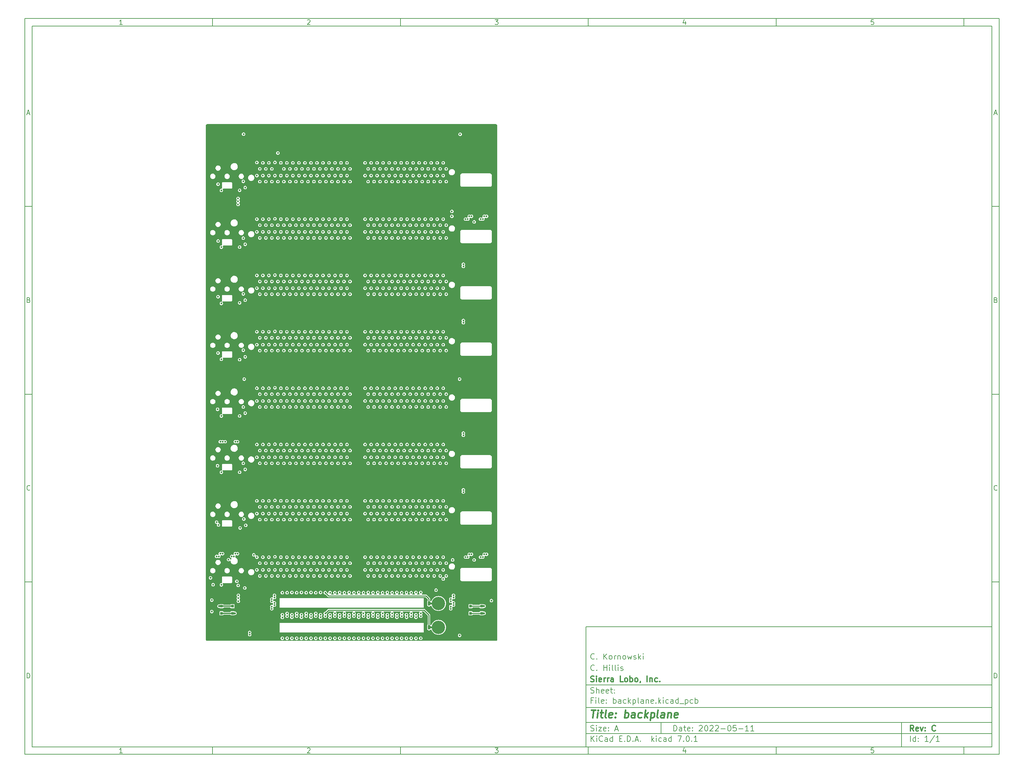
<source format=gbl>
G04 #@! TF.GenerationSoftware,KiCad,Pcbnew,7.0.1*
G04 #@! TF.CreationDate,2023-06-01T09:09:46-04:00*
G04 #@! TF.ProjectId,backplane,6261636b-706c-4616-9e65-2e6b69636164,C*
G04 #@! TF.SameCoordinates,Original*
G04 #@! TF.FileFunction,Copper,L6,Bot*
G04 #@! TF.FilePolarity,Positive*
%FSLAX46Y46*%
G04 Gerber Fmt 4.6, Leading zero omitted, Abs format (unit mm)*
G04 Created by KiCad (PCBNEW 7.0.1) date 2023-06-01 09:09:46*
%MOMM*%
%LPD*%
G01*
G04 APERTURE LIST*
%ADD10C,0.100000*%
%ADD11C,0.150000*%
%ADD12C,0.300000*%
%ADD13C,0.400000*%
G04 #@! TA.AperFunction,ComponentPad*
%ADD14C,5.334000*%
G04 #@! TD*
G04 #@! TA.AperFunction,ComponentPad*
%ADD15C,3.556000*%
G04 #@! TD*
G04 #@! TA.AperFunction,SMDPad,CuDef*
%ADD16R,0.650000X0.700000*%
G04 #@! TD*
G04 #@! TA.AperFunction,ViaPad*
%ADD17C,0.500000*%
G04 #@! TD*
G04 #@! TA.AperFunction,Conductor*
%ADD18C,0.500000*%
G04 #@! TD*
G04 #@! TA.AperFunction,Conductor*
%ADD19C,0.250000*%
G04 #@! TD*
G04 #@! TA.AperFunction,Conductor*
%ADD20C,0.300000*%
G04 #@! TD*
G04 APERTURE END LIST*
D10*
D11*
X159400000Y-171900000D02*
X267400000Y-171900000D01*
X267400000Y-203900000D01*
X159400000Y-203900000D01*
X159400000Y-171900000D01*
D10*
D11*
X10000000Y-10000000D02*
X269400000Y-10000000D01*
X269400000Y-205900000D01*
X10000000Y-205900000D01*
X10000000Y-10000000D01*
D10*
D11*
X12000000Y-12000000D02*
X267400000Y-12000000D01*
X267400000Y-203900000D01*
X12000000Y-203900000D01*
X12000000Y-12000000D01*
D10*
D11*
X60000000Y-12000000D02*
X60000000Y-10000000D01*
D10*
D11*
X110000000Y-12000000D02*
X110000000Y-10000000D01*
D10*
D11*
X160000000Y-12000000D02*
X160000000Y-10000000D01*
D10*
D11*
X210000000Y-12000000D02*
X210000000Y-10000000D01*
D10*
D11*
X260000000Y-12000000D02*
X260000000Y-10000000D01*
D10*
D11*
X35990476Y-11601404D02*
X35247619Y-11601404D01*
X35619047Y-11601404D02*
X35619047Y-10301404D01*
X35619047Y-10301404D02*
X35495238Y-10487119D01*
X35495238Y-10487119D02*
X35371428Y-10610928D01*
X35371428Y-10610928D02*
X35247619Y-10672833D01*
D10*
D11*
X85247619Y-10425214D02*
X85309523Y-10363309D01*
X85309523Y-10363309D02*
X85433333Y-10301404D01*
X85433333Y-10301404D02*
X85742857Y-10301404D01*
X85742857Y-10301404D02*
X85866666Y-10363309D01*
X85866666Y-10363309D02*
X85928571Y-10425214D01*
X85928571Y-10425214D02*
X85990476Y-10549023D01*
X85990476Y-10549023D02*
X85990476Y-10672833D01*
X85990476Y-10672833D02*
X85928571Y-10858547D01*
X85928571Y-10858547D02*
X85185714Y-11601404D01*
X85185714Y-11601404D02*
X85990476Y-11601404D01*
D10*
D11*
X135185714Y-10301404D02*
X135990476Y-10301404D01*
X135990476Y-10301404D02*
X135557142Y-10796642D01*
X135557142Y-10796642D02*
X135742857Y-10796642D01*
X135742857Y-10796642D02*
X135866666Y-10858547D01*
X135866666Y-10858547D02*
X135928571Y-10920452D01*
X135928571Y-10920452D02*
X135990476Y-11044261D01*
X135990476Y-11044261D02*
X135990476Y-11353785D01*
X135990476Y-11353785D02*
X135928571Y-11477595D01*
X135928571Y-11477595D02*
X135866666Y-11539500D01*
X135866666Y-11539500D02*
X135742857Y-11601404D01*
X135742857Y-11601404D02*
X135371428Y-11601404D01*
X135371428Y-11601404D02*
X135247619Y-11539500D01*
X135247619Y-11539500D02*
X135185714Y-11477595D01*
D10*
D11*
X185866666Y-10734738D02*
X185866666Y-11601404D01*
X185557142Y-10239500D02*
X185247619Y-11168071D01*
X185247619Y-11168071D02*
X186052380Y-11168071D01*
D10*
D11*
X235928571Y-10301404D02*
X235309523Y-10301404D01*
X235309523Y-10301404D02*
X235247619Y-10920452D01*
X235247619Y-10920452D02*
X235309523Y-10858547D01*
X235309523Y-10858547D02*
X235433333Y-10796642D01*
X235433333Y-10796642D02*
X235742857Y-10796642D01*
X235742857Y-10796642D02*
X235866666Y-10858547D01*
X235866666Y-10858547D02*
X235928571Y-10920452D01*
X235928571Y-10920452D02*
X235990476Y-11044261D01*
X235990476Y-11044261D02*
X235990476Y-11353785D01*
X235990476Y-11353785D02*
X235928571Y-11477595D01*
X235928571Y-11477595D02*
X235866666Y-11539500D01*
X235866666Y-11539500D02*
X235742857Y-11601404D01*
X235742857Y-11601404D02*
X235433333Y-11601404D01*
X235433333Y-11601404D02*
X235309523Y-11539500D01*
X235309523Y-11539500D02*
X235247619Y-11477595D01*
D10*
D11*
X60000000Y-203900000D02*
X60000000Y-205900000D01*
D10*
D11*
X110000000Y-203900000D02*
X110000000Y-205900000D01*
D10*
D11*
X160000000Y-203900000D02*
X160000000Y-205900000D01*
D10*
D11*
X210000000Y-203900000D02*
X210000000Y-205900000D01*
D10*
D11*
X260000000Y-203900000D02*
X260000000Y-205900000D01*
D10*
D11*
X35990476Y-205501404D02*
X35247619Y-205501404D01*
X35619047Y-205501404D02*
X35619047Y-204201404D01*
X35619047Y-204201404D02*
X35495238Y-204387119D01*
X35495238Y-204387119D02*
X35371428Y-204510928D01*
X35371428Y-204510928D02*
X35247619Y-204572833D01*
D10*
D11*
X85247619Y-204325214D02*
X85309523Y-204263309D01*
X85309523Y-204263309D02*
X85433333Y-204201404D01*
X85433333Y-204201404D02*
X85742857Y-204201404D01*
X85742857Y-204201404D02*
X85866666Y-204263309D01*
X85866666Y-204263309D02*
X85928571Y-204325214D01*
X85928571Y-204325214D02*
X85990476Y-204449023D01*
X85990476Y-204449023D02*
X85990476Y-204572833D01*
X85990476Y-204572833D02*
X85928571Y-204758547D01*
X85928571Y-204758547D02*
X85185714Y-205501404D01*
X85185714Y-205501404D02*
X85990476Y-205501404D01*
D10*
D11*
X135185714Y-204201404D02*
X135990476Y-204201404D01*
X135990476Y-204201404D02*
X135557142Y-204696642D01*
X135557142Y-204696642D02*
X135742857Y-204696642D01*
X135742857Y-204696642D02*
X135866666Y-204758547D01*
X135866666Y-204758547D02*
X135928571Y-204820452D01*
X135928571Y-204820452D02*
X135990476Y-204944261D01*
X135990476Y-204944261D02*
X135990476Y-205253785D01*
X135990476Y-205253785D02*
X135928571Y-205377595D01*
X135928571Y-205377595D02*
X135866666Y-205439500D01*
X135866666Y-205439500D02*
X135742857Y-205501404D01*
X135742857Y-205501404D02*
X135371428Y-205501404D01*
X135371428Y-205501404D02*
X135247619Y-205439500D01*
X135247619Y-205439500D02*
X135185714Y-205377595D01*
D10*
D11*
X185866666Y-204634738D02*
X185866666Y-205501404D01*
X185557142Y-204139500D02*
X185247619Y-205068071D01*
X185247619Y-205068071D02*
X186052380Y-205068071D01*
D10*
D11*
X235928571Y-204201404D02*
X235309523Y-204201404D01*
X235309523Y-204201404D02*
X235247619Y-204820452D01*
X235247619Y-204820452D02*
X235309523Y-204758547D01*
X235309523Y-204758547D02*
X235433333Y-204696642D01*
X235433333Y-204696642D02*
X235742857Y-204696642D01*
X235742857Y-204696642D02*
X235866666Y-204758547D01*
X235866666Y-204758547D02*
X235928571Y-204820452D01*
X235928571Y-204820452D02*
X235990476Y-204944261D01*
X235990476Y-204944261D02*
X235990476Y-205253785D01*
X235990476Y-205253785D02*
X235928571Y-205377595D01*
X235928571Y-205377595D02*
X235866666Y-205439500D01*
X235866666Y-205439500D02*
X235742857Y-205501404D01*
X235742857Y-205501404D02*
X235433333Y-205501404D01*
X235433333Y-205501404D02*
X235309523Y-205439500D01*
X235309523Y-205439500D02*
X235247619Y-205377595D01*
D10*
D11*
X10000000Y-60000000D02*
X12000000Y-60000000D01*
D10*
D11*
X10000000Y-110000000D02*
X12000000Y-110000000D01*
D10*
D11*
X10000000Y-160000000D02*
X12000000Y-160000000D01*
D10*
D11*
X10690476Y-35229976D02*
X11309523Y-35229976D01*
X10566666Y-35601404D02*
X10999999Y-34301404D01*
X10999999Y-34301404D02*
X11433333Y-35601404D01*
D10*
D11*
X11092857Y-84920452D02*
X11278571Y-84982357D01*
X11278571Y-84982357D02*
X11340476Y-85044261D01*
X11340476Y-85044261D02*
X11402380Y-85168071D01*
X11402380Y-85168071D02*
X11402380Y-85353785D01*
X11402380Y-85353785D02*
X11340476Y-85477595D01*
X11340476Y-85477595D02*
X11278571Y-85539500D01*
X11278571Y-85539500D02*
X11154761Y-85601404D01*
X11154761Y-85601404D02*
X10659523Y-85601404D01*
X10659523Y-85601404D02*
X10659523Y-84301404D01*
X10659523Y-84301404D02*
X11092857Y-84301404D01*
X11092857Y-84301404D02*
X11216666Y-84363309D01*
X11216666Y-84363309D02*
X11278571Y-84425214D01*
X11278571Y-84425214D02*
X11340476Y-84549023D01*
X11340476Y-84549023D02*
X11340476Y-84672833D01*
X11340476Y-84672833D02*
X11278571Y-84796642D01*
X11278571Y-84796642D02*
X11216666Y-84858547D01*
X11216666Y-84858547D02*
X11092857Y-84920452D01*
X11092857Y-84920452D02*
X10659523Y-84920452D01*
D10*
D11*
X11402380Y-135477595D02*
X11340476Y-135539500D01*
X11340476Y-135539500D02*
X11154761Y-135601404D01*
X11154761Y-135601404D02*
X11030952Y-135601404D01*
X11030952Y-135601404D02*
X10845238Y-135539500D01*
X10845238Y-135539500D02*
X10721428Y-135415690D01*
X10721428Y-135415690D02*
X10659523Y-135291880D01*
X10659523Y-135291880D02*
X10597619Y-135044261D01*
X10597619Y-135044261D02*
X10597619Y-134858547D01*
X10597619Y-134858547D02*
X10659523Y-134610928D01*
X10659523Y-134610928D02*
X10721428Y-134487119D01*
X10721428Y-134487119D02*
X10845238Y-134363309D01*
X10845238Y-134363309D02*
X11030952Y-134301404D01*
X11030952Y-134301404D02*
X11154761Y-134301404D01*
X11154761Y-134301404D02*
X11340476Y-134363309D01*
X11340476Y-134363309D02*
X11402380Y-134425214D01*
D10*
D11*
X10659523Y-185601404D02*
X10659523Y-184301404D01*
X10659523Y-184301404D02*
X10969047Y-184301404D01*
X10969047Y-184301404D02*
X11154761Y-184363309D01*
X11154761Y-184363309D02*
X11278571Y-184487119D01*
X11278571Y-184487119D02*
X11340476Y-184610928D01*
X11340476Y-184610928D02*
X11402380Y-184858547D01*
X11402380Y-184858547D02*
X11402380Y-185044261D01*
X11402380Y-185044261D02*
X11340476Y-185291880D01*
X11340476Y-185291880D02*
X11278571Y-185415690D01*
X11278571Y-185415690D02*
X11154761Y-185539500D01*
X11154761Y-185539500D02*
X10969047Y-185601404D01*
X10969047Y-185601404D02*
X10659523Y-185601404D01*
D10*
D11*
X269400000Y-60000000D02*
X267400000Y-60000000D01*
D10*
D11*
X269400000Y-110000000D02*
X267400000Y-110000000D01*
D10*
D11*
X269400000Y-160000000D02*
X267400000Y-160000000D01*
D10*
D11*
X268090476Y-35229976D02*
X268709523Y-35229976D01*
X267966666Y-35601404D02*
X268399999Y-34301404D01*
X268399999Y-34301404D02*
X268833333Y-35601404D01*
D10*
D11*
X268492857Y-84920452D02*
X268678571Y-84982357D01*
X268678571Y-84982357D02*
X268740476Y-85044261D01*
X268740476Y-85044261D02*
X268802380Y-85168071D01*
X268802380Y-85168071D02*
X268802380Y-85353785D01*
X268802380Y-85353785D02*
X268740476Y-85477595D01*
X268740476Y-85477595D02*
X268678571Y-85539500D01*
X268678571Y-85539500D02*
X268554761Y-85601404D01*
X268554761Y-85601404D02*
X268059523Y-85601404D01*
X268059523Y-85601404D02*
X268059523Y-84301404D01*
X268059523Y-84301404D02*
X268492857Y-84301404D01*
X268492857Y-84301404D02*
X268616666Y-84363309D01*
X268616666Y-84363309D02*
X268678571Y-84425214D01*
X268678571Y-84425214D02*
X268740476Y-84549023D01*
X268740476Y-84549023D02*
X268740476Y-84672833D01*
X268740476Y-84672833D02*
X268678571Y-84796642D01*
X268678571Y-84796642D02*
X268616666Y-84858547D01*
X268616666Y-84858547D02*
X268492857Y-84920452D01*
X268492857Y-84920452D02*
X268059523Y-84920452D01*
D10*
D11*
X268802380Y-135477595D02*
X268740476Y-135539500D01*
X268740476Y-135539500D02*
X268554761Y-135601404D01*
X268554761Y-135601404D02*
X268430952Y-135601404D01*
X268430952Y-135601404D02*
X268245238Y-135539500D01*
X268245238Y-135539500D02*
X268121428Y-135415690D01*
X268121428Y-135415690D02*
X268059523Y-135291880D01*
X268059523Y-135291880D02*
X267997619Y-135044261D01*
X267997619Y-135044261D02*
X267997619Y-134858547D01*
X267997619Y-134858547D02*
X268059523Y-134610928D01*
X268059523Y-134610928D02*
X268121428Y-134487119D01*
X268121428Y-134487119D02*
X268245238Y-134363309D01*
X268245238Y-134363309D02*
X268430952Y-134301404D01*
X268430952Y-134301404D02*
X268554761Y-134301404D01*
X268554761Y-134301404D02*
X268740476Y-134363309D01*
X268740476Y-134363309D02*
X268802380Y-134425214D01*
D10*
D11*
X268059523Y-185601404D02*
X268059523Y-184301404D01*
X268059523Y-184301404D02*
X268369047Y-184301404D01*
X268369047Y-184301404D02*
X268554761Y-184363309D01*
X268554761Y-184363309D02*
X268678571Y-184487119D01*
X268678571Y-184487119D02*
X268740476Y-184610928D01*
X268740476Y-184610928D02*
X268802380Y-184858547D01*
X268802380Y-184858547D02*
X268802380Y-185044261D01*
X268802380Y-185044261D02*
X268740476Y-185291880D01*
X268740476Y-185291880D02*
X268678571Y-185415690D01*
X268678571Y-185415690D02*
X268554761Y-185539500D01*
X268554761Y-185539500D02*
X268369047Y-185601404D01*
X268369047Y-185601404D02*
X268059523Y-185601404D01*
D10*
D11*
X182757142Y-199693928D02*
X182757142Y-198193928D01*
X182757142Y-198193928D02*
X183114285Y-198193928D01*
X183114285Y-198193928D02*
X183328571Y-198265357D01*
X183328571Y-198265357D02*
X183471428Y-198408214D01*
X183471428Y-198408214D02*
X183542857Y-198551071D01*
X183542857Y-198551071D02*
X183614285Y-198836785D01*
X183614285Y-198836785D02*
X183614285Y-199051071D01*
X183614285Y-199051071D02*
X183542857Y-199336785D01*
X183542857Y-199336785D02*
X183471428Y-199479642D01*
X183471428Y-199479642D02*
X183328571Y-199622500D01*
X183328571Y-199622500D02*
X183114285Y-199693928D01*
X183114285Y-199693928D02*
X182757142Y-199693928D01*
X184900000Y-199693928D02*
X184900000Y-198908214D01*
X184900000Y-198908214D02*
X184828571Y-198765357D01*
X184828571Y-198765357D02*
X184685714Y-198693928D01*
X184685714Y-198693928D02*
X184400000Y-198693928D01*
X184400000Y-198693928D02*
X184257142Y-198765357D01*
X184900000Y-199622500D02*
X184757142Y-199693928D01*
X184757142Y-199693928D02*
X184400000Y-199693928D01*
X184400000Y-199693928D02*
X184257142Y-199622500D01*
X184257142Y-199622500D02*
X184185714Y-199479642D01*
X184185714Y-199479642D02*
X184185714Y-199336785D01*
X184185714Y-199336785D02*
X184257142Y-199193928D01*
X184257142Y-199193928D02*
X184400000Y-199122500D01*
X184400000Y-199122500D02*
X184757142Y-199122500D01*
X184757142Y-199122500D02*
X184900000Y-199051071D01*
X185400000Y-198693928D02*
X185971428Y-198693928D01*
X185614285Y-198193928D02*
X185614285Y-199479642D01*
X185614285Y-199479642D02*
X185685714Y-199622500D01*
X185685714Y-199622500D02*
X185828571Y-199693928D01*
X185828571Y-199693928D02*
X185971428Y-199693928D01*
X187042857Y-199622500D02*
X186900000Y-199693928D01*
X186900000Y-199693928D02*
X186614286Y-199693928D01*
X186614286Y-199693928D02*
X186471428Y-199622500D01*
X186471428Y-199622500D02*
X186400000Y-199479642D01*
X186400000Y-199479642D02*
X186400000Y-198908214D01*
X186400000Y-198908214D02*
X186471428Y-198765357D01*
X186471428Y-198765357D02*
X186614286Y-198693928D01*
X186614286Y-198693928D02*
X186900000Y-198693928D01*
X186900000Y-198693928D02*
X187042857Y-198765357D01*
X187042857Y-198765357D02*
X187114286Y-198908214D01*
X187114286Y-198908214D02*
X187114286Y-199051071D01*
X187114286Y-199051071D02*
X186400000Y-199193928D01*
X187757142Y-199551071D02*
X187828571Y-199622500D01*
X187828571Y-199622500D02*
X187757142Y-199693928D01*
X187757142Y-199693928D02*
X187685714Y-199622500D01*
X187685714Y-199622500D02*
X187757142Y-199551071D01*
X187757142Y-199551071D02*
X187757142Y-199693928D01*
X187757142Y-198765357D02*
X187828571Y-198836785D01*
X187828571Y-198836785D02*
X187757142Y-198908214D01*
X187757142Y-198908214D02*
X187685714Y-198836785D01*
X187685714Y-198836785D02*
X187757142Y-198765357D01*
X187757142Y-198765357D02*
X187757142Y-198908214D01*
X189542857Y-198336785D02*
X189614285Y-198265357D01*
X189614285Y-198265357D02*
X189757143Y-198193928D01*
X189757143Y-198193928D02*
X190114285Y-198193928D01*
X190114285Y-198193928D02*
X190257143Y-198265357D01*
X190257143Y-198265357D02*
X190328571Y-198336785D01*
X190328571Y-198336785D02*
X190400000Y-198479642D01*
X190400000Y-198479642D02*
X190400000Y-198622500D01*
X190400000Y-198622500D02*
X190328571Y-198836785D01*
X190328571Y-198836785D02*
X189471428Y-199693928D01*
X189471428Y-199693928D02*
X190400000Y-199693928D01*
X191328571Y-198193928D02*
X191471428Y-198193928D01*
X191471428Y-198193928D02*
X191614285Y-198265357D01*
X191614285Y-198265357D02*
X191685714Y-198336785D01*
X191685714Y-198336785D02*
X191757142Y-198479642D01*
X191757142Y-198479642D02*
X191828571Y-198765357D01*
X191828571Y-198765357D02*
X191828571Y-199122500D01*
X191828571Y-199122500D02*
X191757142Y-199408214D01*
X191757142Y-199408214D02*
X191685714Y-199551071D01*
X191685714Y-199551071D02*
X191614285Y-199622500D01*
X191614285Y-199622500D02*
X191471428Y-199693928D01*
X191471428Y-199693928D02*
X191328571Y-199693928D01*
X191328571Y-199693928D02*
X191185714Y-199622500D01*
X191185714Y-199622500D02*
X191114285Y-199551071D01*
X191114285Y-199551071D02*
X191042856Y-199408214D01*
X191042856Y-199408214D02*
X190971428Y-199122500D01*
X190971428Y-199122500D02*
X190971428Y-198765357D01*
X190971428Y-198765357D02*
X191042856Y-198479642D01*
X191042856Y-198479642D02*
X191114285Y-198336785D01*
X191114285Y-198336785D02*
X191185714Y-198265357D01*
X191185714Y-198265357D02*
X191328571Y-198193928D01*
X192399999Y-198336785D02*
X192471427Y-198265357D01*
X192471427Y-198265357D02*
X192614285Y-198193928D01*
X192614285Y-198193928D02*
X192971427Y-198193928D01*
X192971427Y-198193928D02*
X193114285Y-198265357D01*
X193114285Y-198265357D02*
X193185713Y-198336785D01*
X193185713Y-198336785D02*
X193257142Y-198479642D01*
X193257142Y-198479642D02*
X193257142Y-198622500D01*
X193257142Y-198622500D02*
X193185713Y-198836785D01*
X193185713Y-198836785D02*
X192328570Y-199693928D01*
X192328570Y-199693928D02*
X193257142Y-199693928D01*
X193828570Y-198336785D02*
X193899998Y-198265357D01*
X193899998Y-198265357D02*
X194042856Y-198193928D01*
X194042856Y-198193928D02*
X194399998Y-198193928D01*
X194399998Y-198193928D02*
X194542856Y-198265357D01*
X194542856Y-198265357D02*
X194614284Y-198336785D01*
X194614284Y-198336785D02*
X194685713Y-198479642D01*
X194685713Y-198479642D02*
X194685713Y-198622500D01*
X194685713Y-198622500D02*
X194614284Y-198836785D01*
X194614284Y-198836785D02*
X193757141Y-199693928D01*
X193757141Y-199693928D02*
X194685713Y-199693928D01*
X195328569Y-199122500D02*
X196471427Y-199122500D01*
X197471427Y-198193928D02*
X197614284Y-198193928D01*
X197614284Y-198193928D02*
X197757141Y-198265357D01*
X197757141Y-198265357D02*
X197828570Y-198336785D01*
X197828570Y-198336785D02*
X197899998Y-198479642D01*
X197899998Y-198479642D02*
X197971427Y-198765357D01*
X197971427Y-198765357D02*
X197971427Y-199122500D01*
X197971427Y-199122500D02*
X197899998Y-199408214D01*
X197899998Y-199408214D02*
X197828570Y-199551071D01*
X197828570Y-199551071D02*
X197757141Y-199622500D01*
X197757141Y-199622500D02*
X197614284Y-199693928D01*
X197614284Y-199693928D02*
X197471427Y-199693928D01*
X197471427Y-199693928D02*
X197328570Y-199622500D01*
X197328570Y-199622500D02*
X197257141Y-199551071D01*
X197257141Y-199551071D02*
X197185712Y-199408214D01*
X197185712Y-199408214D02*
X197114284Y-199122500D01*
X197114284Y-199122500D02*
X197114284Y-198765357D01*
X197114284Y-198765357D02*
X197185712Y-198479642D01*
X197185712Y-198479642D02*
X197257141Y-198336785D01*
X197257141Y-198336785D02*
X197328570Y-198265357D01*
X197328570Y-198265357D02*
X197471427Y-198193928D01*
X199328569Y-198193928D02*
X198614283Y-198193928D01*
X198614283Y-198193928D02*
X198542855Y-198908214D01*
X198542855Y-198908214D02*
X198614283Y-198836785D01*
X198614283Y-198836785D02*
X198757141Y-198765357D01*
X198757141Y-198765357D02*
X199114283Y-198765357D01*
X199114283Y-198765357D02*
X199257141Y-198836785D01*
X199257141Y-198836785D02*
X199328569Y-198908214D01*
X199328569Y-198908214D02*
X199399998Y-199051071D01*
X199399998Y-199051071D02*
X199399998Y-199408214D01*
X199399998Y-199408214D02*
X199328569Y-199551071D01*
X199328569Y-199551071D02*
X199257141Y-199622500D01*
X199257141Y-199622500D02*
X199114283Y-199693928D01*
X199114283Y-199693928D02*
X198757141Y-199693928D01*
X198757141Y-199693928D02*
X198614283Y-199622500D01*
X198614283Y-199622500D02*
X198542855Y-199551071D01*
X200042854Y-199122500D02*
X201185712Y-199122500D01*
X202685712Y-199693928D02*
X201828569Y-199693928D01*
X202257140Y-199693928D02*
X202257140Y-198193928D01*
X202257140Y-198193928D02*
X202114283Y-198408214D01*
X202114283Y-198408214D02*
X201971426Y-198551071D01*
X201971426Y-198551071D02*
X201828569Y-198622500D01*
X204114283Y-199693928D02*
X203257140Y-199693928D01*
X203685711Y-199693928D02*
X203685711Y-198193928D01*
X203685711Y-198193928D02*
X203542854Y-198408214D01*
X203542854Y-198408214D02*
X203399997Y-198551071D01*
X203399997Y-198551071D02*
X203257140Y-198622500D01*
D10*
D11*
X159400000Y-200400000D02*
X267400000Y-200400000D01*
D10*
D11*
X160757142Y-202493928D02*
X160757142Y-200993928D01*
X161614285Y-202493928D02*
X160971428Y-201636785D01*
X161614285Y-200993928D02*
X160757142Y-201851071D01*
X162257142Y-202493928D02*
X162257142Y-201493928D01*
X162257142Y-200993928D02*
X162185714Y-201065357D01*
X162185714Y-201065357D02*
X162257142Y-201136785D01*
X162257142Y-201136785D02*
X162328571Y-201065357D01*
X162328571Y-201065357D02*
X162257142Y-200993928D01*
X162257142Y-200993928D02*
X162257142Y-201136785D01*
X163828571Y-202351071D02*
X163757143Y-202422500D01*
X163757143Y-202422500D02*
X163542857Y-202493928D01*
X163542857Y-202493928D02*
X163400000Y-202493928D01*
X163400000Y-202493928D02*
X163185714Y-202422500D01*
X163185714Y-202422500D02*
X163042857Y-202279642D01*
X163042857Y-202279642D02*
X162971428Y-202136785D01*
X162971428Y-202136785D02*
X162900000Y-201851071D01*
X162900000Y-201851071D02*
X162900000Y-201636785D01*
X162900000Y-201636785D02*
X162971428Y-201351071D01*
X162971428Y-201351071D02*
X163042857Y-201208214D01*
X163042857Y-201208214D02*
X163185714Y-201065357D01*
X163185714Y-201065357D02*
X163400000Y-200993928D01*
X163400000Y-200993928D02*
X163542857Y-200993928D01*
X163542857Y-200993928D02*
X163757143Y-201065357D01*
X163757143Y-201065357D02*
X163828571Y-201136785D01*
X165114286Y-202493928D02*
X165114286Y-201708214D01*
X165114286Y-201708214D02*
X165042857Y-201565357D01*
X165042857Y-201565357D02*
X164900000Y-201493928D01*
X164900000Y-201493928D02*
X164614286Y-201493928D01*
X164614286Y-201493928D02*
X164471428Y-201565357D01*
X165114286Y-202422500D02*
X164971428Y-202493928D01*
X164971428Y-202493928D02*
X164614286Y-202493928D01*
X164614286Y-202493928D02*
X164471428Y-202422500D01*
X164471428Y-202422500D02*
X164400000Y-202279642D01*
X164400000Y-202279642D02*
X164400000Y-202136785D01*
X164400000Y-202136785D02*
X164471428Y-201993928D01*
X164471428Y-201993928D02*
X164614286Y-201922500D01*
X164614286Y-201922500D02*
X164971428Y-201922500D01*
X164971428Y-201922500D02*
X165114286Y-201851071D01*
X166471429Y-202493928D02*
X166471429Y-200993928D01*
X166471429Y-202422500D02*
X166328571Y-202493928D01*
X166328571Y-202493928D02*
X166042857Y-202493928D01*
X166042857Y-202493928D02*
X165900000Y-202422500D01*
X165900000Y-202422500D02*
X165828571Y-202351071D01*
X165828571Y-202351071D02*
X165757143Y-202208214D01*
X165757143Y-202208214D02*
X165757143Y-201779642D01*
X165757143Y-201779642D02*
X165828571Y-201636785D01*
X165828571Y-201636785D02*
X165900000Y-201565357D01*
X165900000Y-201565357D02*
X166042857Y-201493928D01*
X166042857Y-201493928D02*
X166328571Y-201493928D01*
X166328571Y-201493928D02*
X166471429Y-201565357D01*
X168328571Y-201708214D02*
X168828571Y-201708214D01*
X169042857Y-202493928D02*
X168328571Y-202493928D01*
X168328571Y-202493928D02*
X168328571Y-200993928D01*
X168328571Y-200993928D02*
X169042857Y-200993928D01*
X169685714Y-202351071D02*
X169757143Y-202422500D01*
X169757143Y-202422500D02*
X169685714Y-202493928D01*
X169685714Y-202493928D02*
X169614286Y-202422500D01*
X169614286Y-202422500D02*
X169685714Y-202351071D01*
X169685714Y-202351071D02*
X169685714Y-202493928D01*
X170400000Y-202493928D02*
X170400000Y-200993928D01*
X170400000Y-200993928D02*
X170757143Y-200993928D01*
X170757143Y-200993928D02*
X170971429Y-201065357D01*
X170971429Y-201065357D02*
X171114286Y-201208214D01*
X171114286Y-201208214D02*
X171185715Y-201351071D01*
X171185715Y-201351071D02*
X171257143Y-201636785D01*
X171257143Y-201636785D02*
X171257143Y-201851071D01*
X171257143Y-201851071D02*
X171185715Y-202136785D01*
X171185715Y-202136785D02*
X171114286Y-202279642D01*
X171114286Y-202279642D02*
X170971429Y-202422500D01*
X170971429Y-202422500D02*
X170757143Y-202493928D01*
X170757143Y-202493928D02*
X170400000Y-202493928D01*
X171900000Y-202351071D02*
X171971429Y-202422500D01*
X171971429Y-202422500D02*
X171900000Y-202493928D01*
X171900000Y-202493928D02*
X171828572Y-202422500D01*
X171828572Y-202422500D02*
X171900000Y-202351071D01*
X171900000Y-202351071D02*
X171900000Y-202493928D01*
X172542858Y-202065357D02*
X173257144Y-202065357D01*
X172400001Y-202493928D02*
X172900001Y-200993928D01*
X172900001Y-200993928D02*
X173400001Y-202493928D01*
X173900000Y-202351071D02*
X173971429Y-202422500D01*
X173971429Y-202422500D02*
X173900000Y-202493928D01*
X173900000Y-202493928D02*
X173828572Y-202422500D01*
X173828572Y-202422500D02*
X173900000Y-202351071D01*
X173900000Y-202351071D02*
X173900000Y-202493928D01*
X176900000Y-202493928D02*
X176900000Y-200993928D01*
X177042858Y-201922500D02*
X177471429Y-202493928D01*
X177471429Y-201493928D02*
X176900000Y-202065357D01*
X178114286Y-202493928D02*
X178114286Y-201493928D01*
X178114286Y-200993928D02*
X178042858Y-201065357D01*
X178042858Y-201065357D02*
X178114286Y-201136785D01*
X178114286Y-201136785D02*
X178185715Y-201065357D01*
X178185715Y-201065357D02*
X178114286Y-200993928D01*
X178114286Y-200993928D02*
X178114286Y-201136785D01*
X179471430Y-202422500D02*
X179328572Y-202493928D01*
X179328572Y-202493928D02*
X179042858Y-202493928D01*
X179042858Y-202493928D02*
X178900001Y-202422500D01*
X178900001Y-202422500D02*
X178828572Y-202351071D01*
X178828572Y-202351071D02*
X178757144Y-202208214D01*
X178757144Y-202208214D02*
X178757144Y-201779642D01*
X178757144Y-201779642D02*
X178828572Y-201636785D01*
X178828572Y-201636785D02*
X178900001Y-201565357D01*
X178900001Y-201565357D02*
X179042858Y-201493928D01*
X179042858Y-201493928D02*
X179328572Y-201493928D01*
X179328572Y-201493928D02*
X179471430Y-201565357D01*
X180757144Y-202493928D02*
X180757144Y-201708214D01*
X180757144Y-201708214D02*
X180685715Y-201565357D01*
X180685715Y-201565357D02*
X180542858Y-201493928D01*
X180542858Y-201493928D02*
X180257144Y-201493928D01*
X180257144Y-201493928D02*
X180114286Y-201565357D01*
X180757144Y-202422500D02*
X180614286Y-202493928D01*
X180614286Y-202493928D02*
X180257144Y-202493928D01*
X180257144Y-202493928D02*
X180114286Y-202422500D01*
X180114286Y-202422500D02*
X180042858Y-202279642D01*
X180042858Y-202279642D02*
X180042858Y-202136785D01*
X180042858Y-202136785D02*
X180114286Y-201993928D01*
X180114286Y-201993928D02*
X180257144Y-201922500D01*
X180257144Y-201922500D02*
X180614286Y-201922500D01*
X180614286Y-201922500D02*
X180757144Y-201851071D01*
X182114287Y-202493928D02*
X182114287Y-200993928D01*
X182114287Y-202422500D02*
X181971429Y-202493928D01*
X181971429Y-202493928D02*
X181685715Y-202493928D01*
X181685715Y-202493928D02*
X181542858Y-202422500D01*
X181542858Y-202422500D02*
X181471429Y-202351071D01*
X181471429Y-202351071D02*
X181400001Y-202208214D01*
X181400001Y-202208214D02*
X181400001Y-201779642D01*
X181400001Y-201779642D02*
X181471429Y-201636785D01*
X181471429Y-201636785D02*
X181542858Y-201565357D01*
X181542858Y-201565357D02*
X181685715Y-201493928D01*
X181685715Y-201493928D02*
X181971429Y-201493928D01*
X181971429Y-201493928D02*
X182114287Y-201565357D01*
X183828572Y-200993928D02*
X184828572Y-200993928D01*
X184828572Y-200993928D02*
X184185715Y-202493928D01*
X185400000Y-202351071D02*
X185471429Y-202422500D01*
X185471429Y-202422500D02*
X185400000Y-202493928D01*
X185400000Y-202493928D02*
X185328572Y-202422500D01*
X185328572Y-202422500D02*
X185400000Y-202351071D01*
X185400000Y-202351071D02*
X185400000Y-202493928D01*
X186400001Y-200993928D02*
X186542858Y-200993928D01*
X186542858Y-200993928D02*
X186685715Y-201065357D01*
X186685715Y-201065357D02*
X186757144Y-201136785D01*
X186757144Y-201136785D02*
X186828572Y-201279642D01*
X186828572Y-201279642D02*
X186900001Y-201565357D01*
X186900001Y-201565357D02*
X186900001Y-201922500D01*
X186900001Y-201922500D02*
X186828572Y-202208214D01*
X186828572Y-202208214D02*
X186757144Y-202351071D01*
X186757144Y-202351071D02*
X186685715Y-202422500D01*
X186685715Y-202422500D02*
X186542858Y-202493928D01*
X186542858Y-202493928D02*
X186400001Y-202493928D01*
X186400001Y-202493928D02*
X186257144Y-202422500D01*
X186257144Y-202422500D02*
X186185715Y-202351071D01*
X186185715Y-202351071D02*
X186114286Y-202208214D01*
X186114286Y-202208214D02*
X186042858Y-201922500D01*
X186042858Y-201922500D02*
X186042858Y-201565357D01*
X186042858Y-201565357D02*
X186114286Y-201279642D01*
X186114286Y-201279642D02*
X186185715Y-201136785D01*
X186185715Y-201136785D02*
X186257144Y-201065357D01*
X186257144Y-201065357D02*
X186400001Y-200993928D01*
X187542857Y-202351071D02*
X187614286Y-202422500D01*
X187614286Y-202422500D02*
X187542857Y-202493928D01*
X187542857Y-202493928D02*
X187471429Y-202422500D01*
X187471429Y-202422500D02*
X187542857Y-202351071D01*
X187542857Y-202351071D02*
X187542857Y-202493928D01*
X189042858Y-202493928D02*
X188185715Y-202493928D01*
X188614286Y-202493928D02*
X188614286Y-200993928D01*
X188614286Y-200993928D02*
X188471429Y-201208214D01*
X188471429Y-201208214D02*
X188328572Y-201351071D01*
X188328572Y-201351071D02*
X188185715Y-201422500D01*
D10*
D11*
X159400000Y-197400000D02*
X267400000Y-197400000D01*
D10*
D12*
X246614285Y-199693928D02*
X246114285Y-198979642D01*
X245757142Y-199693928D02*
X245757142Y-198193928D01*
X245757142Y-198193928D02*
X246328571Y-198193928D01*
X246328571Y-198193928D02*
X246471428Y-198265357D01*
X246471428Y-198265357D02*
X246542857Y-198336785D01*
X246542857Y-198336785D02*
X246614285Y-198479642D01*
X246614285Y-198479642D02*
X246614285Y-198693928D01*
X246614285Y-198693928D02*
X246542857Y-198836785D01*
X246542857Y-198836785D02*
X246471428Y-198908214D01*
X246471428Y-198908214D02*
X246328571Y-198979642D01*
X246328571Y-198979642D02*
X245757142Y-198979642D01*
X247828571Y-199622500D02*
X247685714Y-199693928D01*
X247685714Y-199693928D02*
X247400000Y-199693928D01*
X247400000Y-199693928D02*
X247257142Y-199622500D01*
X247257142Y-199622500D02*
X247185714Y-199479642D01*
X247185714Y-199479642D02*
X247185714Y-198908214D01*
X247185714Y-198908214D02*
X247257142Y-198765357D01*
X247257142Y-198765357D02*
X247400000Y-198693928D01*
X247400000Y-198693928D02*
X247685714Y-198693928D01*
X247685714Y-198693928D02*
X247828571Y-198765357D01*
X247828571Y-198765357D02*
X247900000Y-198908214D01*
X247900000Y-198908214D02*
X247900000Y-199051071D01*
X247900000Y-199051071D02*
X247185714Y-199193928D01*
X248399999Y-198693928D02*
X248757142Y-199693928D01*
X248757142Y-199693928D02*
X249114285Y-198693928D01*
X249685713Y-199551071D02*
X249757142Y-199622500D01*
X249757142Y-199622500D02*
X249685713Y-199693928D01*
X249685713Y-199693928D02*
X249614285Y-199622500D01*
X249614285Y-199622500D02*
X249685713Y-199551071D01*
X249685713Y-199551071D02*
X249685713Y-199693928D01*
X249685713Y-198765357D02*
X249757142Y-198836785D01*
X249757142Y-198836785D02*
X249685713Y-198908214D01*
X249685713Y-198908214D02*
X249614285Y-198836785D01*
X249614285Y-198836785D02*
X249685713Y-198765357D01*
X249685713Y-198765357D02*
X249685713Y-198908214D01*
X252399999Y-199551071D02*
X252328571Y-199622500D01*
X252328571Y-199622500D02*
X252114285Y-199693928D01*
X252114285Y-199693928D02*
X251971428Y-199693928D01*
X251971428Y-199693928D02*
X251757142Y-199622500D01*
X251757142Y-199622500D02*
X251614285Y-199479642D01*
X251614285Y-199479642D02*
X251542856Y-199336785D01*
X251542856Y-199336785D02*
X251471428Y-199051071D01*
X251471428Y-199051071D02*
X251471428Y-198836785D01*
X251471428Y-198836785D02*
X251542856Y-198551071D01*
X251542856Y-198551071D02*
X251614285Y-198408214D01*
X251614285Y-198408214D02*
X251757142Y-198265357D01*
X251757142Y-198265357D02*
X251971428Y-198193928D01*
X251971428Y-198193928D02*
X252114285Y-198193928D01*
X252114285Y-198193928D02*
X252328571Y-198265357D01*
X252328571Y-198265357D02*
X252399999Y-198336785D01*
D10*
D11*
X160685714Y-199622500D02*
X160900000Y-199693928D01*
X160900000Y-199693928D02*
X161257142Y-199693928D01*
X161257142Y-199693928D02*
X161400000Y-199622500D01*
X161400000Y-199622500D02*
X161471428Y-199551071D01*
X161471428Y-199551071D02*
X161542857Y-199408214D01*
X161542857Y-199408214D02*
X161542857Y-199265357D01*
X161542857Y-199265357D02*
X161471428Y-199122500D01*
X161471428Y-199122500D02*
X161400000Y-199051071D01*
X161400000Y-199051071D02*
X161257142Y-198979642D01*
X161257142Y-198979642D02*
X160971428Y-198908214D01*
X160971428Y-198908214D02*
X160828571Y-198836785D01*
X160828571Y-198836785D02*
X160757142Y-198765357D01*
X160757142Y-198765357D02*
X160685714Y-198622500D01*
X160685714Y-198622500D02*
X160685714Y-198479642D01*
X160685714Y-198479642D02*
X160757142Y-198336785D01*
X160757142Y-198336785D02*
X160828571Y-198265357D01*
X160828571Y-198265357D02*
X160971428Y-198193928D01*
X160971428Y-198193928D02*
X161328571Y-198193928D01*
X161328571Y-198193928D02*
X161542857Y-198265357D01*
X162185713Y-199693928D02*
X162185713Y-198693928D01*
X162185713Y-198193928D02*
X162114285Y-198265357D01*
X162114285Y-198265357D02*
X162185713Y-198336785D01*
X162185713Y-198336785D02*
X162257142Y-198265357D01*
X162257142Y-198265357D02*
X162185713Y-198193928D01*
X162185713Y-198193928D02*
X162185713Y-198336785D01*
X162757142Y-198693928D02*
X163542857Y-198693928D01*
X163542857Y-198693928D02*
X162757142Y-199693928D01*
X162757142Y-199693928D02*
X163542857Y-199693928D01*
X164685714Y-199622500D02*
X164542857Y-199693928D01*
X164542857Y-199693928D02*
X164257143Y-199693928D01*
X164257143Y-199693928D02*
X164114285Y-199622500D01*
X164114285Y-199622500D02*
X164042857Y-199479642D01*
X164042857Y-199479642D02*
X164042857Y-198908214D01*
X164042857Y-198908214D02*
X164114285Y-198765357D01*
X164114285Y-198765357D02*
X164257143Y-198693928D01*
X164257143Y-198693928D02*
X164542857Y-198693928D01*
X164542857Y-198693928D02*
X164685714Y-198765357D01*
X164685714Y-198765357D02*
X164757143Y-198908214D01*
X164757143Y-198908214D02*
X164757143Y-199051071D01*
X164757143Y-199051071D02*
X164042857Y-199193928D01*
X165399999Y-199551071D02*
X165471428Y-199622500D01*
X165471428Y-199622500D02*
X165399999Y-199693928D01*
X165399999Y-199693928D02*
X165328571Y-199622500D01*
X165328571Y-199622500D02*
X165399999Y-199551071D01*
X165399999Y-199551071D02*
X165399999Y-199693928D01*
X165399999Y-198765357D02*
X165471428Y-198836785D01*
X165471428Y-198836785D02*
X165399999Y-198908214D01*
X165399999Y-198908214D02*
X165328571Y-198836785D01*
X165328571Y-198836785D02*
X165399999Y-198765357D01*
X165399999Y-198765357D02*
X165399999Y-198908214D01*
X167185714Y-199265357D02*
X167900000Y-199265357D01*
X167042857Y-199693928D02*
X167542857Y-198193928D01*
X167542857Y-198193928D02*
X168042857Y-199693928D01*
D10*
D11*
X245757142Y-202493928D02*
X245757142Y-200993928D01*
X247114286Y-202493928D02*
X247114286Y-200993928D01*
X247114286Y-202422500D02*
X246971428Y-202493928D01*
X246971428Y-202493928D02*
X246685714Y-202493928D01*
X246685714Y-202493928D02*
X246542857Y-202422500D01*
X246542857Y-202422500D02*
X246471428Y-202351071D01*
X246471428Y-202351071D02*
X246400000Y-202208214D01*
X246400000Y-202208214D02*
X246400000Y-201779642D01*
X246400000Y-201779642D02*
X246471428Y-201636785D01*
X246471428Y-201636785D02*
X246542857Y-201565357D01*
X246542857Y-201565357D02*
X246685714Y-201493928D01*
X246685714Y-201493928D02*
X246971428Y-201493928D01*
X246971428Y-201493928D02*
X247114286Y-201565357D01*
X247828571Y-202351071D02*
X247900000Y-202422500D01*
X247900000Y-202422500D02*
X247828571Y-202493928D01*
X247828571Y-202493928D02*
X247757143Y-202422500D01*
X247757143Y-202422500D02*
X247828571Y-202351071D01*
X247828571Y-202351071D02*
X247828571Y-202493928D01*
X247828571Y-201565357D02*
X247900000Y-201636785D01*
X247900000Y-201636785D02*
X247828571Y-201708214D01*
X247828571Y-201708214D02*
X247757143Y-201636785D01*
X247757143Y-201636785D02*
X247828571Y-201565357D01*
X247828571Y-201565357D02*
X247828571Y-201708214D01*
X250471429Y-202493928D02*
X249614286Y-202493928D01*
X250042857Y-202493928D02*
X250042857Y-200993928D01*
X250042857Y-200993928D02*
X249900000Y-201208214D01*
X249900000Y-201208214D02*
X249757143Y-201351071D01*
X249757143Y-201351071D02*
X249614286Y-201422500D01*
X252185714Y-200922500D02*
X250900000Y-202851071D01*
X253471429Y-202493928D02*
X252614286Y-202493928D01*
X253042857Y-202493928D02*
X253042857Y-200993928D01*
X253042857Y-200993928D02*
X252900000Y-201208214D01*
X252900000Y-201208214D02*
X252757143Y-201351071D01*
X252757143Y-201351071D02*
X252614286Y-201422500D01*
D10*
D11*
X159400000Y-193400000D02*
X267400000Y-193400000D01*
D10*
D13*
X160828571Y-194125238D02*
X161971428Y-194125238D01*
X161150000Y-196125238D02*
X161400000Y-194125238D01*
X162376190Y-196125238D02*
X162542857Y-194791904D01*
X162626190Y-194125238D02*
X162519047Y-194220476D01*
X162519047Y-194220476D02*
X162602381Y-194315714D01*
X162602381Y-194315714D02*
X162709524Y-194220476D01*
X162709524Y-194220476D02*
X162626190Y-194125238D01*
X162626190Y-194125238D02*
X162602381Y-194315714D01*
X163197619Y-194791904D02*
X163959523Y-194791904D01*
X163566666Y-194125238D02*
X163352381Y-195839523D01*
X163352381Y-195839523D02*
X163423809Y-196030000D01*
X163423809Y-196030000D02*
X163602381Y-196125238D01*
X163602381Y-196125238D02*
X163792857Y-196125238D01*
X164733333Y-196125238D02*
X164554761Y-196030000D01*
X164554761Y-196030000D02*
X164483333Y-195839523D01*
X164483333Y-195839523D02*
X164697618Y-194125238D01*
X166257142Y-196030000D02*
X166054761Y-196125238D01*
X166054761Y-196125238D02*
X165673808Y-196125238D01*
X165673808Y-196125238D02*
X165495237Y-196030000D01*
X165495237Y-196030000D02*
X165423808Y-195839523D01*
X165423808Y-195839523D02*
X165519047Y-195077619D01*
X165519047Y-195077619D02*
X165638094Y-194887142D01*
X165638094Y-194887142D02*
X165840475Y-194791904D01*
X165840475Y-194791904D02*
X166221427Y-194791904D01*
X166221427Y-194791904D02*
X166399999Y-194887142D01*
X166399999Y-194887142D02*
X166471427Y-195077619D01*
X166471427Y-195077619D02*
X166447618Y-195268095D01*
X166447618Y-195268095D02*
X165471427Y-195458571D01*
X167209523Y-195934761D02*
X167292856Y-196030000D01*
X167292856Y-196030000D02*
X167185713Y-196125238D01*
X167185713Y-196125238D02*
X167102380Y-196030000D01*
X167102380Y-196030000D02*
X167209523Y-195934761D01*
X167209523Y-195934761D02*
X167185713Y-196125238D01*
X167340475Y-194887142D02*
X167423808Y-194982380D01*
X167423808Y-194982380D02*
X167316666Y-195077619D01*
X167316666Y-195077619D02*
X167233332Y-194982380D01*
X167233332Y-194982380D02*
X167340475Y-194887142D01*
X167340475Y-194887142D02*
X167316666Y-195077619D01*
X169649999Y-196125238D02*
X169899999Y-194125238D01*
X169804761Y-194887142D02*
X170007142Y-194791904D01*
X170007142Y-194791904D02*
X170388094Y-194791904D01*
X170388094Y-194791904D02*
X170566666Y-194887142D01*
X170566666Y-194887142D02*
X170649999Y-194982380D01*
X170649999Y-194982380D02*
X170721428Y-195172857D01*
X170721428Y-195172857D02*
X170649999Y-195744285D01*
X170649999Y-195744285D02*
X170530952Y-195934761D01*
X170530952Y-195934761D02*
X170423809Y-196030000D01*
X170423809Y-196030000D02*
X170221428Y-196125238D01*
X170221428Y-196125238D02*
X169840475Y-196125238D01*
X169840475Y-196125238D02*
X169661904Y-196030000D01*
X172304761Y-196125238D02*
X172435713Y-195077619D01*
X172435713Y-195077619D02*
X172364285Y-194887142D01*
X172364285Y-194887142D02*
X172185713Y-194791904D01*
X172185713Y-194791904D02*
X171804761Y-194791904D01*
X171804761Y-194791904D02*
X171602380Y-194887142D01*
X172316666Y-196030000D02*
X172114285Y-196125238D01*
X172114285Y-196125238D02*
X171638094Y-196125238D01*
X171638094Y-196125238D02*
X171459523Y-196030000D01*
X171459523Y-196030000D02*
X171388094Y-195839523D01*
X171388094Y-195839523D02*
X171411904Y-195649047D01*
X171411904Y-195649047D02*
X171530952Y-195458571D01*
X171530952Y-195458571D02*
X171733333Y-195363333D01*
X171733333Y-195363333D02*
X172209523Y-195363333D01*
X172209523Y-195363333D02*
X172411904Y-195268095D01*
X174114285Y-196030000D02*
X173911904Y-196125238D01*
X173911904Y-196125238D02*
X173530952Y-196125238D01*
X173530952Y-196125238D02*
X173352380Y-196030000D01*
X173352380Y-196030000D02*
X173269047Y-195934761D01*
X173269047Y-195934761D02*
X173197618Y-195744285D01*
X173197618Y-195744285D02*
X173269047Y-195172857D01*
X173269047Y-195172857D02*
X173388094Y-194982380D01*
X173388094Y-194982380D02*
X173495237Y-194887142D01*
X173495237Y-194887142D02*
X173697618Y-194791904D01*
X173697618Y-194791904D02*
X174078571Y-194791904D01*
X174078571Y-194791904D02*
X174257142Y-194887142D01*
X174947618Y-196125238D02*
X175197618Y-194125238D01*
X175233333Y-195363333D02*
X175709523Y-196125238D01*
X175876190Y-194791904D02*
X175019047Y-195553809D01*
X176721428Y-194791904D02*
X176471428Y-196791904D01*
X176709523Y-194887142D02*
X176911904Y-194791904D01*
X176911904Y-194791904D02*
X177292856Y-194791904D01*
X177292856Y-194791904D02*
X177471428Y-194887142D01*
X177471428Y-194887142D02*
X177554761Y-194982380D01*
X177554761Y-194982380D02*
X177626190Y-195172857D01*
X177626190Y-195172857D02*
X177554761Y-195744285D01*
X177554761Y-195744285D02*
X177435714Y-195934761D01*
X177435714Y-195934761D02*
X177328571Y-196030000D01*
X177328571Y-196030000D02*
X177126190Y-196125238D01*
X177126190Y-196125238D02*
X176745237Y-196125238D01*
X176745237Y-196125238D02*
X176566666Y-196030000D01*
X178554762Y-196125238D02*
X178376190Y-196030000D01*
X178376190Y-196030000D02*
X178304762Y-195839523D01*
X178304762Y-195839523D02*
X178519047Y-194125238D01*
X180161904Y-196125238D02*
X180292856Y-195077619D01*
X180292856Y-195077619D02*
X180221428Y-194887142D01*
X180221428Y-194887142D02*
X180042856Y-194791904D01*
X180042856Y-194791904D02*
X179661904Y-194791904D01*
X179661904Y-194791904D02*
X179459523Y-194887142D01*
X180173809Y-196030000D02*
X179971428Y-196125238D01*
X179971428Y-196125238D02*
X179495237Y-196125238D01*
X179495237Y-196125238D02*
X179316666Y-196030000D01*
X179316666Y-196030000D02*
X179245237Y-195839523D01*
X179245237Y-195839523D02*
X179269047Y-195649047D01*
X179269047Y-195649047D02*
X179388095Y-195458571D01*
X179388095Y-195458571D02*
X179590476Y-195363333D01*
X179590476Y-195363333D02*
X180066666Y-195363333D01*
X180066666Y-195363333D02*
X180269047Y-195268095D01*
X181269047Y-194791904D02*
X181102380Y-196125238D01*
X181245237Y-194982380D02*
X181352380Y-194887142D01*
X181352380Y-194887142D02*
X181554761Y-194791904D01*
X181554761Y-194791904D02*
X181840475Y-194791904D01*
X181840475Y-194791904D02*
X182019047Y-194887142D01*
X182019047Y-194887142D02*
X182090475Y-195077619D01*
X182090475Y-195077619D02*
X181959523Y-196125238D01*
X183673809Y-196030000D02*
X183471428Y-196125238D01*
X183471428Y-196125238D02*
X183090475Y-196125238D01*
X183090475Y-196125238D02*
X182911904Y-196030000D01*
X182911904Y-196030000D02*
X182840475Y-195839523D01*
X182840475Y-195839523D02*
X182935714Y-195077619D01*
X182935714Y-195077619D02*
X183054761Y-194887142D01*
X183054761Y-194887142D02*
X183257142Y-194791904D01*
X183257142Y-194791904D02*
X183638094Y-194791904D01*
X183638094Y-194791904D02*
X183816666Y-194887142D01*
X183816666Y-194887142D02*
X183888094Y-195077619D01*
X183888094Y-195077619D02*
X183864285Y-195268095D01*
X183864285Y-195268095D02*
X182888094Y-195458571D01*
D10*
D11*
X161257142Y-191508214D02*
X160757142Y-191508214D01*
X160757142Y-192293928D02*
X160757142Y-190793928D01*
X160757142Y-190793928D02*
X161471428Y-190793928D01*
X162042856Y-192293928D02*
X162042856Y-191293928D01*
X162042856Y-190793928D02*
X161971428Y-190865357D01*
X161971428Y-190865357D02*
X162042856Y-190936785D01*
X162042856Y-190936785D02*
X162114285Y-190865357D01*
X162114285Y-190865357D02*
X162042856Y-190793928D01*
X162042856Y-190793928D02*
X162042856Y-190936785D01*
X162971428Y-192293928D02*
X162828571Y-192222500D01*
X162828571Y-192222500D02*
X162757142Y-192079642D01*
X162757142Y-192079642D02*
X162757142Y-190793928D01*
X164114285Y-192222500D02*
X163971428Y-192293928D01*
X163971428Y-192293928D02*
X163685714Y-192293928D01*
X163685714Y-192293928D02*
X163542856Y-192222500D01*
X163542856Y-192222500D02*
X163471428Y-192079642D01*
X163471428Y-192079642D02*
X163471428Y-191508214D01*
X163471428Y-191508214D02*
X163542856Y-191365357D01*
X163542856Y-191365357D02*
X163685714Y-191293928D01*
X163685714Y-191293928D02*
X163971428Y-191293928D01*
X163971428Y-191293928D02*
X164114285Y-191365357D01*
X164114285Y-191365357D02*
X164185714Y-191508214D01*
X164185714Y-191508214D02*
X164185714Y-191651071D01*
X164185714Y-191651071D02*
X163471428Y-191793928D01*
X164828570Y-192151071D02*
X164899999Y-192222500D01*
X164899999Y-192222500D02*
X164828570Y-192293928D01*
X164828570Y-192293928D02*
X164757142Y-192222500D01*
X164757142Y-192222500D02*
X164828570Y-192151071D01*
X164828570Y-192151071D02*
X164828570Y-192293928D01*
X164828570Y-191365357D02*
X164899999Y-191436785D01*
X164899999Y-191436785D02*
X164828570Y-191508214D01*
X164828570Y-191508214D02*
X164757142Y-191436785D01*
X164757142Y-191436785D02*
X164828570Y-191365357D01*
X164828570Y-191365357D02*
X164828570Y-191508214D01*
X166685713Y-192293928D02*
X166685713Y-190793928D01*
X166685713Y-191365357D02*
X166828571Y-191293928D01*
X166828571Y-191293928D02*
X167114285Y-191293928D01*
X167114285Y-191293928D02*
X167257142Y-191365357D01*
X167257142Y-191365357D02*
X167328571Y-191436785D01*
X167328571Y-191436785D02*
X167399999Y-191579642D01*
X167399999Y-191579642D02*
X167399999Y-192008214D01*
X167399999Y-192008214D02*
X167328571Y-192151071D01*
X167328571Y-192151071D02*
X167257142Y-192222500D01*
X167257142Y-192222500D02*
X167114285Y-192293928D01*
X167114285Y-192293928D02*
X166828571Y-192293928D01*
X166828571Y-192293928D02*
X166685713Y-192222500D01*
X168685714Y-192293928D02*
X168685714Y-191508214D01*
X168685714Y-191508214D02*
X168614285Y-191365357D01*
X168614285Y-191365357D02*
X168471428Y-191293928D01*
X168471428Y-191293928D02*
X168185714Y-191293928D01*
X168185714Y-191293928D02*
X168042856Y-191365357D01*
X168685714Y-192222500D02*
X168542856Y-192293928D01*
X168542856Y-192293928D02*
X168185714Y-192293928D01*
X168185714Y-192293928D02*
X168042856Y-192222500D01*
X168042856Y-192222500D02*
X167971428Y-192079642D01*
X167971428Y-192079642D02*
X167971428Y-191936785D01*
X167971428Y-191936785D02*
X168042856Y-191793928D01*
X168042856Y-191793928D02*
X168185714Y-191722500D01*
X168185714Y-191722500D02*
X168542856Y-191722500D01*
X168542856Y-191722500D02*
X168685714Y-191651071D01*
X170042857Y-192222500D02*
X169899999Y-192293928D01*
X169899999Y-192293928D02*
X169614285Y-192293928D01*
X169614285Y-192293928D02*
X169471428Y-192222500D01*
X169471428Y-192222500D02*
X169399999Y-192151071D01*
X169399999Y-192151071D02*
X169328571Y-192008214D01*
X169328571Y-192008214D02*
X169328571Y-191579642D01*
X169328571Y-191579642D02*
X169399999Y-191436785D01*
X169399999Y-191436785D02*
X169471428Y-191365357D01*
X169471428Y-191365357D02*
X169614285Y-191293928D01*
X169614285Y-191293928D02*
X169899999Y-191293928D01*
X169899999Y-191293928D02*
X170042857Y-191365357D01*
X170685713Y-192293928D02*
X170685713Y-190793928D01*
X170828571Y-191722500D02*
X171257142Y-192293928D01*
X171257142Y-191293928D02*
X170685713Y-191865357D01*
X171899999Y-191293928D02*
X171899999Y-192793928D01*
X171899999Y-191365357D02*
X172042857Y-191293928D01*
X172042857Y-191293928D02*
X172328571Y-191293928D01*
X172328571Y-191293928D02*
X172471428Y-191365357D01*
X172471428Y-191365357D02*
X172542857Y-191436785D01*
X172542857Y-191436785D02*
X172614285Y-191579642D01*
X172614285Y-191579642D02*
X172614285Y-192008214D01*
X172614285Y-192008214D02*
X172542857Y-192151071D01*
X172542857Y-192151071D02*
X172471428Y-192222500D01*
X172471428Y-192222500D02*
X172328571Y-192293928D01*
X172328571Y-192293928D02*
X172042857Y-192293928D01*
X172042857Y-192293928D02*
X171899999Y-192222500D01*
X173471428Y-192293928D02*
X173328571Y-192222500D01*
X173328571Y-192222500D02*
X173257142Y-192079642D01*
X173257142Y-192079642D02*
X173257142Y-190793928D01*
X174685714Y-192293928D02*
X174685714Y-191508214D01*
X174685714Y-191508214D02*
X174614285Y-191365357D01*
X174614285Y-191365357D02*
X174471428Y-191293928D01*
X174471428Y-191293928D02*
X174185714Y-191293928D01*
X174185714Y-191293928D02*
X174042856Y-191365357D01*
X174685714Y-192222500D02*
X174542856Y-192293928D01*
X174542856Y-192293928D02*
X174185714Y-192293928D01*
X174185714Y-192293928D02*
X174042856Y-192222500D01*
X174042856Y-192222500D02*
X173971428Y-192079642D01*
X173971428Y-192079642D02*
X173971428Y-191936785D01*
X173971428Y-191936785D02*
X174042856Y-191793928D01*
X174042856Y-191793928D02*
X174185714Y-191722500D01*
X174185714Y-191722500D02*
X174542856Y-191722500D01*
X174542856Y-191722500D02*
X174685714Y-191651071D01*
X175399999Y-191293928D02*
X175399999Y-192293928D01*
X175399999Y-191436785D02*
X175471428Y-191365357D01*
X175471428Y-191365357D02*
X175614285Y-191293928D01*
X175614285Y-191293928D02*
X175828571Y-191293928D01*
X175828571Y-191293928D02*
X175971428Y-191365357D01*
X175971428Y-191365357D02*
X176042857Y-191508214D01*
X176042857Y-191508214D02*
X176042857Y-192293928D01*
X177328571Y-192222500D02*
X177185714Y-192293928D01*
X177185714Y-192293928D02*
X176900000Y-192293928D01*
X176900000Y-192293928D02*
X176757142Y-192222500D01*
X176757142Y-192222500D02*
X176685714Y-192079642D01*
X176685714Y-192079642D02*
X176685714Y-191508214D01*
X176685714Y-191508214D02*
X176757142Y-191365357D01*
X176757142Y-191365357D02*
X176900000Y-191293928D01*
X176900000Y-191293928D02*
X177185714Y-191293928D01*
X177185714Y-191293928D02*
X177328571Y-191365357D01*
X177328571Y-191365357D02*
X177400000Y-191508214D01*
X177400000Y-191508214D02*
X177400000Y-191651071D01*
X177400000Y-191651071D02*
X176685714Y-191793928D01*
X178042856Y-192151071D02*
X178114285Y-192222500D01*
X178114285Y-192222500D02*
X178042856Y-192293928D01*
X178042856Y-192293928D02*
X177971428Y-192222500D01*
X177971428Y-192222500D02*
X178042856Y-192151071D01*
X178042856Y-192151071D02*
X178042856Y-192293928D01*
X178757142Y-192293928D02*
X178757142Y-190793928D01*
X178900000Y-191722500D02*
X179328571Y-192293928D01*
X179328571Y-191293928D02*
X178757142Y-191865357D01*
X179971428Y-192293928D02*
X179971428Y-191293928D01*
X179971428Y-190793928D02*
X179900000Y-190865357D01*
X179900000Y-190865357D02*
X179971428Y-190936785D01*
X179971428Y-190936785D02*
X180042857Y-190865357D01*
X180042857Y-190865357D02*
X179971428Y-190793928D01*
X179971428Y-190793928D02*
X179971428Y-190936785D01*
X181328572Y-192222500D02*
X181185714Y-192293928D01*
X181185714Y-192293928D02*
X180900000Y-192293928D01*
X180900000Y-192293928D02*
X180757143Y-192222500D01*
X180757143Y-192222500D02*
X180685714Y-192151071D01*
X180685714Y-192151071D02*
X180614286Y-192008214D01*
X180614286Y-192008214D02*
X180614286Y-191579642D01*
X180614286Y-191579642D02*
X180685714Y-191436785D01*
X180685714Y-191436785D02*
X180757143Y-191365357D01*
X180757143Y-191365357D02*
X180900000Y-191293928D01*
X180900000Y-191293928D02*
X181185714Y-191293928D01*
X181185714Y-191293928D02*
X181328572Y-191365357D01*
X182614286Y-192293928D02*
X182614286Y-191508214D01*
X182614286Y-191508214D02*
X182542857Y-191365357D01*
X182542857Y-191365357D02*
X182400000Y-191293928D01*
X182400000Y-191293928D02*
X182114286Y-191293928D01*
X182114286Y-191293928D02*
X181971428Y-191365357D01*
X182614286Y-192222500D02*
X182471428Y-192293928D01*
X182471428Y-192293928D02*
X182114286Y-192293928D01*
X182114286Y-192293928D02*
X181971428Y-192222500D01*
X181971428Y-192222500D02*
X181900000Y-192079642D01*
X181900000Y-192079642D02*
X181900000Y-191936785D01*
X181900000Y-191936785D02*
X181971428Y-191793928D01*
X181971428Y-191793928D02*
X182114286Y-191722500D01*
X182114286Y-191722500D02*
X182471428Y-191722500D01*
X182471428Y-191722500D02*
X182614286Y-191651071D01*
X183971429Y-192293928D02*
X183971429Y-190793928D01*
X183971429Y-192222500D02*
X183828571Y-192293928D01*
X183828571Y-192293928D02*
X183542857Y-192293928D01*
X183542857Y-192293928D02*
X183400000Y-192222500D01*
X183400000Y-192222500D02*
X183328571Y-192151071D01*
X183328571Y-192151071D02*
X183257143Y-192008214D01*
X183257143Y-192008214D02*
X183257143Y-191579642D01*
X183257143Y-191579642D02*
X183328571Y-191436785D01*
X183328571Y-191436785D02*
X183400000Y-191365357D01*
X183400000Y-191365357D02*
X183542857Y-191293928D01*
X183542857Y-191293928D02*
X183828571Y-191293928D01*
X183828571Y-191293928D02*
X183971429Y-191365357D01*
X184328572Y-192436785D02*
X185471429Y-192436785D01*
X185828571Y-191293928D02*
X185828571Y-192793928D01*
X185828571Y-191365357D02*
X185971429Y-191293928D01*
X185971429Y-191293928D02*
X186257143Y-191293928D01*
X186257143Y-191293928D02*
X186400000Y-191365357D01*
X186400000Y-191365357D02*
X186471429Y-191436785D01*
X186471429Y-191436785D02*
X186542857Y-191579642D01*
X186542857Y-191579642D02*
X186542857Y-192008214D01*
X186542857Y-192008214D02*
X186471429Y-192151071D01*
X186471429Y-192151071D02*
X186400000Y-192222500D01*
X186400000Y-192222500D02*
X186257143Y-192293928D01*
X186257143Y-192293928D02*
X185971429Y-192293928D01*
X185971429Y-192293928D02*
X185828571Y-192222500D01*
X187828572Y-192222500D02*
X187685714Y-192293928D01*
X187685714Y-192293928D02*
X187400000Y-192293928D01*
X187400000Y-192293928D02*
X187257143Y-192222500D01*
X187257143Y-192222500D02*
X187185714Y-192151071D01*
X187185714Y-192151071D02*
X187114286Y-192008214D01*
X187114286Y-192008214D02*
X187114286Y-191579642D01*
X187114286Y-191579642D02*
X187185714Y-191436785D01*
X187185714Y-191436785D02*
X187257143Y-191365357D01*
X187257143Y-191365357D02*
X187400000Y-191293928D01*
X187400000Y-191293928D02*
X187685714Y-191293928D01*
X187685714Y-191293928D02*
X187828572Y-191365357D01*
X188471428Y-192293928D02*
X188471428Y-190793928D01*
X188471428Y-191365357D02*
X188614286Y-191293928D01*
X188614286Y-191293928D02*
X188900000Y-191293928D01*
X188900000Y-191293928D02*
X189042857Y-191365357D01*
X189042857Y-191365357D02*
X189114286Y-191436785D01*
X189114286Y-191436785D02*
X189185714Y-191579642D01*
X189185714Y-191579642D02*
X189185714Y-192008214D01*
X189185714Y-192008214D02*
X189114286Y-192151071D01*
X189114286Y-192151071D02*
X189042857Y-192222500D01*
X189042857Y-192222500D02*
X188900000Y-192293928D01*
X188900000Y-192293928D02*
X188614286Y-192293928D01*
X188614286Y-192293928D02*
X188471428Y-192222500D01*
D10*
D11*
X159400000Y-187400000D02*
X267400000Y-187400000D01*
D10*
D11*
X160685714Y-189522500D02*
X160900000Y-189593928D01*
X160900000Y-189593928D02*
X161257142Y-189593928D01*
X161257142Y-189593928D02*
X161400000Y-189522500D01*
X161400000Y-189522500D02*
X161471428Y-189451071D01*
X161471428Y-189451071D02*
X161542857Y-189308214D01*
X161542857Y-189308214D02*
X161542857Y-189165357D01*
X161542857Y-189165357D02*
X161471428Y-189022500D01*
X161471428Y-189022500D02*
X161400000Y-188951071D01*
X161400000Y-188951071D02*
X161257142Y-188879642D01*
X161257142Y-188879642D02*
X160971428Y-188808214D01*
X160971428Y-188808214D02*
X160828571Y-188736785D01*
X160828571Y-188736785D02*
X160757142Y-188665357D01*
X160757142Y-188665357D02*
X160685714Y-188522500D01*
X160685714Y-188522500D02*
X160685714Y-188379642D01*
X160685714Y-188379642D02*
X160757142Y-188236785D01*
X160757142Y-188236785D02*
X160828571Y-188165357D01*
X160828571Y-188165357D02*
X160971428Y-188093928D01*
X160971428Y-188093928D02*
X161328571Y-188093928D01*
X161328571Y-188093928D02*
X161542857Y-188165357D01*
X162185713Y-189593928D02*
X162185713Y-188093928D01*
X162828571Y-189593928D02*
X162828571Y-188808214D01*
X162828571Y-188808214D02*
X162757142Y-188665357D01*
X162757142Y-188665357D02*
X162614285Y-188593928D01*
X162614285Y-188593928D02*
X162399999Y-188593928D01*
X162399999Y-188593928D02*
X162257142Y-188665357D01*
X162257142Y-188665357D02*
X162185713Y-188736785D01*
X164114285Y-189522500D02*
X163971428Y-189593928D01*
X163971428Y-189593928D02*
X163685714Y-189593928D01*
X163685714Y-189593928D02*
X163542856Y-189522500D01*
X163542856Y-189522500D02*
X163471428Y-189379642D01*
X163471428Y-189379642D02*
X163471428Y-188808214D01*
X163471428Y-188808214D02*
X163542856Y-188665357D01*
X163542856Y-188665357D02*
X163685714Y-188593928D01*
X163685714Y-188593928D02*
X163971428Y-188593928D01*
X163971428Y-188593928D02*
X164114285Y-188665357D01*
X164114285Y-188665357D02*
X164185714Y-188808214D01*
X164185714Y-188808214D02*
X164185714Y-188951071D01*
X164185714Y-188951071D02*
X163471428Y-189093928D01*
X165399999Y-189522500D02*
X165257142Y-189593928D01*
X165257142Y-189593928D02*
X164971428Y-189593928D01*
X164971428Y-189593928D02*
X164828570Y-189522500D01*
X164828570Y-189522500D02*
X164757142Y-189379642D01*
X164757142Y-189379642D02*
X164757142Y-188808214D01*
X164757142Y-188808214D02*
X164828570Y-188665357D01*
X164828570Y-188665357D02*
X164971428Y-188593928D01*
X164971428Y-188593928D02*
X165257142Y-188593928D01*
X165257142Y-188593928D02*
X165399999Y-188665357D01*
X165399999Y-188665357D02*
X165471428Y-188808214D01*
X165471428Y-188808214D02*
X165471428Y-188951071D01*
X165471428Y-188951071D02*
X164757142Y-189093928D01*
X165899999Y-188593928D02*
X166471427Y-188593928D01*
X166114284Y-188093928D02*
X166114284Y-189379642D01*
X166114284Y-189379642D02*
X166185713Y-189522500D01*
X166185713Y-189522500D02*
X166328570Y-189593928D01*
X166328570Y-189593928D02*
X166471427Y-189593928D01*
X166971427Y-189451071D02*
X167042856Y-189522500D01*
X167042856Y-189522500D02*
X166971427Y-189593928D01*
X166971427Y-189593928D02*
X166899999Y-189522500D01*
X166899999Y-189522500D02*
X166971427Y-189451071D01*
X166971427Y-189451071D02*
X166971427Y-189593928D01*
X166971427Y-188665357D02*
X167042856Y-188736785D01*
X167042856Y-188736785D02*
X166971427Y-188808214D01*
X166971427Y-188808214D02*
X166899999Y-188736785D01*
X166899999Y-188736785D02*
X166971427Y-188665357D01*
X166971427Y-188665357D02*
X166971427Y-188808214D01*
D10*
D12*
X160685714Y-186522500D02*
X160900000Y-186593928D01*
X160900000Y-186593928D02*
X161257142Y-186593928D01*
X161257142Y-186593928D02*
X161400000Y-186522500D01*
X161400000Y-186522500D02*
X161471428Y-186451071D01*
X161471428Y-186451071D02*
X161542857Y-186308214D01*
X161542857Y-186308214D02*
X161542857Y-186165357D01*
X161542857Y-186165357D02*
X161471428Y-186022500D01*
X161471428Y-186022500D02*
X161400000Y-185951071D01*
X161400000Y-185951071D02*
X161257142Y-185879642D01*
X161257142Y-185879642D02*
X160971428Y-185808214D01*
X160971428Y-185808214D02*
X160828571Y-185736785D01*
X160828571Y-185736785D02*
X160757142Y-185665357D01*
X160757142Y-185665357D02*
X160685714Y-185522500D01*
X160685714Y-185522500D02*
X160685714Y-185379642D01*
X160685714Y-185379642D02*
X160757142Y-185236785D01*
X160757142Y-185236785D02*
X160828571Y-185165357D01*
X160828571Y-185165357D02*
X160971428Y-185093928D01*
X160971428Y-185093928D02*
X161328571Y-185093928D01*
X161328571Y-185093928D02*
X161542857Y-185165357D01*
X162185713Y-186593928D02*
X162185713Y-185593928D01*
X162185713Y-185093928D02*
X162114285Y-185165357D01*
X162114285Y-185165357D02*
X162185713Y-185236785D01*
X162185713Y-185236785D02*
X162257142Y-185165357D01*
X162257142Y-185165357D02*
X162185713Y-185093928D01*
X162185713Y-185093928D02*
X162185713Y-185236785D01*
X163471428Y-186522500D02*
X163328571Y-186593928D01*
X163328571Y-186593928D02*
X163042857Y-186593928D01*
X163042857Y-186593928D02*
X162899999Y-186522500D01*
X162899999Y-186522500D02*
X162828571Y-186379642D01*
X162828571Y-186379642D02*
X162828571Y-185808214D01*
X162828571Y-185808214D02*
X162899999Y-185665357D01*
X162899999Y-185665357D02*
X163042857Y-185593928D01*
X163042857Y-185593928D02*
X163328571Y-185593928D01*
X163328571Y-185593928D02*
X163471428Y-185665357D01*
X163471428Y-185665357D02*
X163542857Y-185808214D01*
X163542857Y-185808214D02*
X163542857Y-185951071D01*
X163542857Y-185951071D02*
X162828571Y-186093928D01*
X164185713Y-186593928D02*
X164185713Y-185593928D01*
X164185713Y-185879642D02*
X164257142Y-185736785D01*
X164257142Y-185736785D02*
X164328571Y-185665357D01*
X164328571Y-185665357D02*
X164471428Y-185593928D01*
X164471428Y-185593928D02*
X164614285Y-185593928D01*
X165114284Y-186593928D02*
X165114284Y-185593928D01*
X165114284Y-185879642D02*
X165185713Y-185736785D01*
X165185713Y-185736785D02*
X165257142Y-185665357D01*
X165257142Y-185665357D02*
X165399999Y-185593928D01*
X165399999Y-185593928D02*
X165542856Y-185593928D01*
X166685713Y-186593928D02*
X166685713Y-185808214D01*
X166685713Y-185808214D02*
X166614284Y-185665357D01*
X166614284Y-185665357D02*
X166471427Y-185593928D01*
X166471427Y-185593928D02*
X166185713Y-185593928D01*
X166185713Y-185593928D02*
X166042855Y-185665357D01*
X166685713Y-186522500D02*
X166542855Y-186593928D01*
X166542855Y-186593928D02*
X166185713Y-186593928D01*
X166185713Y-186593928D02*
X166042855Y-186522500D01*
X166042855Y-186522500D02*
X165971427Y-186379642D01*
X165971427Y-186379642D02*
X165971427Y-186236785D01*
X165971427Y-186236785D02*
X166042855Y-186093928D01*
X166042855Y-186093928D02*
X166185713Y-186022500D01*
X166185713Y-186022500D02*
X166542855Y-186022500D01*
X166542855Y-186022500D02*
X166685713Y-185951071D01*
X169257141Y-186593928D02*
X168542855Y-186593928D01*
X168542855Y-186593928D02*
X168542855Y-185093928D01*
X169971427Y-186593928D02*
X169828570Y-186522500D01*
X169828570Y-186522500D02*
X169757141Y-186451071D01*
X169757141Y-186451071D02*
X169685713Y-186308214D01*
X169685713Y-186308214D02*
X169685713Y-185879642D01*
X169685713Y-185879642D02*
X169757141Y-185736785D01*
X169757141Y-185736785D02*
X169828570Y-185665357D01*
X169828570Y-185665357D02*
X169971427Y-185593928D01*
X169971427Y-185593928D02*
X170185713Y-185593928D01*
X170185713Y-185593928D02*
X170328570Y-185665357D01*
X170328570Y-185665357D02*
X170399999Y-185736785D01*
X170399999Y-185736785D02*
X170471427Y-185879642D01*
X170471427Y-185879642D02*
X170471427Y-186308214D01*
X170471427Y-186308214D02*
X170399999Y-186451071D01*
X170399999Y-186451071D02*
X170328570Y-186522500D01*
X170328570Y-186522500D02*
X170185713Y-186593928D01*
X170185713Y-186593928D02*
X169971427Y-186593928D01*
X171114284Y-186593928D02*
X171114284Y-185093928D01*
X171114284Y-185665357D02*
X171257142Y-185593928D01*
X171257142Y-185593928D02*
X171542856Y-185593928D01*
X171542856Y-185593928D02*
X171685713Y-185665357D01*
X171685713Y-185665357D02*
X171757142Y-185736785D01*
X171757142Y-185736785D02*
X171828570Y-185879642D01*
X171828570Y-185879642D02*
X171828570Y-186308214D01*
X171828570Y-186308214D02*
X171757142Y-186451071D01*
X171757142Y-186451071D02*
X171685713Y-186522500D01*
X171685713Y-186522500D02*
X171542856Y-186593928D01*
X171542856Y-186593928D02*
X171257142Y-186593928D01*
X171257142Y-186593928D02*
X171114284Y-186522500D01*
X172685713Y-186593928D02*
X172542856Y-186522500D01*
X172542856Y-186522500D02*
X172471427Y-186451071D01*
X172471427Y-186451071D02*
X172399999Y-186308214D01*
X172399999Y-186308214D02*
X172399999Y-185879642D01*
X172399999Y-185879642D02*
X172471427Y-185736785D01*
X172471427Y-185736785D02*
X172542856Y-185665357D01*
X172542856Y-185665357D02*
X172685713Y-185593928D01*
X172685713Y-185593928D02*
X172899999Y-185593928D01*
X172899999Y-185593928D02*
X173042856Y-185665357D01*
X173042856Y-185665357D02*
X173114285Y-185736785D01*
X173114285Y-185736785D02*
X173185713Y-185879642D01*
X173185713Y-185879642D02*
X173185713Y-186308214D01*
X173185713Y-186308214D02*
X173114285Y-186451071D01*
X173114285Y-186451071D02*
X173042856Y-186522500D01*
X173042856Y-186522500D02*
X172899999Y-186593928D01*
X172899999Y-186593928D02*
X172685713Y-186593928D01*
X173899999Y-186522500D02*
X173899999Y-186593928D01*
X173899999Y-186593928D02*
X173828570Y-186736785D01*
X173828570Y-186736785D02*
X173757142Y-186808214D01*
X175685713Y-186593928D02*
X175685713Y-185093928D01*
X176399999Y-185593928D02*
X176399999Y-186593928D01*
X176399999Y-185736785D02*
X176471428Y-185665357D01*
X176471428Y-185665357D02*
X176614285Y-185593928D01*
X176614285Y-185593928D02*
X176828571Y-185593928D01*
X176828571Y-185593928D02*
X176971428Y-185665357D01*
X176971428Y-185665357D02*
X177042857Y-185808214D01*
X177042857Y-185808214D02*
X177042857Y-186593928D01*
X178400000Y-186522500D02*
X178257142Y-186593928D01*
X178257142Y-186593928D02*
X177971428Y-186593928D01*
X177971428Y-186593928D02*
X177828571Y-186522500D01*
X177828571Y-186522500D02*
X177757142Y-186451071D01*
X177757142Y-186451071D02*
X177685714Y-186308214D01*
X177685714Y-186308214D02*
X177685714Y-185879642D01*
X177685714Y-185879642D02*
X177757142Y-185736785D01*
X177757142Y-185736785D02*
X177828571Y-185665357D01*
X177828571Y-185665357D02*
X177971428Y-185593928D01*
X177971428Y-185593928D02*
X178257142Y-185593928D01*
X178257142Y-185593928D02*
X178400000Y-185665357D01*
X179042856Y-186451071D02*
X179114285Y-186522500D01*
X179114285Y-186522500D02*
X179042856Y-186593928D01*
X179042856Y-186593928D02*
X178971428Y-186522500D01*
X178971428Y-186522500D02*
X179042856Y-186451071D01*
X179042856Y-186451071D02*
X179042856Y-186593928D01*
D10*
D11*
X161614285Y-183451071D02*
X161542857Y-183522500D01*
X161542857Y-183522500D02*
X161328571Y-183593928D01*
X161328571Y-183593928D02*
X161185714Y-183593928D01*
X161185714Y-183593928D02*
X160971428Y-183522500D01*
X160971428Y-183522500D02*
X160828571Y-183379642D01*
X160828571Y-183379642D02*
X160757142Y-183236785D01*
X160757142Y-183236785D02*
X160685714Y-182951071D01*
X160685714Y-182951071D02*
X160685714Y-182736785D01*
X160685714Y-182736785D02*
X160757142Y-182451071D01*
X160757142Y-182451071D02*
X160828571Y-182308214D01*
X160828571Y-182308214D02*
X160971428Y-182165357D01*
X160971428Y-182165357D02*
X161185714Y-182093928D01*
X161185714Y-182093928D02*
X161328571Y-182093928D01*
X161328571Y-182093928D02*
X161542857Y-182165357D01*
X161542857Y-182165357D02*
X161614285Y-182236785D01*
X162257142Y-183451071D02*
X162328571Y-183522500D01*
X162328571Y-183522500D02*
X162257142Y-183593928D01*
X162257142Y-183593928D02*
X162185714Y-183522500D01*
X162185714Y-183522500D02*
X162257142Y-183451071D01*
X162257142Y-183451071D02*
X162257142Y-183593928D01*
X164114285Y-183593928D02*
X164114285Y-182093928D01*
X164114285Y-182808214D02*
X164971428Y-182808214D01*
X164971428Y-183593928D02*
X164971428Y-182093928D01*
X165685714Y-183593928D02*
X165685714Y-182593928D01*
X165685714Y-182093928D02*
X165614286Y-182165357D01*
X165614286Y-182165357D02*
X165685714Y-182236785D01*
X165685714Y-182236785D02*
X165757143Y-182165357D01*
X165757143Y-182165357D02*
X165685714Y-182093928D01*
X165685714Y-182093928D02*
X165685714Y-182236785D01*
X166614286Y-183593928D02*
X166471429Y-183522500D01*
X166471429Y-183522500D02*
X166400000Y-183379642D01*
X166400000Y-183379642D02*
X166400000Y-182093928D01*
X167400000Y-183593928D02*
X167257143Y-183522500D01*
X167257143Y-183522500D02*
X167185714Y-183379642D01*
X167185714Y-183379642D02*
X167185714Y-182093928D01*
X167971428Y-183593928D02*
X167971428Y-182593928D01*
X167971428Y-182093928D02*
X167900000Y-182165357D01*
X167900000Y-182165357D02*
X167971428Y-182236785D01*
X167971428Y-182236785D02*
X168042857Y-182165357D01*
X168042857Y-182165357D02*
X167971428Y-182093928D01*
X167971428Y-182093928D02*
X167971428Y-182236785D01*
X168614286Y-183522500D02*
X168757143Y-183593928D01*
X168757143Y-183593928D02*
X169042857Y-183593928D01*
X169042857Y-183593928D02*
X169185714Y-183522500D01*
X169185714Y-183522500D02*
X169257143Y-183379642D01*
X169257143Y-183379642D02*
X169257143Y-183308214D01*
X169257143Y-183308214D02*
X169185714Y-183165357D01*
X169185714Y-183165357D02*
X169042857Y-183093928D01*
X169042857Y-183093928D02*
X168828572Y-183093928D01*
X168828572Y-183093928D02*
X168685714Y-183022500D01*
X168685714Y-183022500D02*
X168614286Y-182879642D01*
X168614286Y-182879642D02*
X168614286Y-182808214D01*
X168614286Y-182808214D02*
X168685714Y-182665357D01*
X168685714Y-182665357D02*
X168828572Y-182593928D01*
X168828572Y-182593928D02*
X169042857Y-182593928D01*
X169042857Y-182593928D02*
X169185714Y-182665357D01*
D10*
D11*
X161614285Y-180451071D02*
X161542857Y-180522500D01*
X161542857Y-180522500D02*
X161328571Y-180593928D01*
X161328571Y-180593928D02*
X161185714Y-180593928D01*
X161185714Y-180593928D02*
X160971428Y-180522500D01*
X160971428Y-180522500D02*
X160828571Y-180379642D01*
X160828571Y-180379642D02*
X160757142Y-180236785D01*
X160757142Y-180236785D02*
X160685714Y-179951071D01*
X160685714Y-179951071D02*
X160685714Y-179736785D01*
X160685714Y-179736785D02*
X160757142Y-179451071D01*
X160757142Y-179451071D02*
X160828571Y-179308214D01*
X160828571Y-179308214D02*
X160971428Y-179165357D01*
X160971428Y-179165357D02*
X161185714Y-179093928D01*
X161185714Y-179093928D02*
X161328571Y-179093928D01*
X161328571Y-179093928D02*
X161542857Y-179165357D01*
X161542857Y-179165357D02*
X161614285Y-179236785D01*
X162257142Y-180451071D02*
X162328571Y-180522500D01*
X162328571Y-180522500D02*
X162257142Y-180593928D01*
X162257142Y-180593928D02*
X162185714Y-180522500D01*
X162185714Y-180522500D02*
X162257142Y-180451071D01*
X162257142Y-180451071D02*
X162257142Y-180593928D01*
X164114285Y-180593928D02*
X164114285Y-179093928D01*
X164971428Y-180593928D02*
X164328571Y-179736785D01*
X164971428Y-179093928D02*
X164114285Y-179951071D01*
X165828571Y-180593928D02*
X165685714Y-180522500D01*
X165685714Y-180522500D02*
X165614285Y-180451071D01*
X165614285Y-180451071D02*
X165542857Y-180308214D01*
X165542857Y-180308214D02*
X165542857Y-179879642D01*
X165542857Y-179879642D02*
X165614285Y-179736785D01*
X165614285Y-179736785D02*
X165685714Y-179665357D01*
X165685714Y-179665357D02*
X165828571Y-179593928D01*
X165828571Y-179593928D02*
X166042857Y-179593928D01*
X166042857Y-179593928D02*
X166185714Y-179665357D01*
X166185714Y-179665357D02*
X166257143Y-179736785D01*
X166257143Y-179736785D02*
X166328571Y-179879642D01*
X166328571Y-179879642D02*
X166328571Y-180308214D01*
X166328571Y-180308214D02*
X166257143Y-180451071D01*
X166257143Y-180451071D02*
X166185714Y-180522500D01*
X166185714Y-180522500D02*
X166042857Y-180593928D01*
X166042857Y-180593928D02*
X165828571Y-180593928D01*
X166971428Y-180593928D02*
X166971428Y-179593928D01*
X166971428Y-179879642D02*
X167042857Y-179736785D01*
X167042857Y-179736785D02*
X167114286Y-179665357D01*
X167114286Y-179665357D02*
X167257143Y-179593928D01*
X167257143Y-179593928D02*
X167400000Y-179593928D01*
X167899999Y-179593928D02*
X167899999Y-180593928D01*
X167899999Y-179736785D02*
X167971428Y-179665357D01*
X167971428Y-179665357D02*
X168114285Y-179593928D01*
X168114285Y-179593928D02*
X168328571Y-179593928D01*
X168328571Y-179593928D02*
X168471428Y-179665357D01*
X168471428Y-179665357D02*
X168542857Y-179808214D01*
X168542857Y-179808214D02*
X168542857Y-180593928D01*
X169471428Y-180593928D02*
X169328571Y-180522500D01*
X169328571Y-180522500D02*
X169257142Y-180451071D01*
X169257142Y-180451071D02*
X169185714Y-180308214D01*
X169185714Y-180308214D02*
X169185714Y-179879642D01*
X169185714Y-179879642D02*
X169257142Y-179736785D01*
X169257142Y-179736785D02*
X169328571Y-179665357D01*
X169328571Y-179665357D02*
X169471428Y-179593928D01*
X169471428Y-179593928D02*
X169685714Y-179593928D01*
X169685714Y-179593928D02*
X169828571Y-179665357D01*
X169828571Y-179665357D02*
X169900000Y-179736785D01*
X169900000Y-179736785D02*
X169971428Y-179879642D01*
X169971428Y-179879642D02*
X169971428Y-180308214D01*
X169971428Y-180308214D02*
X169900000Y-180451071D01*
X169900000Y-180451071D02*
X169828571Y-180522500D01*
X169828571Y-180522500D02*
X169685714Y-180593928D01*
X169685714Y-180593928D02*
X169471428Y-180593928D01*
X170471428Y-179593928D02*
X170757143Y-180593928D01*
X170757143Y-180593928D02*
X171042857Y-179879642D01*
X171042857Y-179879642D02*
X171328571Y-180593928D01*
X171328571Y-180593928D02*
X171614285Y-179593928D01*
X172114286Y-180522500D02*
X172257143Y-180593928D01*
X172257143Y-180593928D02*
X172542857Y-180593928D01*
X172542857Y-180593928D02*
X172685714Y-180522500D01*
X172685714Y-180522500D02*
X172757143Y-180379642D01*
X172757143Y-180379642D02*
X172757143Y-180308214D01*
X172757143Y-180308214D02*
X172685714Y-180165357D01*
X172685714Y-180165357D02*
X172542857Y-180093928D01*
X172542857Y-180093928D02*
X172328572Y-180093928D01*
X172328572Y-180093928D02*
X172185714Y-180022500D01*
X172185714Y-180022500D02*
X172114286Y-179879642D01*
X172114286Y-179879642D02*
X172114286Y-179808214D01*
X172114286Y-179808214D02*
X172185714Y-179665357D01*
X172185714Y-179665357D02*
X172328572Y-179593928D01*
X172328572Y-179593928D02*
X172542857Y-179593928D01*
X172542857Y-179593928D02*
X172685714Y-179665357D01*
X173400000Y-180593928D02*
X173400000Y-179093928D01*
X173542858Y-180022500D02*
X173971429Y-180593928D01*
X173971429Y-179593928D02*
X173400000Y-180165357D01*
X174614286Y-180593928D02*
X174614286Y-179593928D01*
X174614286Y-179093928D02*
X174542858Y-179165357D01*
X174542858Y-179165357D02*
X174614286Y-179236785D01*
X174614286Y-179236785D02*
X174685715Y-179165357D01*
X174685715Y-179165357D02*
X174614286Y-179093928D01*
X174614286Y-179093928D02*
X174614286Y-179236785D01*
D10*
D11*
D10*
D11*
D10*
D11*
X179400000Y-197400000D02*
X179400000Y-200400000D01*
D10*
D11*
X243400000Y-197400000D02*
X243400000Y-203900000D01*
D14*
X62000000Y-40900000D03*
X62000000Y-172900000D03*
X132000000Y-172900000D03*
X132000000Y-105900000D03*
X62000000Y-105900000D03*
X132000000Y-40900000D03*
D15*
X120142000Y-165735000D03*
X120142000Y-172085000D03*
D16*
X62375000Y-168350000D03*
X65325000Y-168350000D03*
X62375000Y-166450000D03*
X65325000Y-166450000D03*
X128675000Y-168350000D03*
X131625000Y-168350000D03*
X128675000Y-166450000D03*
X131625000Y-166450000D03*
D17*
X102200000Y-48401000D03*
X102200000Y-153401000D03*
X102200000Y-108401000D03*
X100165990Y-168407000D03*
X102200000Y-78401000D03*
X102200000Y-138401000D03*
X102200000Y-123401000D03*
X102200000Y-93401000D03*
X102200000Y-63401000D03*
X119800000Y-51801000D03*
X119800000Y-156801000D03*
X114145000Y-162819000D03*
X119800000Y-141801000D03*
X119800000Y-66801000D03*
X119800000Y-126801000D03*
X119800000Y-111801000D03*
X129625000Y-154134600D03*
X123917454Y-154134600D03*
X119800000Y-96801000D03*
X119800000Y-81801000D03*
X120600000Y-53399000D03*
X120600000Y-158399000D03*
X114145000Y-169423000D03*
X128922300Y-152652600D03*
X120600000Y-68399000D03*
X120600000Y-128399000D03*
X120600000Y-98399000D03*
X120600000Y-143399000D03*
X120600000Y-83399000D03*
X132327700Y-152652600D03*
X132922300Y-152652600D03*
X128327700Y-152652600D03*
X120600000Y-113399000D03*
X121400000Y-51801000D03*
X121400000Y-156801000D03*
X115415000Y-162819000D03*
X131327700Y-153385300D03*
X121400000Y-96801000D03*
X121400000Y-81801000D03*
X131922300Y-153385300D03*
X127922300Y-153385300D03*
X121400000Y-111801000D03*
X121400000Y-159196000D03*
X121400000Y-66801000D03*
X121400000Y-126801000D03*
X127327700Y-153385300D03*
X121400000Y-141801000D03*
X72600000Y-53399000D03*
X72600000Y-158399000D03*
X78585000Y-169455032D03*
X72600000Y-128399000D03*
X72600000Y-113399000D03*
X72600000Y-68399000D03*
X72600000Y-143399000D03*
X72600000Y-83399000D03*
X64262000Y-154051000D03*
X72600000Y-98399000D03*
X73400000Y-156801000D03*
X79855000Y-162851032D03*
X66672300Y-152472600D03*
X73400000Y-126801000D03*
X73400000Y-111801000D03*
X66077700Y-152472600D03*
X73400000Y-66801000D03*
X73400000Y-141801000D03*
X73400000Y-81801000D03*
X62077700Y-152472600D03*
X73400000Y-96801000D03*
X73400000Y-51801000D03*
X62672300Y-152472600D03*
X74200000Y-53399000D03*
X74200000Y-158399000D03*
X74200000Y-128399000D03*
X61077700Y-153205300D03*
X74200000Y-113399000D03*
X74200000Y-83399000D03*
X61672300Y-153205300D03*
X79853210Y-169110210D03*
X65672300Y-153205300D03*
X74200000Y-98399000D03*
X65077700Y-153205300D03*
X74200000Y-143399000D03*
X74200000Y-68399000D03*
X122200000Y-49999000D03*
X122200000Y-154999000D03*
X115415000Y-174978968D03*
X124136400Y-165556700D03*
X122200000Y-109999000D03*
X122200000Y-79999000D03*
X122200000Y-94999000D03*
X122200000Y-124999000D03*
X124136400Y-166151300D03*
X122200000Y-64999000D03*
X122200000Y-139999000D03*
X122200000Y-158399000D03*
X115413210Y-169110210D03*
X122200000Y-68399000D03*
X122200000Y-143399000D03*
X122200000Y-53399000D03*
X124136400Y-163556700D03*
X124136400Y-164151300D03*
X122200000Y-98399000D03*
X122200000Y-113399000D03*
X122200000Y-83399000D03*
X122200000Y-128399000D03*
X71800000Y-153401000D03*
X71800000Y-138401000D03*
X71800000Y-63401000D03*
X75761600Y-164556700D03*
X71800793Y-48309810D03*
X71800000Y-78401000D03*
X71800000Y-123401000D03*
X78585000Y-168719000D03*
X71800000Y-93401000D03*
X75761600Y-165151300D03*
X71800000Y-108401000D03*
X71800000Y-51801000D03*
X71800000Y-156801000D03*
X75761600Y-166556700D03*
X71800000Y-96801000D03*
X78585000Y-162851032D03*
X75761600Y-167151300D03*
X71800000Y-66801000D03*
X71800000Y-81801000D03*
X71800000Y-126801000D03*
X71800000Y-111801000D03*
X71800000Y-141801000D03*
X72600000Y-49999000D03*
X72600000Y-154999000D03*
X78585000Y-175011000D03*
X72600000Y-64999000D03*
X72600000Y-124999000D03*
X72600000Y-139999000D03*
X63375000Y-122652600D03*
X72600000Y-79999000D03*
X72600000Y-94999000D03*
X72600000Y-109999000D03*
X73400000Y-138401000D03*
X79855000Y-168407000D03*
X73400000Y-78401000D03*
X73400000Y-63401000D03*
X62672300Y-122652600D03*
X62077700Y-122652600D03*
X73400000Y-153401000D03*
X73400793Y-48409810D03*
X66077700Y-122652600D03*
X66672300Y-122652600D03*
X73400000Y-93401000D03*
X73400000Y-123401000D03*
X73400000Y-108401000D03*
X74200000Y-49999000D03*
X74200000Y-154999000D03*
X79855000Y-175011000D03*
X74200000Y-79999000D03*
X74200000Y-124999000D03*
X74200000Y-139999000D03*
X74200000Y-64999000D03*
X74200000Y-94999000D03*
X74200000Y-109999000D03*
X119800000Y-153401000D03*
X114145000Y-168719000D03*
X119800000Y-78401000D03*
X119800000Y-138401000D03*
X119800000Y-123401000D03*
X119800000Y-93401000D03*
X119800000Y-108401000D03*
X123698000Y-61341000D03*
X119800000Y-63401000D03*
X119800000Y-48401000D03*
X129625000Y-64135000D03*
X120600000Y-154999000D03*
X114145000Y-175011000D03*
X132922300Y-62653000D03*
X120600000Y-49999000D03*
X120600000Y-79999000D03*
X120600000Y-124999000D03*
X120600000Y-139999000D03*
X128327700Y-62653000D03*
X120600000Y-64999000D03*
X120600000Y-94999000D03*
X132327700Y-62653000D03*
X128922300Y-62653000D03*
X120600000Y-109999000D03*
X123698000Y-62653000D03*
X121400000Y-153401000D03*
X115415000Y-168374968D03*
X121400000Y-123401000D03*
X121400000Y-138401000D03*
X121400000Y-78401000D03*
X121400000Y-63401000D03*
X131327700Y-63385700D03*
X127922300Y-63385700D03*
X127327700Y-63385700D03*
X121400000Y-93401000D03*
X121400000Y-108401000D03*
X131922300Y-63385700D03*
X121400000Y-48401000D03*
X75800000Y-53399000D03*
X75800000Y-158399000D03*
X81125000Y-169423000D03*
X75800000Y-98399000D03*
X75800000Y-113399000D03*
X75800000Y-143399000D03*
X75800000Y-83399000D03*
X75800000Y-68399000D03*
X75800000Y-128399000D03*
X66333000Y-40767000D03*
X127821000Y-40802000D03*
X66523000Y-106000000D03*
X64077700Y-122652600D03*
X130922300Y-62653000D03*
X127698000Y-174250000D03*
X64077700Y-152472600D03*
X130327700Y-152652600D03*
X64672300Y-152472600D03*
X127698000Y-106000000D03*
X130922300Y-152652600D03*
X130327700Y-62653000D03*
X64672300Y-122652600D03*
X61087000Y-144065000D03*
X68580000Y-161588000D03*
X78200000Y-51801000D03*
X78200000Y-156801000D03*
X83665000Y-162819000D03*
X78200000Y-96801000D03*
X78200000Y-111801000D03*
X78200000Y-81801000D03*
X78200000Y-126801000D03*
X78200000Y-141801000D03*
X78200000Y-66801000D03*
X61341000Y-129054000D03*
X68326000Y-143256000D03*
X79800000Y-51801000D03*
X79800000Y-156801000D03*
X79800000Y-141801000D03*
X79800000Y-81801000D03*
X84935000Y-162851032D03*
X79800000Y-66801000D03*
X79800000Y-96801000D03*
X79800000Y-126801000D03*
X79800000Y-111801000D03*
X81400000Y-51801000D03*
X81400000Y-156801000D03*
X81400000Y-126801000D03*
X86205000Y-162819000D03*
X81400000Y-81801000D03*
X81400000Y-141801000D03*
X81400000Y-66801000D03*
X81400000Y-111801000D03*
X81400000Y-96801000D03*
X82200000Y-143399000D03*
X86205000Y-169423000D03*
X82200000Y-98399000D03*
X82200000Y-83399000D03*
X82200000Y-113399000D03*
X82200000Y-68399000D03*
X82174979Y-158399000D03*
X82200000Y-128399000D03*
X82200000Y-53399000D03*
X83000000Y-51801000D03*
X83000000Y-156801000D03*
X83000000Y-96801000D03*
X83000000Y-141801000D03*
X83000000Y-66801000D03*
X83000000Y-81801000D03*
X87475000Y-162851032D03*
X83000000Y-126801000D03*
X83000000Y-111801000D03*
X83800000Y-53399000D03*
X83800000Y-158399000D03*
X87473210Y-169110210D03*
X83800000Y-143399000D03*
X83800000Y-68399000D03*
X83800000Y-83399000D03*
X83800000Y-113399000D03*
X83800000Y-98399000D03*
X83800000Y-128399000D03*
X84600000Y-51801000D03*
X84600000Y-156801000D03*
X84600000Y-96801000D03*
X88745000Y-162819000D03*
X84600000Y-141801000D03*
X84600000Y-81801000D03*
X84600000Y-111801000D03*
X84600000Y-66801000D03*
X84600000Y-126801000D03*
X86200000Y-51801000D03*
X86200000Y-156801000D03*
X117602000Y-166116000D03*
X86200000Y-126801000D03*
X86200000Y-141801000D03*
X86200000Y-96801000D03*
X86200000Y-66801000D03*
X86200000Y-111801000D03*
X117602000Y-165354000D03*
X90015000Y-162851032D03*
X86200000Y-81801000D03*
X87000000Y-53399000D03*
X87000000Y-158399000D03*
X87000000Y-113399000D03*
X87000000Y-128399000D03*
X87000000Y-68399000D03*
X87000000Y-83399000D03*
X87000000Y-98399000D03*
X87000000Y-143399000D03*
X90013210Y-169110210D03*
X87800000Y-51801000D03*
X87800000Y-156801000D03*
X87800000Y-126801000D03*
X87800000Y-111801000D03*
X87800000Y-96801000D03*
X87800000Y-81801000D03*
X87800000Y-66801000D03*
X91285000Y-162828670D03*
X87800000Y-141801000D03*
X88600000Y-53399000D03*
X88600000Y-143399000D03*
X91285000Y-169432670D03*
X88600000Y-98399000D03*
X88574979Y-158399000D03*
X88600000Y-68399000D03*
X88600000Y-128399000D03*
X88600000Y-113399000D03*
X88600000Y-83399000D03*
X89400000Y-51801000D03*
X89400000Y-156801000D03*
X89400000Y-126801000D03*
X92555000Y-162851032D03*
X89400000Y-81801000D03*
X89400000Y-96801000D03*
X89400000Y-66801000D03*
X89400000Y-111801000D03*
X89400000Y-141801000D03*
X90200000Y-53399000D03*
X90200000Y-158399000D03*
X90200000Y-83399000D03*
X92553210Y-169110210D03*
X90200000Y-128399000D03*
X90200000Y-113399000D03*
X90200000Y-68399000D03*
X90200000Y-143399000D03*
X90200000Y-98399000D03*
X91000000Y-156801000D03*
X91000000Y-51801000D03*
X93825000Y-162819000D03*
X91000000Y-96801000D03*
X91000000Y-141801000D03*
X91000000Y-66801000D03*
X91000000Y-111801000D03*
X91000000Y-81801000D03*
X91000000Y-126801000D03*
X91800000Y-158399000D03*
X93825000Y-169423000D03*
X91800000Y-98399000D03*
X91800000Y-128399000D03*
X91800000Y-83399000D03*
X91800000Y-68399000D03*
X91800000Y-143399000D03*
X91800000Y-113399000D03*
X91800000Y-53399000D03*
X92600000Y-156801000D03*
X92600000Y-51801000D03*
X95095000Y-162851032D03*
X92600000Y-111801000D03*
X92600000Y-96801000D03*
X92600000Y-81801000D03*
X92600000Y-126801000D03*
X92600000Y-66801000D03*
X92600000Y-141801000D03*
X93400000Y-158401000D03*
X93400000Y-143401000D03*
X93400000Y-128401000D03*
X93400000Y-98401000D03*
X93400000Y-83401000D03*
X93400000Y-113401000D03*
X93400000Y-68401000D03*
X95093210Y-169110210D03*
X93400000Y-53401000D03*
X94200000Y-51801000D03*
X94200000Y-156801000D03*
X94200000Y-126801000D03*
X94200000Y-96801000D03*
X94200000Y-81801000D03*
X94200000Y-66801000D03*
X94200000Y-111801000D03*
X94200000Y-141801000D03*
X96365000Y-162819000D03*
X95000000Y-158401000D03*
X96365000Y-169423000D03*
X95000000Y-113401000D03*
X95000000Y-98401000D03*
X95000000Y-68401000D03*
X95000000Y-83401000D03*
X95000000Y-128401000D03*
X95000000Y-143401000D03*
X95000000Y-53401000D03*
X95000000Y-155001000D03*
X95000000Y-65001000D03*
X96365000Y-175011000D03*
X95000000Y-95001000D03*
X95000000Y-50001000D03*
X95000000Y-80001000D03*
X95000000Y-125001000D03*
X95000000Y-110001000D03*
X95000000Y-140001000D03*
X94200000Y-48401000D03*
X94200000Y-153401000D03*
X94200000Y-93401000D03*
X94200000Y-78401000D03*
X94200000Y-108401000D03*
X94200000Y-63401000D03*
X94200000Y-123401000D03*
X96365000Y-168719000D03*
X94200000Y-138401000D03*
X93400000Y-154999000D03*
X95095000Y-175011000D03*
X93400000Y-124999000D03*
X93400000Y-49999000D03*
X93400000Y-79999000D03*
X93400000Y-109999000D03*
X93400000Y-64999000D03*
X93400000Y-94999000D03*
X93400000Y-139999000D03*
X92600000Y-153401000D03*
X95095000Y-168407000D03*
X92600000Y-93401000D03*
X92600000Y-123401000D03*
X92600000Y-78401000D03*
X92600000Y-63401000D03*
X92600000Y-108401000D03*
X92600000Y-48401000D03*
X92600000Y-138401000D03*
X91800000Y-49999000D03*
X91800000Y-154999000D03*
X91800000Y-94999000D03*
X91800000Y-109999000D03*
X91800000Y-64999000D03*
X93825000Y-175011000D03*
X91800000Y-124999000D03*
X91800000Y-79999000D03*
X91800000Y-139999000D03*
X91000000Y-153401000D03*
X93825000Y-168719000D03*
X91000000Y-48401000D03*
X91000000Y-123401000D03*
X91000000Y-108401000D03*
X91000000Y-93401000D03*
X91000000Y-78401000D03*
X91000000Y-63401000D03*
X91000000Y-138401000D03*
X90200000Y-49999000D03*
X90200000Y-154999000D03*
X92555000Y-175011000D03*
X90200000Y-94999000D03*
X90200000Y-109999000D03*
X90200000Y-139999000D03*
X90200000Y-79999000D03*
X90200000Y-124999000D03*
X90200000Y-64999000D03*
X89400000Y-153401000D03*
X92555000Y-168407000D03*
X89400000Y-48401000D03*
X89400000Y-108401000D03*
X89400000Y-78401000D03*
X89400000Y-93401000D03*
X89400000Y-63401000D03*
X89400000Y-123401000D03*
X89400000Y-138401000D03*
X88600000Y-49999000D03*
X88600000Y-154999000D03*
X88600000Y-79999000D03*
X88600000Y-109999000D03*
X88600000Y-124999000D03*
X88600000Y-94999000D03*
X91285000Y-175011000D03*
X88600000Y-64999000D03*
X88600000Y-139999000D03*
X87800000Y-153401000D03*
X87800000Y-78401000D03*
X87800000Y-138401000D03*
X87800000Y-108401000D03*
X87800000Y-63401000D03*
X87800000Y-123401000D03*
X87800000Y-93401000D03*
X87800000Y-48401000D03*
X91285000Y-168719000D03*
X87000000Y-49999000D03*
X87000000Y-154999000D03*
X90015000Y-175011000D03*
X87000000Y-139999000D03*
X87000000Y-79999000D03*
X87000000Y-124999000D03*
X87000000Y-64999000D03*
X87000000Y-109999000D03*
X87000000Y-94999000D03*
X68199000Y-128397000D03*
X61345000Y-114050000D03*
X84600000Y-153401000D03*
X84600000Y-63401000D03*
X84600000Y-138401000D03*
X84600000Y-48401000D03*
X84600000Y-123401000D03*
X84600000Y-108401000D03*
X84600000Y-93401000D03*
X88745000Y-168719000D03*
X84600000Y-78401000D03*
X83800000Y-154999000D03*
X83800000Y-49999000D03*
X87475000Y-175011000D03*
X83800000Y-64999000D03*
X83800000Y-124999000D03*
X83800000Y-94999000D03*
X83800000Y-109999000D03*
X83800000Y-139999000D03*
X83800000Y-79999000D03*
X83000000Y-153401000D03*
X87475000Y-168407000D03*
X83000000Y-123401000D03*
X83000000Y-78401000D03*
X83000000Y-93401000D03*
X83000000Y-63401000D03*
X83000000Y-138401000D03*
X83000000Y-48401000D03*
X83000000Y-108401000D03*
X82200000Y-49999000D03*
X82200000Y-154999000D03*
X82200000Y-94999000D03*
X82200000Y-64999000D03*
X82200000Y-124999000D03*
X82200000Y-109999000D03*
X86205000Y-175011000D03*
X82200000Y-79999000D03*
X82200000Y-139999000D03*
X81400000Y-153401000D03*
X81400000Y-48401000D03*
X86205000Y-168719000D03*
X81400000Y-108401000D03*
X81400000Y-63401000D03*
X81400000Y-123401000D03*
X81400000Y-78401000D03*
X81400000Y-138401000D03*
X81400000Y-93401000D03*
X79800000Y-153401000D03*
X84935000Y-168407000D03*
X79800000Y-63401000D03*
X79800000Y-93401000D03*
X79800000Y-48401000D03*
X79800000Y-108401000D03*
X79800000Y-78401000D03*
X79800000Y-138401000D03*
X79800000Y-123401000D03*
X68199000Y-113411000D03*
X61473000Y-99065000D03*
X78200000Y-153401000D03*
X78200000Y-123401000D03*
X78200000Y-108401000D03*
X78200000Y-78401000D03*
X78200000Y-93401000D03*
X78200000Y-48401000D03*
X78200000Y-138401000D03*
X78200000Y-63401000D03*
X83665000Y-168719000D03*
X68199000Y-98298000D03*
X61468000Y-84074000D03*
X68199000Y-83312000D03*
X61499800Y-69215000D03*
X95800000Y-51801000D03*
X95800000Y-156801000D03*
X95800000Y-96801000D03*
X97635000Y-162851032D03*
X95800000Y-81801000D03*
X95800000Y-66801000D03*
X95800000Y-141801000D03*
X95800000Y-126801000D03*
X95800000Y-111801000D03*
X96600000Y-158401000D03*
X96600000Y-113401000D03*
X96600000Y-53401000D03*
X96600000Y-143401000D03*
X97633210Y-169110210D03*
X96600000Y-98401000D03*
X96600000Y-83401000D03*
X96600000Y-68401000D03*
X96600000Y-128401000D03*
X100600000Y-156801000D03*
X100600000Y-66801000D03*
X100600000Y-51801000D03*
X100600000Y-111801000D03*
X98905000Y-162819000D03*
X59817000Y-164846000D03*
X100600000Y-141801000D03*
X100600000Y-81801000D03*
X100600000Y-126801000D03*
X100600000Y-96801000D03*
X102200000Y-156801000D03*
X102200000Y-126801000D03*
X102200000Y-81801000D03*
X102200000Y-96801000D03*
X102200000Y-66801000D03*
X100175000Y-162851032D03*
X102200000Y-51801000D03*
X102200000Y-141801000D03*
X102200000Y-111801000D03*
X103000000Y-158399000D03*
X103000000Y-143399000D03*
X103000000Y-68399000D03*
X103000000Y-98399000D03*
X103000000Y-113399000D03*
X103000000Y-83399000D03*
X100173210Y-169110210D03*
X103000000Y-128399000D03*
X103000000Y-53399000D03*
X103800000Y-156801000D03*
X103800000Y-126801000D03*
X103800000Y-51801000D03*
X103800000Y-81801000D03*
X103800000Y-111801000D03*
X103800000Y-66801000D03*
X101445000Y-162819000D03*
X103800000Y-96801000D03*
X103800000Y-141801000D03*
X104600000Y-158399000D03*
X101445000Y-169423000D03*
X104600000Y-143399000D03*
X104600000Y-83399000D03*
X104600000Y-68399000D03*
X104600000Y-113399000D03*
X104600000Y-53399000D03*
X104600000Y-98399000D03*
X104600000Y-128399000D03*
X105400000Y-156801000D03*
X105400000Y-66801000D03*
X105400000Y-126801000D03*
X105400000Y-141801000D03*
X102715000Y-162851032D03*
X105400000Y-81801000D03*
X105400000Y-111801000D03*
X105400000Y-51801000D03*
X105400000Y-96801000D03*
X106200000Y-158399000D03*
X106200000Y-68399000D03*
X106200000Y-143399000D03*
X106200000Y-113399000D03*
X106200000Y-128399000D03*
X106200000Y-83399000D03*
X106200000Y-53399000D03*
X106200000Y-98399000D03*
X102713210Y-169110210D03*
X107000000Y-156801000D03*
X107000000Y-66801000D03*
X107000000Y-126801000D03*
X107000000Y-81801000D03*
X107000000Y-111801000D03*
X107000000Y-96801000D03*
X107000000Y-51801000D03*
X103985000Y-162819000D03*
X107000000Y-141801000D03*
X107800000Y-158399000D03*
X103985000Y-169423000D03*
X107800000Y-68399000D03*
X107800000Y-128399000D03*
X107800000Y-53399000D03*
X107800000Y-83399000D03*
X107800000Y-98399000D03*
X107800000Y-143399000D03*
X107800000Y-113399000D03*
X108600000Y-156801000D03*
X108600000Y-141801000D03*
X108600000Y-126801000D03*
X108600000Y-81801000D03*
X108600000Y-111801000D03*
X105255000Y-162851032D03*
X108600000Y-96801000D03*
X108600000Y-51801000D03*
X108600000Y-66801000D03*
X109400000Y-158399000D03*
X109400000Y-113399000D03*
X109400000Y-143399000D03*
X109400000Y-53399000D03*
X109400000Y-68399000D03*
X105253210Y-169110210D03*
X109400000Y-98399000D03*
X109400000Y-128399000D03*
X109400000Y-83399000D03*
X110200000Y-156801000D03*
X110200000Y-96801000D03*
X110200000Y-126801000D03*
X110200000Y-141801000D03*
X110200000Y-51801000D03*
X106525000Y-162819000D03*
X110200000Y-111801000D03*
X110200000Y-81801000D03*
X110200000Y-66801000D03*
X111000000Y-53399000D03*
X111000000Y-158399000D03*
X106525000Y-169423000D03*
X111000000Y-128399000D03*
X111000000Y-83399000D03*
X111000000Y-143399000D03*
X111000000Y-68399000D03*
X111000000Y-113399000D03*
X111000000Y-98399000D03*
X111800000Y-156801000D03*
X111800000Y-141801000D03*
X111800000Y-111801000D03*
X111800000Y-81801000D03*
X111800000Y-126801000D03*
X111800000Y-66801000D03*
X107795000Y-162851032D03*
X111800000Y-96801000D03*
X111800000Y-51801000D03*
X112600000Y-158399000D03*
X112600000Y-83399000D03*
X112600000Y-53399000D03*
X112600000Y-113399000D03*
X112600000Y-68399000D03*
X107793210Y-169110210D03*
X112600000Y-98399000D03*
X112600000Y-143399000D03*
X112600000Y-128399000D03*
X113400000Y-156801000D03*
X113400000Y-96801000D03*
X113400000Y-66801000D03*
X109065000Y-162819000D03*
X113400000Y-126801000D03*
X113400000Y-111801000D03*
X113400000Y-141801000D03*
X113400000Y-51801000D03*
X113400000Y-81801000D03*
X114200000Y-158380000D03*
X109065000Y-169423000D03*
X114200000Y-113380000D03*
X114200000Y-128380000D03*
X114200000Y-68380000D03*
X114200000Y-98380000D03*
X114200000Y-143380000D03*
X114200000Y-53380000D03*
X114200000Y-83380000D03*
X115000000Y-156801000D03*
X134239000Y-164973000D03*
X110335000Y-162851032D03*
X115000000Y-126801000D03*
X115000000Y-66801000D03*
X119507000Y-162179000D03*
X115000000Y-51801000D03*
X115000000Y-96801000D03*
X115000000Y-81801000D03*
X115000000Y-111801000D03*
X115000000Y-141801000D03*
X75000000Y-51801000D03*
X75000000Y-156801000D03*
X75000000Y-96801000D03*
X75000000Y-126801000D03*
X75000000Y-66801000D03*
X75000000Y-81801000D03*
X81125000Y-162819000D03*
X75000000Y-141801000D03*
X75000000Y-111801000D03*
X117400000Y-154999000D03*
X117400000Y-124999000D03*
X117400000Y-64999000D03*
X111605000Y-175011000D03*
X117400000Y-109999000D03*
X117400000Y-94999000D03*
X117400000Y-49999000D03*
X117400000Y-139999000D03*
X117400000Y-79999000D03*
X75000000Y-153401000D03*
X75000000Y-138401000D03*
X75000000Y-123401000D03*
X75000000Y-108401000D03*
X75000000Y-78401000D03*
X81125000Y-168719000D03*
X75000000Y-63401000D03*
X75000000Y-48401000D03*
X75000000Y-93401000D03*
X113400000Y-153401000D03*
X113400000Y-138401000D03*
X113400000Y-93401000D03*
X113400000Y-108401000D03*
X113400000Y-123401000D03*
X109065000Y-168719000D03*
X113400000Y-48401000D03*
X113400000Y-78401000D03*
X113400000Y-63401000D03*
X112600000Y-154999000D03*
X107795000Y-175011000D03*
X112600000Y-139999000D03*
X112600000Y-79999000D03*
X112600000Y-64999000D03*
X112600000Y-94999000D03*
X112600000Y-49999000D03*
X112600000Y-109999000D03*
X112600000Y-124999000D03*
X111800000Y-153401000D03*
X107795000Y-168407000D03*
X111800000Y-138401000D03*
X111800000Y-48401000D03*
X111800000Y-123401000D03*
X111800000Y-93401000D03*
X111800000Y-63401000D03*
X111800000Y-78401000D03*
X111800000Y-108401000D03*
X111000000Y-154999000D03*
X111000000Y-79999000D03*
X111000000Y-64999000D03*
X111000000Y-109999000D03*
X111000000Y-49999000D03*
X111000000Y-94999000D03*
X111000000Y-124999000D03*
X111000000Y-139999000D03*
X106525000Y-175011000D03*
X110200000Y-153401000D03*
X110200000Y-138401000D03*
X106525000Y-168719000D03*
X110200000Y-123401000D03*
X110200000Y-78401000D03*
X110200000Y-63401000D03*
X110200000Y-108401000D03*
X110200000Y-48401000D03*
X110200000Y-93401000D03*
X109400000Y-154999000D03*
X105255000Y-175011000D03*
X109400000Y-64999000D03*
X109400000Y-79999000D03*
X109400000Y-139999000D03*
X109400000Y-124999000D03*
X109400000Y-49999000D03*
X109400000Y-94999000D03*
X109400000Y-109999000D03*
X108600000Y-153401000D03*
X105255000Y-168407000D03*
X108600000Y-63401000D03*
X108600000Y-48401000D03*
X108600000Y-138401000D03*
X108600000Y-78401000D03*
X108600000Y-108401000D03*
X108600000Y-93401000D03*
X108600000Y-123401000D03*
X107800000Y-154999000D03*
X107800000Y-124999000D03*
X103985000Y-175011000D03*
X107800000Y-64999000D03*
X107800000Y-49999000D03*
X107800000Y-109999000D03*
X107800000Y-94999000D03*
X107800000Y-139999000D03*
X107800000Y-79999000D03*
X107000000Y-153401000D03*
X107000000Y-138401000D03*
X107000000Y-108401000D03*
X107000000Y-78401000D03*
X103985000Y-168719000D03*
X107000000Y-48401000D03*
X107000000Y-93401000D03*
X107000000Y-63401000D03*
X107000000Y-123401000D03*
X106200000Y-154999000D03*
X102715000Y-175001330D03*
X106200000Y-79999000D03*
X106200000Y-64999000D03*
X106200000Y-109999000D03*
X106200000Y-49999000D03*
X106200000Y-124999000D03*
X106200000Y-94999000D03*
X106200000Y-139999000D03*
X105400000Y-153401000D03*
X102715000Y-168397330D03*
X105400000Y-108401000D03*
X105400000Y-123401000D03*
X105400000Y-93401000D03*
X105400000Y-78401000D03*
X105400000Y-48401000D03*
X105400000Y-138401000D03*
X105400000Y-63401000D03*
X104600000Y-154999000D03*
X101445000Y-175011000D03*
X104600000Y-94999000D03*
X104600000Y-109999000D03*
X104600000Y-139999000D03*
X104600000Y-124999000D03*
X104600000Y-64999000D03*
X104600000Y-79999000D03*
X104600000Y-49999000D03*
X103800000Y-153401000D03*
X103800000Y-78401000D03*
X103800000Y-93401000D03*
X103800000Y-63401000D03*
X103800000Y-138401000D03*
X101445000Y-168719000D03*
X103800000Y-123401000D03*
X103800000Y-48401000D03*
X103800000Y-108401000D03*
X100600000Y-153401000D03*
X100600000Y-138401000D03*
X100600000Y-93401000D03*
X100600000Y-63401000D03*
X100600000Y-48401000D03*
X100600000Y-123401000D03*
X100600000Y-78401000D03*
X100600000Y-108401000D03*
X98905000Y-168719000D03*
X96600000Y-155001000D03*
X97635000Y-175011000D03*
X96600000Y-80001000D03*
X96600000Y-140001000D03*
X96600000Y-65001000D03*
X96600000Y-50001000D03*
X96600000Y-125001000D03*
X96600000Y-110001000D03*
X96600000Y-95001000D03*
X95800000Y-153401000D03*
X97635000Y-168407000D03*
X95800000Y-123401000D03*
X95800000Y-63401000D03*
X95800000Y-78401000D03*
X95800000Y-108401000D03*
X95800000Y-48401000D03*
X95800000Y-93401000D03*
X95800000Y-138401000D03*
X61474800Y-54102000D03*
X68199000Y-68453000D03*
X85400000Y-49999000D03*
X85400000Y-53399000D03*
X85400000Y-143399000D03*
X85400000Y-154999000D03*
X115800000Y-154999000D03*
X115800000Y-158399000D03*
X101400000Y-154999000D03*
X101400000Y-158399000D03*
X103000000Y-154999000D03*
X88745000Y-169423000D03*
X98905000Y-169423000D03*
X110335000Y-175011000D03*
X100175000Y-175011000D03*
X115800000Y-68399000D03*
X62357000Y-115824000D03*
X68707000Y-84963000D03*
X101400000Y-83399000D03*
X98905000Y-175011000D03*
X101400000Y-53399000D03*
X103000000Y-79999000D03*
X115800000Y-94999000D03*
X59817000Y-167894000D03*
X132283999Y-168350000D03*
X101400000Y-49999000D03*
X85400000Y-139999000D03*
X101400000Y-109999000D03*
X68707000Y-54991000D03*
X101400000Y-113399000D03*
X85400000Y-83399000D03*
X85400000Y-124999000D03*
X85400000Y-64999000D03*
X65983999Y-168350000D03*
X68707000Y-115062000D03*
X126754000Y-135483100D03*
X85400000Y-79999000D03*
X66803000Y-59487300D03*
X115800000Y-124999000D03*
X66858500Y-164338000D03*
X85400000Y-68399000D03*
X115800000Y-49999000D03*
X115800000Y-79999000D03*
X115800000Y-143399000D03*
X62357000Y-160782000D03*
X125773000Y-174250000D03*
X103000000Y-124999000D03*
X115800000Y-128399000D03*
X85400000Y-98399000D03*
X101400000Y-94999000D03*
X66830000Y-160925000D03*
X68707000Y-130048000D03*
X68834000Y-144907000D03*
X126754000Y-120344700D03*
X66803000Y-57892700D03*
X110333210Y-169110210D03*
X125773000Y-106000000D03*
X115800000Y-53399000D03*
X101400000Y-98399000D03*
X115800000Y-64999000D03*
X126754000Y-75981300D03*
X62357000Y-100711000D03*
X115800000Y-83399000D03*
X126754000Y-90967300D03*
X101400000Y-64999000D03*
X115800000Y-139999000D03*
X85400000Y-128399000D03*
X101400000Y-139999000D03*
X62357000Y-130810000D03*
X101400000Y-143399000D03*
X103000000Y-49999000D03*
X68707000Y-100076000D03*
X101400000Y-79999000D03*
X126754000Y-90372700D03*
X62357000Y-85852000D03*
X125896000Y-40802000D03*
X68707000Y-70104000D03*
X85374979Y-158399000D03*
X101400000Y-68399000D03*
X69893299Y-174033300D03*
X61595000Y-144815000D03*
X126754000Y-75386700D03*
X66871600Y-163556700D03*
X115800000Y-113399000D03*
X68448000Y-106000000D03*
X103000000Y-94999000D03*
X103000000Y-139999000D03*
X85400000Y-94999000D03*
X101400000Y-128399000D03*
X68258000Y-40767000D03*
X115800000Y-109999000D03*
X126754000Y-136077700D03*
X115800000Y-98399000D03*
X62357000Y-70866000D03*
X85400000Y-113399000D03*
X69893299Y-173438700D03*
X66871600Y-165151300D03*
X85400000Y-109999000D03*
X126754000Y-120939300D03*
X88745000Y-175011000D03*
X101400000Y-124999000D03*
X103000000Y-64999000D03*
X103000000Y-109999000D03*
X62357000Y-55753000D03*
X66803000Y-58674000D03*
X76600000Y-51801000D03*
X76600000Y-156801000D03*
X82395000Y-162851032D03*
X76600000Y-141801000D03*
X76600000Y-66801000D03*
X76600000Y-96801000D03*
X76600000Y-81801000D03*
X76494301Y-166151300D03*
X76600000Y-111801000D03*
X76494300Y-165556700D03*
X76600000Y-126801000D03*
X75800000Y-49999000D03*
X75800000Y-154999000D03*
X75800000Y-139999000D03*
X81125000Y-175011000D03*
X76494300Y-163556700D03*
X75800000Y-109999000D03*
X75800000Y-79999000D03*
X76494300Y-164151300D03*
X75800000Y-64999000D03*
X75800000Y-124999000D03*
X75800000Y-94999000D03*
X119000000Y-143399000D03*
X123403700Y-165151300D03*
X123403700Y-164556700D03*
X119000000Y-128399000D03*
X119000000Y-83399000D03*
X119000000Y-113399000D03*
X119000000Y-68399000D03*
X112873210Y-169110210D03*
X119000000Y-53399000D03*
X119000000Y-98399000D03*
X119001357Y-158397643D03*
X119000000Y-154999000D03*
X112875000Y-175011000D03*
X119000000Y-49999000D03*
X119000000Y-139999000D03*
X119000000Y-64999000D03*
X119000000Y-109999000D03*
X119000000Y-124999000D03*
X123403700Y-166556700D03*
X119000000Y-79999000D03*
X119000000Y-94999000D03*
X123403700Y-167151300D03*
X82395000Y-175011000D03*
X60158000Y-160742000D03*
X70993000Y-152781000D03*
X76600009Y-153300993D03*
X77400000Y-154999000D03*
X76600000Y-138301000D03*
X86200000Y-153401000D03*
X90015000Y-168407000D03*
X86200000Y-123401000D03*
X86200000Y-48401000D03*
X86200000Y-93401000D03*
X86200000Y-63401000D03*
X86200000Y-108401000D03*
X86200000Y-138401000D03*
X117602000Y-172466000D03*
X86200000Y-78401000D03*
X117602000Y-171704000D03*
X76600000Y-123301000D03*
X77400000Y-139999000D03*
X76600000Y-108301000D03*
X77400000Y-124999000D03*
X77400000Y-109999000D03*
X76600000Y-93301000D03*
X77400000Y-94999000D03*
X76600000Y-78301000D03*
X77400000Y-79999000D03*
X76600000Y-63301000D03*
X77400000Y-64999000D03*
X76600000Y-48301000D03*
X77400000Y-53399000D03*
X77400000Y-158399000D03*
X77400000Y-68399000D03*
X67211000Y-55725000D03*
X67211000Y-85697000D03*
X67211000Y-70838000D03*
X77400000Y-143399000D03*
X67211000Y-115796000D03*
X77400000Y-128399000D03*
X77400000Y-83399000D03*
X77400000Y-113399000D03*
X82393210Y-169110210D03*
X66484500Y-159829500D03*
X67211000Y-130782000D03*
X67211000Y-100810000D03*
X77400000Y-98399000D03*
X67338000Y-145641000D03*
X79000000Y-53399000D03*
X79000000Y-143399000D03*
X83665000Y-169423000D03*
X78974979Y-158399000D03*
X79000000Y-113399000D03*
X79000000Y-128399000D03*
X79000000Y-98399000D03*
X79000000Y-68399000D03*
X79000000Y-83399000D03*
X114200000Y-155001000D03*
X114200000Y-80001000D03*
X114200000Y-140001000D03*
X114200000Y-65001000D03*
X114200000Y-95001000D03*
X114200000Y-50001000D03*
X109065000Y-175011000D03*
X114200000Y-125001000D03*
X114200000Y-110001000D03*
X115000000Y-153401000D03*
X110335000Y-168407000D03*
X115000000Y-108401000D03*
X115000000Y-63401000D03*
X115000000Y-138401000D03*
X115000000Y-123401000D03*
X115000000Y-78401000D03*
X115000000Y-48401000D03*
X115000000Y-93401000D03*
X116600000Y-156801000D03*
X116600000Y-96801000D03*
X111634413Y-162826353D03*
X116600000Y-111801000D03*
X116600000Y-81801000D03*
X116600000Y-51801000D03*
X116600000Y-141801000D03*
X116600000Y-66801000D03*
X116600000Y-126801000D03*
X116600000Y-153401000D03*
X116600000Y-63401000D03*
X116600000Y-123401000D03*
X116600000Y-108401000D03*
X116600000Y-78401000D03*
X116600000Y-48401000D03*
X116600000Y-138401000D03*
X111605000Y-168719000D03*
X116600000Y-93401000D03*
X117400000Y-143399000D03*
X117400000Y-113399000D03*
X117400000Y-83399000D03*
X117400000Y-98399000D03*
X117400000Y-53399000D03*
X117400000Y-68399000D03*
X117400000Y-128399000D03*
X111649883Y-169423000D03*
X117360956Y-158402618D03*
X118200000Y-156801000D03*
X118200000Y-96801000D03*
X118200000Y-126801000D03*
X118200000Y-81801000D03*
X118200000Y-141801000D03*
X118200000Y-51801000D03*
X118200000Y-111801000D03*
X112875000Y-162851032D03*
X118200000Y-66801000D03*
X118200000Y-153401000D03*
X112875000Y-168407000D03*
X118200000Y-63401000D03*
X118200000Y-123401000D03*
X118200000Y-48401000D03*
X118200000Y-138401000D03*
X118200000Y-93401000D03*
X118200000Y-78401000D03*
X118200000Y-108401000D03*
X68199000Y-53340000D03*
X77400000Y-45792000D03*
X82395000Y-168407000D03*
X59474000Y-158915000D03*
X79000000Y-49999000D03*
X79000000Y-154999000D03*
X79000000Y-94999000D03*
X79000000Y-124999000D03*
X83665000Y-175011000D03*
X79000000Y-109999000D03*
X79000000Y-139999000D03*
X79000000Y-79999000D03*
X79000000Y-64999000D03*
X80600000Y-53399000D03*
X80600000Y-158399000D03*
X80600000Y-113399000D03*
X80600000Y-83399000D03*
X80600000Y-128399000D03*
X80600000Y-68399000D03*
X80600000Y-143399000D03*
X84933210Y-169110210D03*
X80600000Y-98399000D03*
X80600000Y-49999000D03*
X80600000Y-154999000D03*
X84935000Y-175011000D03*
X80600000Y-139999000D03*
X80600000Y-109999000D03*
X80600000Y-64999000D03*
X80600000Y-124999000D03*
X80600000Y-94999000D03*
X80600000Y-79999000D03*
X132283999Y-166450000D03*
X61716000Y-166450000D03*
D18*
X117602000Y-165354000D02*
X117602000Y-166116000D01*
X120142000Y-165735000D02*
X117983000Y-165735000D01*
D19*
X90866968Y-163703000D02*
X116840000Y-163703000D01*
X117602000Y-164465000D02*
X117602000Y-165354000D01*
X90015000Y-162851032D02*
X90866968Y-163703000D01*
D18*
X117983000Y-165735000D02*
X117602000Y-166116000D01*
D19*
X116840000Y-163703000D02*
X117602000Y-164465000D01*
D18*
X117983000Y-165735000D02*
X117602000Y-165354000D01*
X65325000Y-168350000D02*
X65983999Y-168350000D01*
D19*
X131625000Y-168350000D02*
X128675000Y-168350000D01*
D20*
X62375000Y-168350000D02*
X65325000Y-168350000D01*
D18*
X131625000Y-168350000D02*
X132283999Y-168350000D01*
D19*
X116332000Y-167513000D02*
X117602000Y-168783000D01*
D18*
X117983000Y-172085000D02*
X117602000Y-172466000D01*
X120142000Y-172085000D02*
X117983000Y-172085000D01*
X117983000Y-172085000D02*
X117602000Y-171704000D01*
D19*
X90015000Y-168407000D02*
X90909000Y-167513000D01*
X117602000Y-168783000D02*
X117602000Y-171704000D01*
D18*
X117602000Y-171704000D02*
X117602000Y-172466000D01*
D19*
X90909000Y-167513000D02*
X116332000Y-167513000D01*
D18*
X131625000Y-166450000D02*
X132283999Y-166450000D01*
D19*
X131625000Y-166450000D02*
X128675000Y-166450000D01*
D18*
X62375000Y-166450000D02*
X61716000Y-166450000D01*
D20*
X65325000Y-166450000D02*
X62375000Y-166450000D01*
G04 #@! TA.AperFunction,Conductor*
G36*
X135408058Y-38104761D02*
G01*
X135442859Y-38109342D01*
X135486386Y-38115073D01*
X135517652Y-38123451D01*
X135583066Y-38150546D01*
X135611096Y-38166728D01*
X135667280Y-38209840D01*
X135690159Y-38232719D01*
X135733269Y-38288900D01*
X135749453Y-38316933D01*
X135776548Y-38382347D01*
X135784926Y-38413612D01*
X135795239Y-38491940D01*
X135796300Y-38508127D01*
X135796300Y-175291873D01*
X135795239Y-175308060D01*
X135784926Y-175386387D01*
X135776548Y-175417652D01*
X135749453Y-175483066D01*
X135733268Y-175511101D01*
X135690164Y-175567275D01*
X135667275Y-175590164D01*
X135611101Y-175633268D01*
X135583066Y-175649453D01*
X135517652Y-175676548D01*
X135486387Y-175684926D01*
X135423878Y-175693156D01*
X135408057Y-175695239D01*
X135391873Y-175696300D01*
X114283913Y-175696300D01*
X114216874Y-175676616D01*
X114171119Y-175623812D01*
X114161175Y-175554653D01*
X114190200Y-175491098D01*
X114248978Y-175453323D01*
X114319320Y-175432668D01*
X114335412Y-175427943D01*
X114445165Y-175357409D01*
X114530601Y-175258811D01*
X114584798Y-175140136D01*
X114603365Y-175011000D01*
X114598759Y-174978968D01*
X114956635Y-174978968D01*
X114975201Y-175108104D01*
X115029398Y-175226778D01*
X115114834Y-175325377D01*
X115185368Y-175370705D01*
X115224588Y-175395911D01*
X115349768Y-175432668D01*
X115480231Y-175432668D01*
X115480232Y-175432668D01*
X115605412Y-175395911D01*
X115715165Y-175325377D01*
X115800601Y-175226779D01*
X115854798Y-175108104D01*
X115873365Y-174978968D01*
X115854798Y-174849832D01*
X115800601Y-174731157D01*
X115715165Y-174632558D01*
X115605412Y-174562025D01*
X115556388Y-174547630D01*
X115480232Y-174525268D01*
X115349768Y-174525268D01*
X115287178Y-174543646D01*
X115224587Y-174562025D01*
X115114834Y-174632558D01*
X115029398Y-174731157D01*
X114975201Y-174849831D01*
X114956635Y-174978968D01*
X114598759Y-174978968D01*
X114584798Y-174881864D01*
X114580381Y-174872193D01*
X114530601Y-174763189D01*
X114445165Y-174664590D01*
X114335412Y-174594057D01*
X114335411Y-174594056D01*
X114210232Y-174557300D01*
X114079768Y-174557300D01*
X114017178Y-174575678D01*
X113954587Y-174594057D01*
X113844834Y-174664590D01*
X113759398Y-174763189D01*
X113705201Y-174881863D01*
X113686635Y-175011000D01*
X113705201Y-175140136D01*
X113759398Y-175258810D01*
X113844834Y-175357409D01*
X113954588Y-175427943D01*
X114041022Y-175453323D01*
X114099800Y-175491098D01*
X114128825Y-175554653D01*
X114118881Y-175623812D01*
X114073126Y-175676616D01*
X114006087Y-175696300D01*
X113013913Y-175696300D01*
X112946874Y-175676616D01*
X112901119Y-175623812D01*
X112891175Y-175554653D01*
X112920200Y-175491098D01*
X112978978Y-175453323D01*
X113049320Y-175432668D01*
X113065412Y-175427943D01*
X113175165Y-175357409D01*
X113260601Y-175258811D01*
X113314798Y-175140136D01*
X113333365Y-175011000D01*
X113314798Y-174881864D01*
X113310381Y-174872193D01*
X113260601Y-174763189D01*
X113175165Y-174664590D01*
X113065412Y-174594057D01*
X113065411Y-174594056D01*
X112940232Y-174557300D01*
X112809768Y-174557300D01*
X112747178Y-174575678D01*
X112684587Y-174594057D01*
X112574834Y-174664590D01*
X112489398Y-174763189D01*
X112435201Y-174881863D01*
X112416635Y-175011000D01*
X112435201Y-175140136D01*
X112489398Y-175258810D01*
X112574834Y-175357409D01*
X112684588Y-175427943D01*
X112771022Y-175453323D01*
X112829800Y-175491098D01*
X112858825Y-175554653D01*
X112848881Y-175623812D01*
X112803126Y-175676616D01*
X112736087Y-175696300D01*
X111743913Y-175696300D01*
X111676874Y-175676616D01*
X111631119Y-175623812D01*
X111621175Y-175554653D01*
X111650200Y-175491098D01*
X111708978Y-175453323D01*
X111779320Y-175432668D01*
X111795412Y-175427943D01*
X111905165Y-175357409D01*
X111990601Y-175258811D01*
X112044798Y-175140136D01*
X112063365Y-175011000D01*
X112044798Y-174881864D01*
X112040381Y-174872193D01*
X111990601Y-174763189D01*
X111905165Y-174664590D01*
X111795412Y-174594057D01*
X111795411Y-174594056D01*
X111670232Y-174557300D01*
X111539768Y-174557300D01*
X111477178Y-174575678D01*
X111414587Y-174594057D01*
X111304834Y-174664590D01*
X111219398Y-174763189D01*
X111165201Y-174881863D01*
X111146635Y-175011000D01*
X111165201Y-175140136D01*
X111219398Y-175258810D01*
X111304834Y-175357409D01*
X111414588Y-175427943D01*
X111501022Y-175453323D01*
X111559800Y-175491098D01*
X111588825Y-175554653D01*
X111578881Y-175623812D01*
X111533126Y-175676616D01*
X111466087Y-175696300D01*
X110473913Y-175696300D01*
X110406874Y-175676616D01*
X110361119Y-175623812D01*
X110351175Y-175554653D01*
X110380200Y-175491098D01*
X110438978Y-175453323D01*
X110509320Y-175432668D01*
X110525412Y-175427943D01*
X110635165Y-175357409D01*
X110720601Y-175258811D01*
X110774798Y-175140136D01*
X110793365Y-175011000D01*
X110774798Y-174881864D01*
X110770381Y-174872193D01*
X110720601Y-174763189D01*
X110635165Y-174664590D01*
X110525412Y-174594057D01*
X110525411Y-174594056D01*
X110400232Y-174557300D01*
X110269768Y-174557300D01*
X110207178Y-174575678D01*
X110144587Y-174594057D01*
X110034834Y-174664590D01*
X109949398Y-174763189D01*
X109895201Y-174881863D01*
X109876635Y-175011000D01*
X109895201Y-175140136D01*
X109949398Y-175258810D01*
X110034834Y-175357409D01*
X110144588Y-175427943D01*
X110231022Y-175453323D01*
X110289800Y-175491098D01*
X110318825Y-175554653D01*
X110308881Y-175623812D01*
X110263126Y-175676616D01*
X110196087Y-175696300D01*
X109203913Y-175696300D01*
X109136874Y-175676616D01*
X109091119Y-175623812D01*
X109081175Y-175554653D01*
X109110200Y-175491098D01*
X109168978Y-175453323D01*
X109239320Y-175432668D01*
X109255412Y-175427943D01*
X109365165Y-175357409D01*
X109450601Y-175258811D01*
X109504798Y-175140136D01*
X109523365Y-175011000D01*
X109504798Y-174881864D01*
X109500381Y-174872193D01*
X109450601Y-174763189D01*
X109365165Y-174664590D01*
X109255412Y-174594057D01*
X109255411Y-174594056D01*
X109130232Y-174557300D01*
X108999768Y-174557300D01*
X108937178Y-174575678D01*
X108874587Y-174594057D01*
X108764834Y-174664590D01*
X108679398Y-174763189D01*
X108625201Y-174881863D01*
X108606635Y-175011000D01*
X108625201Y-175140136D01*
X108679398Y-175258810D01*
X108764834Y-175357409D01*
X108874588Y-175427943D01*
X108961022Y-175453323D01*
X109019800Y-175491098D01*
X109048825Y-175554653D01*
X109038881Y-175623812D01*
X108993126Y-175676616D01*
X108926087Y-175696300D01*
X107933913Y-175696300D01*
X107866874Y-175676616D01*
X107821119Y-175623812D01*
X107811175Y-175554653D01*
X107840200Y-175491098D01*
X107898978Y-175453323D01*
X107969320Y-175432668D01*
X107985412Y-175427943D01*
X108095165Y-175357409D01*
X108180601Y-175258811D01*
X108234798Y-175140136D01*
X108253365Y-175011000D01*
X108234798Y-174881864D01*
X108230381Y-174872193D01*
X108180601Y-174763189D01*
X108095165Y-174664590D01*
X107985412Y-174594057D01*
X107985411Y-174594056D01*
X107860232Y-174557300D01*
X107729768Y-174557300D01*
X107667178Y-174575678D01*
X107604587Y-174594057D01*
X107494834Y-174664590D01*
X107409398Y-174763189D01*
X107355201Y-174881863D01*
X107336635Y-175011000D01*
X107355201Y-175140136D01*
X107409398Y-175258810D01*
X107494834Y-175357409D01*
X107604588Y-175427943D01*
X107691022Y-175453323D01*
X107749800Y-175491098D01*
X107778825Y-175554653D01*
X107768881Y-175623812D01*
X107723126Y-175676616D01*
X107656087Y-175696300D01*
X106663913Y-175696300D01*
X106596874Y-175676616D01*
X106551119Y-175623812D01*
X106541175Y-175554653D01*
X106570200Y-175491098D01*
X106628978Y-175453323D01*
X106699320Y-175432668D01*
X106715412Y-175427943D01*
X106825165Y-175357409D01*
X106910601Y-175258811D01*
X106964798Y-175140136D01*
X106983365Y-175011000D01*
X106964798Y-174881864D01*
X106960381Y-174872193D01*
X106910601Y-174763189D01*
X106825165Y-174664590D01*
X106715412Y-174594057D01*
X106715411Y-174594056D01*
X106590232Y-174557300D01*
X106459768Y-174557300D01*
X106397178Y-174575678D01*
X106334587Y-174594057D01*
X106224834Y-174664590D01*
X106139398Y-174763189D01*
X106085201Y-174881863D01*
X106066635Y-175011000D01*
X106085201Y-175140136D01*
X106139398Y-175258810D01*
X106224834Y-175357409D01*
X106334588Y-175427943D01*
X106421022Y-175453323D01*
X106479800Y-175491098D01*
X106508825Y-175554653D01*
X106498881Y-175623812D01*
X106453126Y-175676616D01*
X106386087Y-175696300D01*
X105393913Y-175696300D01*
X105326874Y-175676616D01*
X105281119Y-175623812D01*
X105271175Y-175554653D01*
X105300200Y-175491098D01*
X105358978Y-175453323D01*
X105429320Y-175432668D01*
X105445412Y-175427943D01*
X105555165Y-175357409D01*
X105640601Y-175258811D01*
X105694798Y-175140136D01*
X105713365Y-175011000D01*
X105694798Y-174881864D01*
X105690381Y-174872193D01*
X105640601Y-174763189D01*
X105555165Y-174664590D01*
X105445412Y-174594057D01*
X105445411Y-174594056D01*
X105320232Y-174557300D01*
X105189768Y-174557300D01*
X105127178Y-174575678D01*
X105064587Y-174594057D01*
X104954834Y-174664590D01*
X104869398Y-174763189D01*
X104815201Y-174881863D01*
X104796635Y-175011000D01*
X104815201Y-175140136D01*
X104869398Y-175258810D01*
X104954834Y-175357409D01*
X105064588Y-175427943D01*
X105151022Y-175453323D01*
X105209800Y-175491098D01*
X105238825Y-175554653D01*
X105228881Y-175623812D01*
X105183126Y-175676616D01*
X105116087Y-175696300D01*
X104123913Y-175696300D01*
X104056874Y-175676616D01*
X104011119Y-175623812D01*
X104001175Y-175554653D01*
X104030200Y-175491098D01*
X104088978Y-175453323D01*
X104159320Y-175432668D01*
X104175412Y-175427943D01*
X104285165Y-175357409D01*
X104370601Y-175258811D01*
X104424798Y-175140136D01*
X104443365Y-175011000D01*
X104424798Y-174881864D01*
X104420381Y-174872193D01*
X104370601Y-174763189D01*
X104285165Y-174664590D01*
X104175412Y-174594057D01*
X104175411Y-174594056D01*
X104050232Y-174557300D01*
X103919768Y-174557300D01*
X103857178Y-174575678D01*
X103794587Y-174594057D01*
X103684834Y-174664590D01*
X103599398Y-174763189D01*
X103545201Y-174881863D01*
X103526635Y-175011000D01*
X103545201Y-175140136D01*
X103599398Y-175258810D01*
X103684834Y-175357409D01*
X103794588Y-175427943D01*
X103881022Y-175453323D01*
X103939800Y-175491098D01*
X103968825Y-175554653D01*
X103958881Y-175623812D01*
X103913126Y-175676616D01*
X103846087Y-175696300D01*
X102820981Y-175696300D01*
X102753942Y-175676616D01*
X102715000Y-175631674D01*
X102676058Y-175676616D01*
X102609019Y-175696300D01*
X101583913Y-175696300D01*
X101516874Y-175676616D01*
X101471119Y-175623812D01*
X101461175Y-175554653D01*
X101490200Y-175491098D01*
X101548978Y-175453323D01*
X101619320Y-175432668D01*
X101635412Y-175427943D01*
X101745165Y-175357409D01*
X101830601Y-175258811D01*
X101884798Y-175140136D01*
X101903365Y-175011000D01*
X101901975Y-175001329D01*
X102256635Y-175001329D01*
X102275201Y-175130466D01*
X102329398Y-175249140D01*
X102414834Y-175347739D01*
X102463724Y-175379158D01*
X102524588Y-175418273D01*
X102643955Y-175453323D01*
X102702732Y-175491098D01*
X102715000Y-175517960D01*
X102727268Y-175491098D01*
X102786045Y-175453323D01*
X102905412Y-175418273D01*
X103015165Y-175347739D01*
X103100601Y-175249141D01*
X103154798Y-175130466D01*
X103173365Y-175001330D01*
X103154798Y-174872194D01*
X103144585Y-174849831D01*
X103100601Y-174753519D01*
X103015165Y-174654920D01*
X102905412Y-174584387D01*
X102780232Y-174547630D01*
X102649768Y-174547630D01*
X102616836Y-174557300D01*
X102524587Y-174584387D01*
X102414834Y-174654920D01*
X102329398Y-174753519D01*
X102275201Y-174872193D01*
X102256635Y-175001329D01*
X101901975Y-175001329D01*
X101884798Y-174881864D01*
X101880381Y-174872193D01*
X101830601Y-174763189D01*
X101745165Y-174664590D01*
X101635412Y-174594057D01*
X101635411Y-174594056D01*
X101510232Y-174557300D01*
X101379768Y-174557300D01*
X101317178Y-174575678D01*
X101254587Y-174594057D01*
X101144834Y-174664590D01*
X101059398Y-174763189D01*
X101005201Y-174881863D01*
X100986635Y-175011000D01*
X101005201Y-175140136D01*
X101059398Y-175258810D01*
X101144834Y-175357409D01*
X101254588Y-175427943D01*
X101341022Y-175453323D01*
X101399800Y-175491098D01*
X101428825Y-175554653D01*
X101418881Y-175623812D01*
X101373126Y-175676616D01*
X101306087Y-175696300D01*
X100313913Y-175696300D01*
X100246874Y-175676616D01*
X100201119Y-175623812D01*
X100191175Y-175554653D01*
X100220200Y-175491098D01*
X100278978Y-175453323D01*
X100349320Y-175432668D01*
X100365412Y-175427943D01*
X100475165Y-175357409D01*
X100560601Y-175258811D01*
X100614798Y-175140136D01*
X100633365Y-175011000D01*
X100614798Y-174881864D01*
X100610381Y-174872193D01*
X100560601Y-174763189D01*
X100475165Y-174664590D01*
X100365412Y-174594057D01*
X100365411Y-174594056D01*
X100240232Y-174557300D01*
X100109768Y-174557300D01*
X100047178Y-174575678D01*
X99984587Y-174594057D01*
X99874834Y-174664590D01*
X99789398Y-174763189D01*
X99735201Y-174881863D01*
X99716635Y-175011000D01*
X99735201Y-175140136D01*
X99789398Y-175258810D01*
X99874834Y-175357409D01*
X99984588Y-175427943D01*
X100071022Y-175453323D01*
X100129800Y-175491098D01*
X100158825Y-175554653D01*
X100148881Y-175623812D01*
X100103126Y-175676616D01*
X100036087Y-175696300D01*
X99043913Y-175696300D01*
X98976874Y-175676616D01*
X98931119Y-175623812D01*
X98921175Y-175554653D01*
X98950200Y-175491098D01*
X99008978Y-175453323D01*
X99079320Y-175432668D01*
X99095412Y-175427943D01*
X99205165Y-175357409D01*
X99290601Y-175258811D01*
X99344798Y-175140136D01*
X99363365Y-175011000D01*
X99344798Y-174881864D01*
X99340381Y-174872193D01*
X99290601Y-174763189D01*
X99205165Y-174664590D01*
X99095412Y-174594057D01*
X99095411Y-174594056D01*
X98970232Y-174557300D01*
X98839768Y-174557300D01*
X98777178Y-174575678D01*
X98714587Y-174594057D01*
X98604834Y-174664590D01*
X98519398Y-174763189D01*
X98465201Y-174881863D01*
X98446635Y-175011000D01*
X98465201Y-175140136D01*
X98519398Y-175258810D01*
X98604834Y-175357409D01*
X98714588Y-175427943D01*
X98801022Y-175453323D01*
X98859800Y-175491098D01*
X98888825Y-175554653D01*
X98878881Y-175623812D01*
X98833126Y-175676616D01*
X98766087Y-175696300D01*
X97773913Y-175696300D01*
X97706874Y-175676616D01*
X97661119Y-175623812D01*
X97651175Y-175554653D01*
X97680200Y-175491098D01*
X97738978Y-175453323D01*
X97809320Y-175432668D01*
X97825412Y-175427943D01*
X97935165Y-175357409D01*
X98020601Y-175258811D01*
X98074798Y-175140136D01*
X98093365Y-175011000D01*
X98074798Y-174881864D01*
X98070381Y-174872193D01*
X98020601Y-174763189D01*
X97935165Y-174664590D01*
X97825412Y-174594057D01*
X97825411Y-174594056D01*
X97700232Y-174557300D01*
X97569768Y-174557300D01*
X97507178Y-174575678D01*
X97444587Y-174594057D01*
X97334834Y-174664590D01*
X97249398Y-174763189D01*
X97195201Y-174881863D01*
X97176635Y-175011000D01*
X97195201Y-175140136D01*
X97249398Y-175258810D01*
X97334834Y-175357409D01*
X97444588Y-175427943D01*
X97531022Y-175453323D01*
X97589800Y-175491098D01*
X97618825Y-175554653D01*
X97608881Y-175623812D01*
X97563126Y-175676616D01*
X97496087Y-175696300D01*
X96503913Y-175696300D01*
X96436874Y-175676616D01*
X96391119Y-175623812D01*
X96381175Y-175554653D01*
X96410200Y-175491098D01*
X96468978Y-175453323D01*
X96539320Y-175432668D01*
X96555412Y-175427943D01*
X96665165Y-175357409D01*
X96750601Y-175258811D01*
X96804798Y-175140136D01*
X96823365Y-175011000D01*
X96804798Y-174881864D01*
X96800381Y-174872193D01*
X96750601Y-174763189D01*
X96665165Y-174664590D01*
X96555412Y-174594057D01*
X96555411Y-174594056D01*
X96430232Y-174557300D01*
X96299768Y-174557300D01*
X96237178Y-174575678D01*
X96174587Y-174594057D01*
X96064834Y-174664590D01*
X95979398Y-174763189D01*
X95925201Y-174881863D01*
X95906635Y-175011000D01*
X95925201Y-175140136D01*
X95979398Y-175258810D01*
X96064834Y-175357409D01*
X96174588Y-175427943D01*
X96261022Y-175453323D01*
X96319800Y-175491098D01*
X96348825Y-175554653D01*
X96338881Y-175623812D01*
X96293126Y-175676616D01*
X96226087Y-175696300D01*
X95233913Y-175696300D01*
X95166874Y-175676616D01*
X95121119Y-175623812D01*
X95111175Y-175554653D01*
X95140200Y-175491098D01*
X95198978Y-175453323D01*
X95269320Y-175432668D01*
X95285412Y-175427943D01*
X95395165Y-175357409D01*
X95480601Y-175258811D01*
X95534798Y-175140136D01*
X95553365Y-175011000D01*
X95534798Y-174881864D01*
X95530381Y-174872193D01*
X95480601Y-174763189D01*
X95395165Y-174664590D01*
X95285412Y-174594057D01*
X95285411Y-174594056D01*
X95160232Y-174557300D01*
X95029768Y-174557300D01*
X94967178Y-174575678D01*
X94904587Y-174594057D01*
X94794834Y-174664590D01*
X94709398Y-174763189D01*
X94655201Y-174881863D01*
X94636635Y-175011000D01*
X94655201Y-175140136D01*
X94709398Y-175258810D01*
X94794834Y-175357409D01*
X94904588Y-175427943D01*
X94991022Y-175453323D01*
X95049800Y-175491098D01*
X95078825Y-175554653D01*
X95068881Y-175623812D01*
X95023126Y-175676616D01*
X94956087Y-175696300D01*
X93963913Y-175696300D01*
X93896874Y-175676616D01*
X93851119Y-175623812D01*
X93841175Y-175554653D01*
X93870200Y-175491098D01*
X93928978Y-175453323D01*
X93999320Y-175432668D01*
X94015412Y-175427943D01*
X94125165Y-175357409D01*
X94210601Y-175258811D01*
X94264798Y-175140136D01*
X94283365Y-175011000D01*
X94264798Y-174881864D01*
X94260381Y-174872193D01*
X94210601Y-174763189D01*
X94125165Y-174664590D01*
X94015412Y-174594057D01*
X94015411Y-174594056D01*
X93890232Y-174557300D01*
X93759768Y-174557300D01*
X93697178Y-174575678D01*
X93634587Y-174594057D01*
X93524834Y-174664590D01*
X93439398Y-174763189D01*
X93385201Y-174881863D01*
X93366635Y-175011000D01*
X93385201Y-175140136D01*
X93439398Y-175258810D01*
X93524834Y-175357409D01*
X93634588Y-175427943D01*
X93721022Y-175453323D01*
X93779800Y-175491098D01*
X93808825Y-175554653D01*
X93798881Y-175623812D01*
X93753126Y-175676616D01*
X93686087Y-175696300D01*
X92693913Y-175696300D01*
X92626874Y-175676616D01*
X92581119Y-175623812D01*
X92571175Y-175554653D01*
X92600200Y-175491098D01*
X92658978Y-175453323D01*
X92729320Y-175432668D01*
X92745412Y-175427943D01*
X92855165Y-175357409D01*
X92940601Y-175258811D01*
X92994798Y-175140136D01*
X93013365Y-175011000D01*
X92994798Y-174881864D01*
X92990381Y-174872193D01*
X92940601Y-174763189D01*
X92855165Y-174664590D01*
X92745412Y-174594057D01*
X92745411Y-174594056D01*
X92620232Y-174557300D01*
X92489768Y-174557300D01*
X92427178Y-174575678D01*
X92364587Y-174594057D01*
X92254834Y-174664590D01*
X92169398Y-174763189D01*
X92115201Y-174881863D01*
X92096635Y-175011000D01*
X92115201Y-175140136D01*
X92169398Y-175258810D01*
X92254834Y-175357409D01*
X92364588Y-175427943D01*
X92451022Y-175453323D01*
X92509800Y-175491098D01*
X92538825Y-175554653D01*
X92528881Y-175623812D01*
X92483126Y-175676616D01*
X92416087Y-175696300D01*
X91423913Y-175696300D01*
X91356874Y-175676616D01*
X91311119Y-175623812D01*
X91301175Y-175554653D01*
X91330200Y-175491098D01*
X91388978Y-175453323D01*
X91459320Y-175432668D01*
X91475412Y-175427943D01*
X91585165Y-175357409D01*
X91670601Y-175258811D01*
X91724798Y-175140136D01*
X91743365Y-175011000D01*
X91724798Y-174881864D01*
X91720381Y-174872193D01*
X91670601Y-174763189D01*
X91585165Y-174664590D01*
X91475412Y-174594057D01*
X91475411Y-174594056D01*
X91350232Y-174557300D01*
X91219768Y-174557300D01*
X91157178Y-174575678D01*
X91094587Y-174594057D01*
X90984834Y-174664590D01*
X90899398Y-174763189D01*
X90845201Y-174881863D01*
X90826635Y-175011000D01*
X90845201Y-175140136D01*
X90899398Y-175258810D01*
X90984834Y-175357409D01*
X91094588Y-175427943D01*
X91181022Y-175453323D01*
X91239800Y-175491098D01*
X91268825Y-175554653D01*
X91258881Y-175623812D01*
X91213126Y-175676616D01*
X91146087Y-175696300D01*
X90153913Y-175696300D01*
X90086874Y-175676616D01*
X90041119Y-175623812D01*
X90031175Y-175554653D01*
X90060200Y-175491098D01*
X90118978Y-175453323D01*
X90189320Y-175432668D01*
X90205412Y-175427943D01*
X90315165Y-175357409D01*
X90400601Y-175258811D01*
X90454798Y-175140136D01*
X90473365Y-175011000D01*
X90454798Y-174881864D01*
X90450381Y-174872193D01*
X90400601Y-174763189D01*
X90315165Y-174664590D01*
X90205412Y-174594057D01*
X90205411Y-174594056D01*
X90080232Y-174557300D01*
X89949768Y-174557300D01*
X89887178Y-174575678D01*
X89824587Y-174594057D01*
X89714834Y-174664590D01*
X89629398Y-174763189D01*
X89575201Y-174881863D01*
X89556635Y-175011000D01*
X89575201Y-175140136D01*
X89629398Y-175258810D01*
X89714834Y-175357409D01*
X89824588Y-175427943D01*
X89911022Y-175453323D01*
X89969800Y-175491098D01*
X89998825Y-175554653D01*
X89988881Y-175623812D01*
X89943126Y-175676616D01*
X89876087Y-175696300D01*
X88883913Y-175696300D01*
X88816874Y-175676616D01*
X88771119Y-175623812D01*
X88761175Y-175554653D01*
X88790200Y-175491098D01*
X88848978Y-175453323D01*
X88919320Y-175432668D01*
X88935412Y-175427943D01*
X89045165Y-175357409D01*
X89130601Y-175258811D01*
X89184798Y-175140136D01*
X89203365Y-175011000D01*
X89184798Y-174881864D01*
X89180381Y-174872193D01*
X89130601Y-174763189D01*
X89045165Y-174664590D01*
X88935412Y-174594057D01*
X88935411Y-174594056D01*
X88810232Y-174557300D01*
X88679768Y-174557300D01*
X88617178Y-174575678D01*
X88554587Y-174594057D01*
X88444834Y-174664590D01*
X88359398Y-174763189D01*
X88305201Y-174881863D01*
X88286635Y-175011000D01*
X88305201Y-175140136D01*
X88359398Y-175258810D01*
X88444834Y-175357409D01*
X88554588Y-175427943D01*
X88641022Y-175453323D01*
X88699800Y-175491098D01*
X88728825Y-175554653D01*
X88718881Y-175623812D01*
X88673126Y-175676616D01*
X88606087Y-175696300D01*
X87613913Y-175696300D01*
X87546874Y-175676616D01*
X87501119Y-175623812D01*
X87491175Y-175554653D01*
X87520200Y-175491098D01*
X87578978Y-175453323D01*
X87649320Y-175432668D01*
X87665412Y-175427943D01*
X87775165Y-175357409D01*
X87860601Y-175258811D01*
X87914798Y-175140136D01*
X87933365Y-175011000D01*
X87914798Y-174881864D01*
X87910381Y-174872193D01*
X87860601Y-174763189D01*
X87775165Y-174664590D01*
X87665412Y-174594057D01*
X87665411Y-174594056D01*
X87540232Y-174557300D01*
X87409768Y-174557300D01*
X87347178Y-174575678D01*
X87284587Y-174594057D01*
X87174834Y-174664590D01*
X87089398Y-174763189D01*
X87035201Y-174881863D01*
X87016635Y-175011000D01*
X87035201Y-175140136D01*
X87089398Y-175258810D01*
X87174834Y-175357409D01*
X87284588Y-175427943D01*
X87371022Y-175453323D01*
X87429800Y-175491098D01*
X87458825Y-175554653D01*
X87448881Y-175623812D01*
X87403126Y-175676616D01*
X87336087Y-175696300D01*
X86343913Y-175696300D01*
X86276874Y-175676616D01*
X86231119Y-175623812D01*
X86221175Y-175554653D01*
X86250200Y-175491098D01*
X86308978Y-175453323D01*
X86379320Y-175432668D01*
X86395412Y-175427943D01*
X86505165Y-175357409D01*
X86590601Y-175258811D01*
X86644798Y-175140136D01*
X86663365Y-175011000D01*
X86644798Y-174881864D01*
X86640381Y-174872193D01*
X86590601Y-174763189D01*
X86505165Y-174664590D01*
X86395412Y-174594057D01*
X86395411Y-174594056D01*
X86270232Y-174557300D01*
X86139768Y-174557300D01*
X86077178Y-174575678D01*
X86014587Y-174594057D01*
X85904834Y-174664590D01*
X85819398Y-174763189D01*
X85765201Y-174881863D01*
X85746635Y-175011000D01*
X85765201Y-175140136D01*
X85819398Y-175258810D01*
X85904834Y-175357409D01*
X86014588Y-175427943D01*
X86101022Y-175453323D01*
X86159800Y-175491098D01*
X86188825Y-175554653D01*
X86178881Y-175623812D01*
X86133126Y-175676616D01*
X86066087Y-175696300D01*
X85073913Y-175696300D01*
X85006874Y-175676616D01*
X84961119Y-175623812D01*
X84951175Y-175554653D01*
X84980200Y-175491098D01*
X85038978Y-175453323D01*
X85109320Y-175432668D01*
X85125412Y-175427943D01*
X85235165Y-175357409D01*
X85320601Y-175258811D01*
X85374798Y-175140136D01*
X85393365Y-175011000D01*
X85374798Y-174881864D01*
X85370381Y-174872193D01*
X85320601Y-174763189D01*
X85235165Y-174664590D01*
X85125412Y-174594057D01*
X85125411Y-174594056D01*
X85000232Y-174557300D01*
X84869768Y-174557300D01*
X84807178Y-174575678D01*
X84744587Y-174594057D01*
X84634834Y-174664590D01*
X84549398Y-174763189D01*
X84495201Y-174881863D01*
X84476635Y-175011000D01*
X84495201Y-175140136D01*
X84549398Y-175258810D01*
X84634834Y-175357409D01*
X84744588Y-175427943D01*
X84831022Y-175453323D01*
X84889800Y-175491098D01*
X84918825Y-175554653D01*
X84908881Y-175623812D01*
X84863126Y-175676616D01*
X84796087Y-175696300D01*
X83803913Y-175696300D01*
X83736874Y-175676616D01*
X83691119Y-175623812D01*
X83681175Y-175554653D01*
X83710200Y-175491098D01*
X83768978Y-175453323D01*
X83839320Y-175432668D01*
X83855412Y-175427943D01*
X83965165Y-175357409D01*
X84050601Y-175258811D01*
X84104798Y-175140136D01*
X84123365Y-175011000D01*
X84104798Y-174881864D01*
X84100381Y-174872193D01*
X84050601Y-174763189D01*
X83965165Y-174664590D01*
X83855412Y-174594057D01*
X83855411Y-174594056D01*
X83730232Y-174557300D01*
X83599768Y-174557300D01*
X83537178Y-174575678D01*
X83474587Y-174594057D01*
X83364834Y-174664590D01*
X83279398Y-174763189D01*
X83225201Y-174881863D01*
X83206635Y-175011000D01*
X83225201Y-175140136D01*
X83279398Y-175258810D01*
X83364834Y-175357409D01*
X83474588Y-175427943D01*
X83561022Y-175453323D01*
X83619800Y-175491098D01*
X83648825Y-175554653D01*
X83638881Y-175623812D01*
X83593126Y-175676616D01*
X83526087Y-175696300D01*
X82533913Y-175696300D01*
X82466874Y-175676616D01*
X82421119Y-175623812D01*
X82411175Y-175554653D01*
X82440200Y-175491098D01*
X82498978Y-175453323D01*
X82569320Y-175432668D01*
X82585412Y-175427943D01*
X82695165Y-175357409D01*
X82780601Y-175258811D01*
X82834798Y-175140136D01*
X82853365Y-175011000D01*
X82834798Y-174881864D01*
X82830381Y-174872193D01*
X82780601Y-174763189D01*
X82695165Y-174664590D01*
X82585412Y-174594057D01*
X82585411Y-174594056D01*
X82460232Y-174557300D01*
X82329768Y-174557300D01*
X82267178Y-174575678D01*
X82204587Y-174594057D01*
X82094834Y-174664590D01*
X82009398Y-174763189D01*
X81955201Y-174881863D01*
X81936635Y-175011000D01*
X81955201Y-175140136D01*
X82009398Y-175258810D01*
X82094834Y-175357409D01*
X82204588Y-175427943D01*
X82291022Y-175453323D01*
X82349800Y-175491098D01*
X82378825Y-175554653D01*
X82368881Y-175623812D01*
X82323126Y-175676616D01*
X82256087Y-175696300D01*
X81263913Y-175696300D01*
X81196874Y-175676616D01*
X81151119Y-175623812D01*
X81141175Y-175554653D01*
X81170200Y-175491098D01*
X81228978Y-175453323D01*
X81299320Y-175432668D01*
X81315412Y-175427943D01*
X81425165Y-175357409D01*
X81510601Y-175258811D01*
X81564798Y-175140136D01*
X81583365Y-175011000D01*
X81564798Y-174881864D01*
X81560381Y-174872193D01*
X81510601Y-174763189D01*
X81425165Y-174664590D01*
X81315412Y-174594057D01*
X81315411Y-174594056D01*
X81190232Y-174557300D01*
X81059768Y-174557300D01*
X80997178Y-174575678D01*
X80934587Y-174594057D01*
X80824834Y-174664590D01*
X80739398Y-174763189D01*
X80685201Y-174881863D01*
X80666635Y-175011000D01*
X80685201Y-175140136D01*
X80739398Y-175258810D01*
X80824834Y-175357409D01*
X80934588Y-175427943D01*
X81021022Y-175453323D01*
X81079800Y-175491098D01*
X81108825Y-175554653D01*
X81098881Y-175623812D01*
X81053126Y-175676616D01*
X80986087Y-175696300D01*
X79993913Y-175696300D01*
X79926874Y-175676616D01*
X79881119Y-175623812D01*
X79871175Y-175554653D01*
X79900200Y-175491098D01*
X79958978Y-175453323D01*
X80029320Y-175432668D01*
X80045412Y-175427943D01*
X80155165Y-175357409D01*
X80240601Y-175258811D01*
X80294798Y-175140136D01*
X80313365Y-175011000D01*
X80294798Y-174881864D01*
X80290381Y-174872193D01*
X80240601Y-174763189D01*
X80155165Y-174664590D01*
X80045412Y-174594057D01*
X80045411Y-174594056D01*
X79920232Y-174557300D01*
X79789768Y-174557300D01*
X79727178Y-174575678D01*
X79664587Y-174594057D01*
X79554834Y-174664590D01*
X79469398Y-174763189D01*
X79415201Y-174881863D01*
X79396635Y-175011000D01*
X79415201Y-175140136D01*
X79469398Y-175258810D01*
X79554834Y-175357409D01*
X79664588Y-175427943D01*
X79751022Y-175453323D01*
X79809800Y-175491098D01*
X79838825Y-175554653D01*
X79828881Y-175623812D01*
X79783126Y-175676616D01*
X79716087Y-175696300D01*
X78723913Y-175696300D01*
X78656874Y-175676616D01*
X78611119Y-175623812D01*
X78601175Y-175554653D01*
X78630200Y-175491098D01*
X78688978Y-175453323D01*
X78759320Y-175432668D01*
X78775412Y-175427943D01*
X78885165Y-175357409D01*
X78970601Y-175258811D01*
X79024798Y-175140136D01*
X79043365Y-175011000D01*
X79024798Y-174881864D01*
X79020381Y-174872193D01*
X78970601Y-174763189D01*
X78885165Y-174664590D01*
X78775412Y-174594057D01*
X78775411Y-174594056D01*
X78650232Y-174557300D01*
X78519768Y-174557300D01*
X78457178Y-174575678D01*
X78394587Y-174594057D01*
X78284834Y-174664590D01*
X78199398Y-174763189D01*
X78145201Y-174881863D01*
X78126635Y-175011000D01*
X78145201Y-175140136D01*
X78199398Y-175258810D01*
X78284834Y-175357409D01*
X78394588Y-175427943D01*
X78481022Y-175453323D01*
X78539800Y-175491098D01*
X78568825Y-175554653D01*
X78558881Y-175623812D01*
X78513126Y-175676616D01*
X78446087Y-175696300D01*
X58608127Y-175696300D01*
X58591942Y-175695239D01*
X58572735Y-175692710D01*
X58513612Y-175684926D01*
X58482347Y-175676548D01*
X58416933Y-175649453D01*
X58388900Y-175633269D01*
X58332719Y-175590159D01*
X58309840Y-175567280D01*
X58266728Y-175511096D01*
X58250546Y-175483066D01*
X58223451Y-175417652D01*
X58215073Y-175386385D01*
X58204761Y-175308058D01*
X58203700Y-175291873D01*
X58203700Y-174033300D01*
X69434934Y-174033300D01*
X69453500Y-174162436D01*
X69507697Y-174281110D01*
X69593133Y-174379709D01*
X69663666Y-174425037D01*
X69702887Y-174450243D01*
X69828067Y-174487000D01*
X69958530Y-174487000D01*
X69958531Y-174487000D01*
X70083711Y-174450243D01*
X70193464Y-174379709D01*
X70278900Y-174281111D01*
X70293108Y-174250000D01*
X125314635Y-174250000D01*
X125333201Y-174379136D01*
X125387398Y-174497810D01*
X125472834Y-174596409D01*
X125529084Y-174632558D01*
X125582588Y-174666943D01*
X125707768Y-174703700D01*
X125838231Y-174703700D01*
X125838232Y-174703700D01*
X125963412Y-174666943D01*
X126073165Y-174596409D01*
X126158601Y-174497811D01*
X126212798Y-174379136D01*
X126231365Y-174250000D01*
X126212798Y-174120864D01*
X126181138Y-174051539D01*
X126158601Y-174002189D01*
X126073165Y-173903590D01*
X125963412Y-173833057D01*
X125838232Y-173796300D01*
X125707768Y-173796300D01*
X125645178Y-173814678D01*
X125582587Y-173833057D01*
X125472834Y-173903590D01*
X125387398Y-174002189D01*
X125333201Y-174120863D01*
X125314635Y-174250000D01*
X70293108Y-174250000D01*
X70333097Y-174162436D01*
X70351664Y-174033300D01*
X70333097Y-173904164D01*
X70332835Y-173903591D01*
X70314788Y-173864074D01*
X70279822Y-173787508D01*
X70268617Y-173736000D01*
X70279822Y-173684491D01*
X70333097Y-173567836D01*
X70351664Y-173438700D01*
X70333097Y-173309564D01*
X70278900Y-173190889D01*
X70193464Y-173092290D01*
X70083711Y-173021757D01*
X70083710Y-173021756D01*
X69958531Y-172985000D01*
X69828067Y-172985000D01*
X69765477Y-173003378D01*
X69702886Y-173021757D01*
X69593133Y-173092290D01*
X69507697Y-173190889D01*
X69453500Y-173309563D01*
X69434934Y-173438699D01*
X69453500Y-173567836D01*
X69506774Y-173684488D01*
X69517980Y-173736000D01*
X69506774Y-173787512D01*
X69453500Y-173904163D01*
X69434934Y-174033300D01*
X58203700Y-174033300D01*
X58203700Y-170947000D01*
X77823000Y-170947000D01*
X77823000Y-173487000D01*
X116177000Y-173487000D01*
X116177000Y-170947000D01*
X77823000Y-170947000D01*
X58203700Y-170947000D01*
X58203700Y-169455032D01*
X78126635Y-169455032D01*
X78145201Y-169584168D01*
X78199398Y-169702842D01*
X78284834Y-169801441D01*
X78344744Y-169839942D01*
X78394588Y-169871975D01*
X78519768Y-169908732D01*
X78650231Y-169908732D01*
X78650232Y-169908732D01*
X78775412Y-169871975D01*
X78885165Y-169801441D01*
X78970601Y-169702843D01*
X79024798Y-169584168D01*
X79043365Y-169455032D01*
X79024798Y-169325896D01*
X79010169Y-169293864D01*
X78970601Y-169207222D01*
X78970601Y-169207221D01*
X78936803Y-169168216D01*
X78910013Y-169116251D01*
X78910013Y-169110210D01*
X79394845Y-169110210D01*
X79413411Y-169239346D01*
X79467608Y-169358020D01*
X79553044Y-169456619D01*
X79623577Y-169501947D01*
X79662798Y-169527153D01*
X79787978Y-169563910D01*
X79918441Y-169563910D01*
X79918442Y-169563910D01*
X80043622Y-169527153D01*
X80153375Y-169456619D01*
X80182506Y-169423000D01*
X80666635Y-169423000D01*
X80685201Y-169552136D01*
X80739398Y-169670810D01*
X80824834Y-169769409D01*
X80895368Y-169814737D01*
X80934588Y-169839943D01*
X81059768Y-169876700D01*
X81190231Y-169876700D01*
X81190232Y-169876700D01*
X81315412Y-169839943D01*
X81425165Y-169769409D01*
X81510601Y-169670811D01*
X81564798Y-169552136D01*
X81583365Y-169423000D01*
X81564798Y-169293864D01*
X81539900Y-169239346D01*
X81525230Y-169207222D01*
X81510601Y-169175189D01*
X81490682Y-169152201D01*
X81469034Y-169110210D01*
X81934845Y-169110210D01*
X81953411Y-169239346D01*
X82007608Y-169358020D01*
X82093044Y-169456619D01*
X82163577Y-169501947D01*
X82202798Y-169527153D01*
X82327978Y-169563910D01*
X82458441Y-169563910D01*
X82458442Y-169563910D01*
X82583622Y-169527153D01*
X82693375Y-169456619D01*
X82722506Y-169423000D01*
X83206635Y-169423000D01*
X83225201Y-169552136D01*
X83279398Y-169670810D01*
X83364834Y-169769409D01*
X83435368Y-169814737D01*
X83474588Y-169839943D01*
X83599768Y-169876700D01*
X83730231Y-169876700D01*
X83730232Y-169876700D01*
X83855412Y-169839943D01*
X83965165Y-169769409D01*
X84050601Y-169670811D01*
X84104798Y-169552136D01*
X84123365Y-169423000D01*
X84104798Y-169293864D01*
X84079900Y-169239346D01*
X84065230Y-169207222D01*
X84050601Y-169175189D01*
X84030682Y-169152201D01*
X84009034Y-169110210D01*
X84474845Y-169110210D01*
X84493411Y-169239346D01*
X84547608Y-169358020D01*
X84633044Y-169456619D01*
X84703577Y-169501947D01*
X84742798Y-169527153D01*
X84867978Y-169563910D01*
X84998441Y-169563910D01*
X84998442Y-169563910D01*
X85123622Y-169527153D01*
X85233375Y-169456619D01*
X85262506Y-169423000D01*
X85746635Y-169423000D01*
X85765201Y-169552136D01*
X85819398Y-169670810D01*
X85904834Y-169769409D01*
X85975368Y-169814737D01*
X86014588Y-169839943D01*
X86139768Y-169876700D01*
X86270231Y-169876700D01*
X86270232Y-169876700D01*
X86395412Y-169839943D01*
X86505165Y-169769409D01*
X86590601Y-169670811D01*
X86644798Y-169552136D01*
X86663365Y-169423000D01*
X86644798Y-169293864D01*
X86619900Y-169239346D01*
X86605230Y-169207222D01*
X86590601Y-169175189D01*
X86570682Y-169152201D01*
X86549034Y-169110210D01*
X87014845Y-169110210D01*
X87033411Y-169239346D01*
X87087608Y-169358020D01*
X87173044Y-169456619D01*
X87243577Y-169501947D01*
X87282798Y-169527153D01*
X87407978Y-169563910D01*
X87538441Y-169563910D01*
X87538442Y-169563910D01*
X87663622Y-169527153D01*
X87773375Y-169456619D01*
X87802506Y-169423000D01*
X88286635Y-169423000D01*
X88305201Y-169552136D01*
X88359398Y-169670810D01*
X88444834Y-169769409D01*
X88515368Y-169814737D01*
X88554588Y-169839943D01*
X88679768Y-169876700D01*
X88810231Y-169876700D01*
X88810232Y-169876700D01*
X88935412Y-169839943D01*
X89045165Y-169769409D01*
X89130601Y-169670811D01*
X89184798Y-169552136D01*
X89203365Y-169423000D01*
X89184798Y-169293864D01*
X89159900Y-169239346D01*
X89145230Y-169207222D01*
X89130601Y-169175189D01*
X89110682Y-169152201D01*
X89089034Y-169110210D01*
X89554845Y-169110210D01*
X89573411Y-169239346D01*
X89627608Y-169358020D01*
X89713044Y-169456619D01*
X89783577Y-169501947D01*
X89822798Y-169527153D01*
X89947978Y-169563910D01*
X90078441Y-169563910D01*
X90078442Y-169563910D01*
X90203622Y-169527153D01*
X90313375Y-169456619D01*
X90334127Y-169432670D01*
X90826635Y-169432670D01*
X90845201Y-169561806D01*
X90899398Y-169680480D01*
X90984834Y-169779079D01*
X91055368Y-169824407D01*
X91094588Y-169849613D01*
X91219768Y-169886370D01*
X91350231Y-169886370D01*
X91350232Y-169886370D01*
X91475412Y-169849613D01*
X91585165Y-169779079D01*
X91670601Y-169680481D01*
X91724798Y-169561806D01*
X91743365Y-169432670D01*
X91724798Y-169303534D01*
X91720381Y-169293863D01*
X91670601Y-169184860D01*
X91670601Y-169184859D01*
X91646492Y-169157036D01*
X91619701Y-169105069D01*
X91619701Y-169046601D01*
X91646492Y-168994633D01*
X91670601Y-168966811D01*
X91724798Y-168848136D01*
X91743365Y-168719000D01*
X91725941Y-168597811D01*
X91724798Y-168589863D01*
X91670601Y-168471189D01*
X91585165Y-168372590D01*
X91475412Y-168302057D01*
X91456463Y-168296493D01*
X91350232Y-168265300D01*
X91219768Y-168265300D01*
X91176980Y-168277864D01*
X91094587Y-168302057D01*
X90984834Y-168372590D01*
X90899398Y-168471189D01*
X90845201Y-168589863D01*
X90827672Y-168711787D01*
X90826635Y-168719000D01*
X90827816Y-168727214D01*
X90845201Y-168848136D01*
X90899399Y-168966812D01*
X90923506Y-168994633D01*
X90950298Y-169046601D01*
X90950298Y-169105069D01*
X90923506Y-169157037D01*
X90899399Y-169184857D01*
X90845201Y-169303533D01*
X90826635Y-169432670D01*
X90334127Y-169432670D01*
X90398811Y-169358021D01*
X90453008Y-169239346D01*
X90471575Y-169110210D01*
X90455341Y-168997306D01*
X90453008Y-168981073D01*
X90398810Y-168862397D01*
X90380130Y-168840839D01*
X90353338Y-168788870D01*
X90353339Y-168730401D01*
X90380130Y-168678435D01*
X90400601Y-168654811D01*
X90454798Y-168536136D01*
X90466402Y-168455424D01*
X90478255Y-168417569D01*
X90501455Y-168385395D01*
X91008832Y-167878019D01*
X91049061Y-167851139D01*
X91096514Y-167841700D01*
X92173130Y-167841700D01*
X92234105Y-167857728D01*
X92279318Y-167901667D01*
X92297079Y-167962160D01*
X92282799Y-168023568D01*
X92263544Y-168044546D01*
X92266510Y-168047117D01*
X92169398Y-168159189D01*
X92115201Y-168277863D01*
X92096635Y-168407000D01*
X92115201Y-168536136D01*
X92169399Y-168654812D01*
X92188079Y-168676370D01*
X92214871Y-168728338D01*
X92214871Y-168786806D01*
X92188080Y-168838774D01*
X92167608Y-168862399D01*
X92113411Y-168981073D01*
X92094845Y-169110210D01*
X92113411Y-169239346D01*
X92167608Y-169358020D01*
X92253044Y-169456619D01*
X92323577Y-169501947D01*
X92362798Y-169527153D01*
X92487978Y-169563910D01*
X92618441Y-169563910D01*
X92618442Y-169563910D01*
X92743622Y-169527153D01*
X92853375Y-169456619D01*
X92882506Y-169423000D01*
X93366635Y-169423000D01*
X93385201Y-169552136D01*
X93439398Y-169670810D01*
X93524834Y-169769409D01*
X93595368Y-169814737D01*
X93634588Y-169839943D01*
X93759768Y-169876700D01*
X93890231Y-169876700D01*
X93890232Y-169876700D01*
X94015412Y-169839943D01*
X94125165Y-169769409D01*
X94210601Y-169670811D01*
X94264798Y-169552136D01*
X94283365Y-169423000D01*
X94264798Y-169293864D01*
X94239900Y-169239346D01*
X94225230Y-169207222D01*
X94210601Y-169175189D01*
X94190682Y-169152201D01*
X94163891Y-169100234D01*
X94163891Y-169041766D01*
X94190682Y-168989798D01*
X94210601Y-168966811D01*
X94264798Y-168848136D01*
X94283365Y-168719000D01*
X94265941Y-168597811D01*
X94264798Y-168589863D01*
X94210601Y-168471189D01*
X94125165Y-168372590D01*
X94015412Y-168302057D01*
X93996463Y-168296493D01*
X93890232Y-168265300D01*
X93759768Y-168265300D01*
X93716980Y-168277864D01*
X93634587Y-168302057D01*
X93524834Y-168372590D01*
X93439398Y-168471189D01*
X93385201Y-168589863D01*
X93367672Y-168711787D01*
X93366635Y-168719000D01*
X93367816Y-168727214D01*
X93385201Y-168848136D01*
X93439398Y-168966810D01*
X93459317Y-168989798D01*
X93486108Y-169041766D01*
X93486108Y-169100234D01*
X93459317Y-169152202D01*
X93439398Y-169175189D01*
X93385201Y-169293863D01*
X93366635Y-169423000D01*
X92882506Y-169423000D01*
X92938811Y-169358021D01*
X92993008Y-169239346D01*
X93011575Y-169110210D01*
X92995341Y-168997306D01*
X92993008Y-168981073D01*
X92938810Y-168862397D01*
X92920130Y-168840839D01*
X92893338Y-168788870D01*
X92893339Y-168730401D01*
X92920130Y-168678435D01*
X92940601Y-168654811D01*
X92994798Y-168536136D01*
X93013365Y-168407000D01*
X92994798Y-168277864D01*
X92990381Y-168268193D01*
X92940601Y-168159189D01*
X92843490Y-168047117D01*
X92846455Y-168044546D01*
X92827201Y-168023568D01*
X92812921Y-167962160D01*
X92830682Y-167901667D01*
X92875895Y-167857728D01*
X92936870Y-167841700D01*
X94713130Y-167841700D01*
X94774105Y-167857728D01*
X94819318Y-167901667D01*
X94837079Y-167962160D01*
X94822799Y-168023568D01*
X94803544Y-168044546D01*
X94806510Y-168047117D01*
X94709398Y-168159189D01*
X94655201Y-168277863D01*
X94636635Y-168407000D01*
X94655201Y-168536136D01*
X94709399Y-168654812D01*
X94728079Y-168676370D01*
X94754871Y-168728338D01*
X94754871Y-168786806D01*
X94728080Y-168838774D01*
X94707608Y-168862399D01*
X94653411Y-168981073D01*
X94634845Y-169110210D01*
X94653411Y-169239346D01*
X94707608Y-169358020D01*
X94793044Y-169456619D01*
X94863577Y-169501947D01*
X94902798Y-169527153D01*
X95027978Y-169563910D01*
X95158441Y-169563910D01*
X95158442Y-169563910D01*
X95283622Y-169527153D01*
X95393375Y-169456619D01*
X95422506Y-169423000D01*
X95906635Y-169423000D01*
X95925201Y-169552136D01*
X95979398Y-169670810D01*
X96064834Y-169769409D01*
X96135368Y-169814737D01*
X96174588Y-169839943D01*
X96299768Y-169876700D01*
X96430231Y-169876700D01*
X96430232Y-169876700D01*
X96555412Y-169839943D01*
X96665165Y-169769409D01*
X96750601Y-169670811D01*
X96804798Y-169552136D01*
X96823365Y-169423000D01*
X96804798Y-169293864D01*
X96779900Y-169239346D01*
X96765230Y-169207222D01*
X96750601Y-169175189D01*
X96730682Y-169152201D01*
X96703891Y-169100234D01*
X96703891Y-169041766D01*
X96730682Y-168989798D01*
X96750601Y-168966811D01*
X96804798Y-168848136D01*
X96823365Y-168719000D01*
X96805941Y-168597811D01*
X96804798Y-168589863D01*
X96750601Y-168471189D01*
X96665165Y-168372590D01*
X96555412Y-168302057D01*
X96536463Y-168296493D01*
X96430232Y-168265300D01*
X96299768Y-168265300D01*
X96256980Y-168277864D01*
X96174587Y-168302057D01*
X96064834Y-168372590D01*
X95979398Y-168471189D01*
X95925201Y-168589863D01*
X95907672Y-168711787D01*
X95906635Y-168719000D01*
X95907816Y-168727214D01*
X95925201Y-168848136D01*
X95979398Y-168966810D01*
X95999317Y-168989798D01*
X96026108Y-169041766D01*
X96026108Y-169100234D01*
X95999317Y-169152202D01*
X95979398Y-169175189D01*
X95925201Y-169293863D01*
X95906635Y-169423000D01*
X95422506Y-169423000D01*
X95478811Y-169358021D01*
X95533008Y-169239346D01*
X95551575Y-169110210D01*
X95535341Y-168997306D01*
X95533008Y-168981073D01*
X95478810Y-168862397D01*
X95460130Y-168840839D01*
X95433338Y-168788870D01*
X95433339Y-168730401D01*
X95460130Y-168678435D01*
X95480601Y-168654811D01*
X95534798Y-168536136D01*
X95553365Y-168407000D01*
X95534798Y-168277864D01*
X95530381Y-168268193D01*
X95480601Y-168159189D01*
X95383490Y-168047117D01*
X95386455Y-168044546D01*
X95367201Y-168023568D01*
X95352921Y-167962160D01*
X95370682Y-167901667D01*
X95415895Y-167857728D01*
X95476870Y-167841700D01*
X97253130Y-167841700D01*
X97314105Y-167857728D01*
X97359318Y-167901667D01*
X97377079Y-167962160D01*
X97362799Y-168023568D01*
X97343544Y-168044546D01*
X97346510Y-168047117D01*
X97249398Y-168159189D01*
X97195201Y-168277863D01*
X97176635Y-168407000D01*
X97195201Y-168536136D01*
X97249399Y-168654812D01*
X97268079Y-168676370D01*
X97294871Y-168728338D01*
X97294871Y-168786806D01*
X97268080Y-168838774D01*
X97247608Y-168862399D01*
X97193411Y-168981073D01*
X97174845Y-169110210D01*
X97193411Y-169239346D01*
X97247608Y-169358020D01*
X97333044Y-169456619D01*
X97403577Y-169501947D01*
X97442798Y-169527153D01*
X97567978Y-169563910D01*
X97698441Y-169563910D01*
X97698442Y-169563910D01*
X97823622Y-169527153D01*
X97933375Y-169456619D01*
X97962506Y-169423000D01*
X98446635Y-169423000D01*
X98465201Y-169552136D01*
X98519398Y-169670810D01*
X98604834Y-169769409D01*
X98675368Y-169814737D01*
X98714588Y-169839943D01*
X98839768Y-169876700D01*
X98970231Y-169876700D01*
X98970232Y-169876700D01*
X99095412Y-169839943D01*
X99205165Y-169769409D01*
X99290601Y-169670811D01*
X99344798Y-169552136D01*
X99363365Y-169423000D01*
X99344798Y-169293864D01*
X99319900Y-169239346D01*
X99305230Y-169207222D01*
X99290601Y-169175189D01*
X99270682Y-169152201D01*
X99243891Y-169100234D01*
X99243891Y-169041766D01*
X99270682Y-168989798D01*
X99290601Y-168966811D01*
X99344798Y-168848136D01*
X99363365Y-168719000D01*
X99345941Y-168597811D01*
X99344798Y-168589863D01*
X99290601Y-168471189D01*
X99205165Y-168372590D01*
X99095412Y-168302057D01*
X99076463Y-168296493D01*
X98970232Y-168265300D01*
X98839768Y-168265300D01*
X98796980Y-168277864D01*
X98714587Y-168302057D01*
X98604834Y-168372590D01*
X98519398Y-168471189D01*
X98465201Y-168589863D01*
X98447672Y-168711787D01*
X98446635Y-168719000D01*
X98447816Y-168727214D01*
X98465201Y-168848136D01*
X98519398Y-168966810D01*
X98539317Y-168989798D01*
X98566108Y-169041766D01*
X98566108Y-169100234D01*
X98539317Y-169152202D01*
X98519398Y-169175189D01*
X98465201Y-169293863D01*
X98446635Y-169423000D01*
X97962506Y-169423000D01*
X98018811Y-169358021D01*
X98073008Y-169239346D01*
X98091575Y-169110210D01*
X98075341Y-168997306D01*
X98073008Y-168981073D01*
X98018810Y-168862397D01*
X98000130Y-168840839D01*
X97973338Y-168788870D01*
X97973339Y-168730401D01*
X98000130Y-168678435D01*
X98020601Y-168654811D01*
X98074798Y-168536136D01*
X98093365Y-168407000D01*
X98074798Y-168277864D01*
X98070381Y-168268193D01*
X98020601Y-168159189D01*
X97923490Y-168047117D01*
X97926455Y-168044546D01*
X97907201Y-168023568D01*
X97892921Y-167962160D01*
X97910682Y-167901667D01*
X97955895Y-167857728D01*
X98016870Y-167841700D01*
X99784120Y-167841700D01*
X99845095Y-167857728D01*
X99890308Y-167901667D01*
X99908069Y-167962160D01*
X99893789Y-168023568D01*
X99874534Y-168044546D01*
X99877500Y-168047117D01*
X99780388Y-168159189D01*
X99726191Y-168277863D01*
X99707625Y-168407000D01*
X99726191Y-168536136D01*
X99780389Y-168654812D01*
X99803574Y-168681569D01*
X99830366Y-168733537D01*
X99830366Y-168792004D01*
X99803575Y-168843973D01*
X99787608Y-168862399D01*
X99733411Y-168981073D01*
X99714845Y-169110210D01*
X99733411Y-169239346D01*
X99787608Y-169358020D01*
X99873044Y-169456619D01*
X99943577Y-169501947D01*
X99982798Y-169527153D01*
X100107978Y-169563910D01*
X100238441Y-169563910D01*
X100238442Y-169563910D01*
X100363622Y-169527153D01*
X100473375Y-169456619D01*
X100502506Y-169423000D01*
X100986635Y-169423000D01*
X101005201Y-169552136D01*
X101059398Y-169670810D01*
X101144834Y-169769409D01*
X101215368Y-169814737D01*
X101254588Y-169839943D01*
X101379768Y-169876700D01*
X101510231Y-169876700D01*
X101510232Y-169876700D01*
X101635412Y-169839943D01*
X101745165Y-169769409D01*
X101830601Y-169670811D01*
X101884798Y-169552136D01*
X101903365Y-169423000D01*
X101884798Y-169293864D01*
X101859900Y-169239346D01*
X101845230Y-169207222D01*
X101830601Y-169175189D01*
X101810682Y-169152201D01*
X101783891Y-169100234D01*
X101783891Y-169041766D01*
X101810682Y-168989798D01*
X101830601Y-168966811D01*
X101884798Y-168848136D01*
X101903365Y-168719000D01*
X101885941Y-168597811D01*
X101884798Y-168589863D01*
X101830601Y-168471189D01*
X101745165Y-168372590D01*
X101635412Y-168302057D01*
X101616463Y-168296493D01*
X101510232Y-168265300D01*
X101379768Y-168265300D01*
X101336980Y-168277864D01*
X101254587Y-168302057D01*
X101144834Y-168372590D01*
X101059398Y-168471189D01*
X101005201Y-168589863D01*
X100987672Y-168711787D01*
X100986635Y-168719000D01*
X100987816Y-168727214D01*
X101005201Y-168848136D01*
X101059398Y-168966810D01*
X101079317Y-168989798D01*
X101106108Y-169041766D01*
X101106108Y-169100234D01*
X101079317Y-169152202D01*
X101059398Y-169175189D01*
X101005201Y-169293863D01*
X100986635Y-169423000D01*
X100502506Y-169423000D01*
X100558811Y-169358021D01*
X100613008Y-169239346D01*
X100631575Y-169110210D01*
X100615341Y-168997306D01*
X100613008Y-168981073D01*
X100558810Y-168862397D01*
X100535625Y-168835640D01*
X100508833Y-168783671D01*
X100508834Y-168725202D01*
X100535625Y-168673236D01*
X100551591Y-168654811D01*
X100605788Y-168536136D01*
X100624355Y-168407000D01*
X100605788Y-168277864D01*
X100601371Y-168268193D01*
X100551591Y-168159189D01*
X100454480Y-168047117D01*
X100457445Y-168044546D01*
X100438191Y-168023568D01*
X100423911Y-167962160D01*
X100441672Y-167901667D01*
X100486885Y-167857728D01*
X100547860Y-167841700D01*
X102324603Y-167841700D01*
X102391642Y-167861385D01*
X102437397Y-167914188D01*
X102447341Y-167983347D01*
X102418316Y-168046902D01*
X102329399Y-168149517D01*
X102275201Y-168268193D01*
X102256635Y-168397330D01*
X102275201Y-168526466D01*
X102329398Y-168645140D01*
X102329399Y-168645141D01*
X102342579Y-168660352D01*
X102352269Y-168671534D01*
X102379061Y-168723503D01*
X102379061Y-168781971D01*
X102352269Y-168833940D01*
X102327608Y-168862399D01*
X102273411Y-168981073D01*
X102254845Y-169110210D01*
X102273411Y-169239346D01*
X102327608Y-169358020D01*
X102413044Y-169456619D01*
X102483577Y-169501947D01*
X102522798Y-169527153D01*
X102647978Y-169563910D01*
X102778441Y-169563910D01*
X102778442Y-169563910D01*
X102903622Y-169527153D01*
X103013375Y-169456619D01*
X103042506Y-169423000D01*
X103526635Y-169423000D01*
X103545201Y-169552136D01*
X103599398Y-169670810D01*
X103684834Y-169769409D01*
X103755368Y-169814737D01*
X103794588Y-169839943D01*
X103919768Y-169876700D01*
X104050231Y-169876700D01*
X104050232Y-169876700D01*
X104175412Y-169839943D01*
X104285165Y-169769409D01*
X104370601Y-169670811D01*
X104424798Y-169552136D01*
X104443365Y-169423000D01*
X104424798Y-169293864D01*
X104399900Y-169239346D01*
X104385230Y-169207222D01*
X104370601Y-169175189D01*
X104350682Y-169152201D01*
X104323891Y-169100234D01*
X104323891Y-169041766D01*
X104350682Y-168989798D01*
X104370601Y-168966811D01*
X104424798Y-168848136D01*
X104443365Y-168719000D01*
X104425941Y-168597811D01*
X104424798Y-168589863D01*
X104370601Y-168471189D01*
X104285165Y-168372590D01*
X104175412Y-168302057D01*
X104156463Y-168296493D01*
X104050232Y-168265300D01*
X103919768Y-168265300D01*
X103876980Y-168277864D01*
X103794587Y-168302057D01*
X103684834Y-168372590D01*
X103599398Y-168471189D01*
X103545201Y-168589863D01*
X103527672Y-168711787D01*
X103526635Y-168719000D01*
X103527816Y-168727214D01*
X103545201Y-168848136D01*
X103599398Y-168966810D01*
X103619317Y-168989798D01*
X103646108Y-169041766D01*
X103646108Y-169100234D01*
X103619317Y-169152202D01*
X103599398Y-169175189D01*
X103545201Y-169293863D01*
X103526635Y-169423000D01*
X103042506Y-169423000D01*
X103098811Y-169358021D01*
X103153008Y-169239346D01*
X103171575Y-169110210D01*
X103155341Y-168997306D01*
X103153008Y-168981073D01*
X103124729Y-168919152D01*
X103098811Y-168862399D01*
X103075939Y-168836003D01*
X103049149Y-168784038D01*
X103049148Y-168725569D01*
X103075939Y-168673601D01*
X103100601Y-168645141D01*
X103154798Y-168526466D01*
X103173365Y-168397330D01*
X103154798Y-168268194D01*
X103153476Y-168265300D01*
X103100600Y-168149517D01*
X103011684Y-168046902D01*
X102982659Y-167983347D01*
X102992603Y-167914188D01*
X103038358Y-167861385D01*
X103105397Y-167841700D01*
X104873130Y-167841700D01*
X104934105Y-167857728D01*
X104979318Y-167901667D01*
X104997079Y-167962160D01*
X104982799Y-168023568D01*
X104963544Y-168044546D01*
X104966510Y-168047117D01*
X104869398Y-168159189D01*
X104815201Y-168277863D01*
X104796635Y-168407000D01*
X104815201Y-168536136D01*
X104869399Y-168654812D01*
X104888079Y-168676370D01*
X104914871Y-168728338D01*
X104914871Y-168786806D01*
X104888080Y-168838774D01*
X104867608Y-168862399D01*
X104813411Y-168981073D01*
X104794845Y-169110210D01*
X104813411Y-169239346D01*
X104867608Y-169358020D01*
X104953044Y-169456619D01*
X105023577Y-169501947D01*
X105062798Y-169527153D01*
X105187978Y-169563910D01*
X105318441Y-169563910D01*
X105318442Y-169563910D01*
X105443622Y-169527153D01*
X105553375Y-169456619D01*
X105582506Y-169423000D01*
X106066635Y-169423000D01*
X106085201Y-169552136D01*
X106139398Y-169670810D01*
X106224834Y-169769409D01*
X106295368Y-169814737D01*
X106334588Y-169839943D01*
X106459768Y-169876700D01*
X106590231Y-169876700D01*
X106590232Y-169876700D01*
X106715412Y-169839943D01*
X106825165Y-169769409D01*
X106910601Y-169670811D01*
X106964798Y-169552136D01*
X106983365Y-169423000D01*
X106964798Y-169293864D01*
X106939900Y-169239346D01*
X106925230Y-169207222D01*
X106910601Y-169175189D01*
X106890682Y-169152201D01*
X106863891Y-169100234D01*
X106863891Y-169041766D01*
X106890682Y-168989798D01*
X106910601Y-168966811D01*
X106964798Y-168848136D01*
X106983365Y-168719000D01*
X106965941Y-168597811D01*
X106964798Y-168589863D01*
X106910601Y-168471189D01*
X106825165Y-168372590D01*
X106715412Y-168302057D01*
X106696463Y-168296493D01*
X106590232Y-168265300D01*
X106459768Y-168265300D01*
X106416980Y-168277864D01*
X106334587Y-168302057D01*
X106224834Y-168372590D01*
X106139398Y-168471189D01*
X106085201Y-168589863D01*
X106067672Y-168711787D01*
X106066635Y-168719000D01*
X106067816Y-168727214D01*
X106085201Y-168848136D01*
X106139398Y-168966810D01*
X106159317Y-168989798D01*
X106186108Y-169041766D01*
X106186108Y-169100234D01*
X106159317Y-169152202D01*
X106139398Y-169175189D01*
X106085201Y-169293863D01*
X106066635Y-169423000D01*
X105582506Y-169423000D01*
X105638811Y-169358021D01*
X105693008Y-169239346D01*
X105711575Y-169110210D01*
X105695341Y-168997306D01*
X105693008Y-168981073D01*
X105638810Y-168862397D01*
X105620130Y-168840839D01*
X105593338Y-168788870D01*
X105593339Y-168730401D01*
X105620130Y-168678435D01*
X105640601Y-168654811D01*
X105694798Y-168536136D01*
X105713365Y-168407000D01*
X105694798Y-168277864D01*
X105690381Y-168268193D01*
X105640601Y-168159189D01*
X105543490Y-168047117D01*
X105546455Y-168044546D01*
X105527201Y-168023568D01*
X105512921Y-167962160D01*
X105530682Y-167901667D01*
X105575895Y-167857728D01*
X105636870Y-167841700D01*
X107413130Y-167841700D01*
X107474105Y-167857728D01*
X107519318Y-167901667D01*
X107537079Y-167962160D01*
X107522799Y-168023568D01*
X107503544Y-168044546D01*
X107506510Y-168047117D01*
X107409398Y-168159189D01*
X107355201Y-168277863D01*
X107336635Y-168407000D01*
X107355201Y-168536136D01*
X107409399Y-168654812D01*
X107428079Y-168676370D01*
X107454871Y-168728338D01*
X107454871Y-168786806D01*
X107428080Y-168838774D01*
X107407608Y-168862399D01*
X107353411Y-168981073D01*
X107334845Y-169110210D01*
X107353411Y-169239346D01*
X107407608Y-169358020D01*
X107493044Y-169456619D01*
X107563577Y-169501947D01*
X107602798Y-169527153D01*
X107727978Y-169563910D01*
X107858441Y-169563910D01*
X107858442Y-169563910D01*
X107983622Y-169527153D01*
X108093375Y-169456619D01*
X108122506Y-169423000D01*
X108606635Y-169423000D01*
X108625201Y-169552136D01*
X108679398Y-169670810D01*
X108764834Y-169769409D01*
X108835368Y-169814737D01*
X108874588Y-169839943D01*
X108999768Y-169876700D01*
X109130231Y-169876700D01*
X109130232Y-169876700D01*
X109255412Y-169839943D01*
X109365165Y-169769409D01*
X109450601Y-169670811D01*
X109504798Y-169552136D01*
X109523365Y-169423000D01*
X109504798Y-169293864D01*
X109479900Y-169239346D01*
X109465230Y-169207222D01*
X109450601Y-169175189D01*
X109430682Y-169152201D01*
X109403891Y-169100234D01*
X109403891Y-169041766D01*
X109430682Y-168989798D01*
X109450601Y-168966811D01*
X109504798Y-168848136D01*
X109523365Y-168719000D01*
X109505941Y-168597811D01*
X109504798Y-168589863D01*
X109450601Y-168471189D01*
X109365165Y-168372590D01*
X109255412Y-168302057D01*
X109236463Y-168296493D01*
X109130232Y-168265300D01*
X108999768Y-168265300D01*
X108956980Y-168277864D01*
X108874587Y-168302057D01*
X108764834Y-168372590D01*
X108679398Y-168471189D01*
X108625201Y-168589863D01*
X108607672Y-168711787D01*
X108606635Y-168719000D01*
X108607816Y-168727214D01*
X108625201Y-168848136D01*
X108679398Y-168966810D01*
X108699317Y-168989798D01*
X108726108Y-169041766D01*
X108726108Y-169100234D01*
X108699317Y-169152202D01*
X108679398Y-169175189D01*
X108625201Y-169293863D01*
X108606635Y-169423000D01*
X108122506Y-169423000D01*
X108178811Y-169358021D01*
X108233008Y-169239346D01*
X108251575Y-169110210D01*
X108235341Y-168997306D01*
X108233008Y-168981073D01*
X108178810Y-168862397D01*
X108160130Y-168840839D01*
X108133338Y-168788870D01*
X108133339Y-168730401D01*
X108160130Y-168678435D01*
X108180601Y-168654811D01*
X108234798Y-168536136D01*
X108253365Y-168407000D01*
X108234798Y-168277864D01*
X108230381Y-168268193D01*
X108180601Y-168159189D01*
X108083490Y-168047117D01*
X108086455Y-168044546D01*
X108067201Y-168023568D01*
X108052921Y-167962160D01*
X108070682Y-167901667D01*
X108115895Y-167857728D01*
X108176870Y-167841700D01*
X109953130Y-167841700D01*
X110014105Y-167857728D01*
X110059318Y-167901667D01*
X110077079Y-167962160D01*
X110062799Y-168023568D01*
X110043544Y-168044546D01*
X110046510Y-168047117D01*
X109949398Y-168159189D01*
X109895201Y-168277863D01*
X109876635Y-168407000D01*
X109895201Y-168536136D01*
X109949399Y-168654812D01*
X109968079Y-168676370D01*
X109994871Y-168728338D01*
X109994871Y-168786806D01*
X109968080Y-168838774D01*
X109947608Y-168862399D01*
X109893411Y-168981073D01*
X109874845Y-169110210D01*
X109893411Y-169239346D01*
X109947608Y-169358020D01*
X110033044Y-169456619D01*
X110103577Y-169501947D01*
X110142798Y-169527153D01*
X110267978Y-169563910D01*
X110398441Y-169563910D01*
X110398442Y-169563910D01*
X110523622Y-169527153D01*
X110633375Y-169456619D01*
X110718811Y-169358021D01*
X110773008Y-169239346D01*
X110791575Y-169110210D01*
X110775341Y-168997306D01*
X110773008Y-168981073D01*
X110718810Y-168862397D01*
X110700130Y-168840839D01*
X110673338Y-168788870D01*
X110673339Y-168730401D01*
X110679217Y-168719000D01*
X111146635Y-168719000D01*
X111147816Y-168727214D01*
X111165201Y-168848136D01*
X111219399Y-168966812D01*
X111261758Y-169015697D01*
X111288549Y-169067663D01*
X111288551Y-169126129D01*
X111271633Y-169158947D01*
X111271688Y-169158973D01*
X111210084Y-169293863D01*
X111191518Y-169422999D01*
X111210084Y-169552136D01*
X111264281Y-169670810D01*
X111349717Y-169769409D01*
X111420251Y-169814737D01*
X111459471Y-169839943D01*
X111584651Y-169876700D01*
X111715114Y-169876700D01*
X111715115Y-169876700D01*
X111840295Y-169839943D01*
X111950048Y-169769409D01*
X112035484Y-169670811D01*
X112089681Y-169552136D01*
X112108248Y-169423000D01*
X112089681Y-169293864D01*
X112064783Y-169239346D01*
X112035483Y-169175187D01*
X111993125Y-169126304D01*
X111966332Y-169074334D01*
X111966333Y-169015863D01*
X111983249Y-168983052D01*
X111983195Y-168983028D01*
X112044798Y-168848136D01*
X112048447Y-168822756D01*
X112063365Y-168719000D01*
X112045941Y-168597811D01*
X112044798Y-168589863D01*
X111990601Y-168471189D01*
X111905165Y-168372590D01*
X111795412Y-168302057D01*
X111776463Y-168296493D01*
X111670232Y-168265300D01*
X111539768Y-168265300D01*
X111496980Y-168277864D01*
X111414587Y-168302057D01*
X111304834Y-168372590D01*
X111219398Y-168471189D01*
X111165201Y-168589863D01*
X111147672Y-168711787D01*
X111146635Y-168719000D01*
X110679217Y-168719000D01*
X110700130Y-168678435D01*
X110720601Y-168654811D01*
X110774798Y-168536136D01*
X110793365Y-168407000D01*
X110774798Y-168277864D01*
X110770381Y-168268193D01*
X110720601Y-168159189D01*
X110623490Y-168047117D01*
X110626455Y-168044546D01*
X110607201Y-168023568D01*
X110592921Y-167962160D01*
X110610682Y-167901667D01*
X110655895Y-167857728D01*
X110716870Y-167841700D01*
X112493130Y-167841700D01*
X112554105Y-167857728D01*
X112599318Y-167901667D01*
X112617079Y-167962160D01*
X112602799Y-168023568D01*
X112583544Y-168044546D01*
X112586510Y-168047117D01*
X112489398Y-168159189D01*
X112435201Y-168277863D01*
X112416635Y-168407000D01*
X112435201Y-168536136D01*
X112489399Y-168654812D01*
X112508079Y-168676370D01*
X112534871Y-168728338D01*
X112534871Y-168786806D01*
X112508080Y-168838774D01*
X112487608Y-168862399D01*
X112433411Y-168981073D01*
X112414845Y-169110210D01*
X112433411Y-169239346D01*
X112487608Y-169358020D01*
X112573044Y-169456619D01*
X112643577Y-169501947D01*
X112682798Y-169527153D01*
X112807978Y-169563910D01*
X112938441Y-169563910D01*
X112938442Y-169563910D01*
X113063622Y-169527153D01*
X113173375Y-169456619D01*
X113202507Y-169422999D01*
X113686635Y-169422999D01*
X113705201Y-169552136D01*
X113759398Y-169670810D01*
X113844834Y-169769409D01*
X113915368Y-169814737D01*
X113954588Y-169839943D01*
X114079768Y-169876700D01*
X114210231Y-169876700D01*
X114210232Y-169876700D01*
X114335412Y-169839943D01*
X114445165Y-169769409D01*
X114530601Y-169670811D01*
X114584798Y-169552136D01*
X114603365Y-169423000D01*
X114584798Y-169293864D01*
X114559900Y-169239346D01*
X114545230Y-169207222D01*
X114530601Y-169175189D01*
X114510682Y-169152201D01*
X114483891Y-169100234D01*
X114483891Y-169041766D01*
X114510682Y-168989798D01*
X114530601Y-168966811D01*
X114584798Y-168848136D01*
X114603365Y-168719000D01*
X114585941Y-168597811D01*
X114584798Y-168589863D01*
X114530601Y-168471189D01*
X114445165Y-168372590D01*
X114335412Y-168302057D01*
X114316463Y-168296493D01*
X114210232Y-168265300D01*
X114079768Y-168265300D01*
X114036980Y-168277864D01*
X113954587Y-168302057D01*
X113844834Y-168372590D01*
X113759398Y-168471189D01*
X113705201Y-168589863D01*
X113687672Y-168711787D01*
X113686635Y-168719000D01*
X113687816Y-168727214D01*
X113705201Y-168848136D01*
X113759398Y-168966810D01*
X113779317Y-168989798D01*
X113806108Y-169041766D01*
X113806108Y-169100234D01*
X113779317Y-169152202D01*
X113759398Y-169175189D01*
X113705201Y-169293863D01*
X113686635Y-169422999D01*
X113202507Y-169422999D01*
X113258811Y-169358021D01*
X113313008Y-169239346D01*
X113331575Y-169110210D01*
X113315341Y-168997306D01*
X113313008Y-168981073D01*
X113258810Y-168862397D01*
X113240130Y-168840839D01*
X113213338Y-168788870D01*
X113213339Y-168730401D01*
X113240130Y-168678435D01*
X113260601Y-168654811D01*
X113314798Y-168536136D01*
X113333365Y-168407000D01*
X113314798Y-168277864D01*
X113310381Y-168268193D01*
X113260601Y-168159189D01*
X113163490Y-168047117D01*
X113166455Y-168044546D01*
X113147201Y-168023568D01*
X113132921Y-167962160D01*
X113150682Y-167901667D01*
X113195895Y-167857728D01*
X113256870Y-167841700D01*
X115005227Y-167841700D01*
X115059938Y-167854423D01*
X115103423Y-167889980D01*
X115126757Y-167941075D01*
X115125153Y-167997223D01*
X115098940Y-168046902D01*
X115095458Y-168050921D01*
X115029398Y-168127158D01*
X114975201Y-168245831D01*
X114956635Y-168374968D01*
X114975201Y-168504104D01*
X115029399Y-168622780D01*
X115061956Y-168660352D01*
X115088748Y-168712320D01*
X115088749Y-168770788D01*
X115061958Y-168822756D01*
X115027609Y-168862397D01*
X114973411Y-168981073D01*
X114954845Y-169110210D01*
X114973411Y-169239346D01*
X115027608Y-169358020D01*
X115113044Y-169456619D01*
X115183577Y-169501947D01*
X115222798Y-169527153D01*
X115347978Y-169563910D01*
X115478441Y-169563910D01*
X115478442Y-169563910D01*
X115603622Y-169527153D01*
X115713375Y-169456619D01*
X115798811Y-169358021D01*
X115853008Y-169239346D01*
X115871575Y-169110210D01*
X115855341Y-168997306D01*
X115853008Y-168981073D01*
X115798811Y-168862399D01*
X115766252Y-168824824D01*
X115739460Y-168772854D01*
X115739461Y-168714386D01*
X115766251Y-168662420D01*
X115800601Y-168622779D01*
X115854798Y-168504104D01*
X115873365Y-168374968D01*
X115854798Y-168245832D01*
X115852321Y-168240409D01*
X115819996Y-168169626D01*
X115800601Y-168127157D01*
X115731059Y-168046902D01*
X115704847Y-167997223D01*
X115703243Y-167941075D01*
X115726577Y-167889980D01*
X115770062Y-167854423D01*
X115824773Y-167841700D01*
X116144486Y-167841700D01*
X116191939Y-167851139D01*
X116232167Y-167878019D01*
X117236981Y-168882833D01*
X117263861Y-168923061D01*
X117273300Y-168970514D01*
X117273300Y-171342460D01*
X117267789Y-171379017D01*
X117251745Y-171412324D01*
X117245951Y-171420820D01*
X117237222Y-171432156D01*
X117213813Y-171459172D01*
X117207815Y-171472920D01*
X117196622Y-171493173D01*
X117188613Y-171504920D01*
X117179470Y-171534561D01*
X117173777Y-171549514D01*
X117159252Y-171581323D01*
X117157219Y-171599365D01*
X117152491Y-171622026D01*
X117148300Y-171635614D01*
X117148300Y-171662685D01*
X117147038Y-171680332D01*
X117142622Y-171711041D01*
X117142714Y-171717024D01*
X117146138Y-171735120D01*
X117148300Y-171758174D01*
X117148300Y-172424685D01*
X117147038Y-172442332D01*
X117143635Y-172465999D01*
X117145490Y-172478905D01*
X117146665Y-172501185D01*
X117146059Y-172517369D01*
X117154854Y-172550194D01*
X117157815Y-172564633D01*
X117162875Y-172599821D01*
X117169725Y-172614044D01*
X117177777Y-172635743D01*
X117180187Y-172644736D01*
X117181459Y-172649482D01*
X117197438Y-172674913D01*
X117205236Y-172689370D01*
X117219677Y-172720990D01*
X117232565Y-172734880D01*
X117246661Y-172753251D01*
X117254221Y-172765284D01*
X117255444Y-172766336D01*
X117273999Y-172782304D01*
X117286818Y-172795079D01*
X117301833Y-172812407D01*
X117305879Y-172817076D01*
X117312989Y-172823028D01*
X117328234Y-172831830D01*
X117347116Y-172845227D01*
X117349459Y-172847243D01*
X117357890Y-172854498D01*
X117378179Y-172863350D01*
X117395628Y-172872686D01*
X117411588Y-172882943D01*
X117411589Y-172882943D01*
X117413909Y-172884434D01*
X117433927Y-172893006D01*
X117434370Y-172893107D01*
X117434372Y-172893108D01*
X117448228Y-172896270D01*
X117470217Y-172903505D01*
X117483247Y-172909190D01*
X117501304Y-172911224D01*
X117522351Y-172915467D01*
X117536767Y-172919700D01*
X117536768Y-172919700D01*
X117536909Y-172919700D01*
X117564500Y-172922808D01*
X117567712Y-172923542D01*
X117581887Y-172922479D01*
X117605030Y-172922911D01*
X117619157Y-172924504D01*
X117633119Y-172921862D01*
X117656173Y-172919700D01*
X117667229Y-172919700D01*
X117667232Y-172919700D01*
X117671177Y-172918541D01*
X117696846Y-172913864D01*
X117704098Y-172913321D01*
X117717329Y-172908127D01*
X117739577Y-172901718D01*
X117753540Y-172899077D01*
X117762603Y-172894286D01*
X117785613Y-172884938D01*
X117792412Y-172882943D01*
X117799210Y-172878573D01*
X117820947Y-172867460D01*
X117831412Y-172863354D01*
X117842520Y-172854494D01*
X117861890Y-172841811D01*
X117874460Y-172835169D01*
X117878900Y-172830728D01*
X117899541Y-172814094D01*
X117902165Y-172812409D01*
X117910052Y-172803305D01*
X117926450Y-172787563D01*
X117938343Y-172778080D01*
X117946351Y-172766332D01*
X117961118Y-172748509D01*
X118052878Y-172656749D01*
X118105621Y-172625456D01*
X118166914Y-172623267D01*
X118221759Y-172650720D01*
X118256738Y-172701099D01*
X118334779Y-172910334D01*
X118470627Y-173159123D01*
X118494407Y-173190889D01*
X118640505Y-173386052D01*
X118840948Y-173586495D01*
X118971851Y-173684488D01*
X119067876Y-173756372D01*
X119316668Y-173892222D01*
X119449466Y-173941753D01*
X119582264Y-173991284D01*
X119859254Y-174051540D01*
X120142000Y-174071762D01*
X120424746Y-174051540D01*
X120701736Y-173991284D01*
X120967331Y-173892222D01*
X121216125Y-173756371D01*
X121443052Y-173586495D01*
X121643495Y-173386052D01*
X121813371Y-173159125D01*
X121949222Y-172910331D01*
X122048284Y-172644736D01*
X122108540Y-172367746D01*
X122128762Y-172085000D01*
X122108540Y-171802254D01*
X122048284Y-171525264D01*
X121980102Y-171342460D01*
X121949222Y-171259668D01*
X121813372Y-171010876D01*
X121765555Y-170947000D01*
X121643495Y-170783948D01*
X121443052Y-170583505D01*
X121329588Y-170498566D01*
X121216123Y-170413627D01*
X120967331Y-170277777D01*
X120701734Y-170178715D01*
X120424746Y-170118460D01*
X120142000Y-170098237D01*
X119859253Y-170118460D01*
X119582265Y-170178715D01*
X119316668Y-170277777D01*
X119067876Y-170413627D01*
X118840945Y-170583507D01*
X118640507Y-170783945D01*
X118470627Y-171010876D01*
X118334777Y-171259668D01*
X118256739Y-171468899D01*
X118221760Y-171519279D01*
X118166915Y-171546732D01*
X118105622Y-171544543D01*
X118052876Y-171513247D01*
X117967019Y-171427390D01*
X117940139Y-171387162D01*
X117930700Y-171339709D01*
X117930700Y-168802765D01*
X117931172Y-168791956D01*
X117933361Y-168766943D01*
X117934501Y-168753910D01*
X117925432Y-168720065D01*
X128146300Y-168720065D01*
X128158118Y-168779478D01*
X128158118Y-168779479D01*
X128158119Y-168779480D01*
X128203140Y-168846860D01*
X128270520Y-168891881D01*
X128300227Y-168897790D01*
X128329935Y-168903700D01*
X128329936Y-168903700D01*
X129020064Y-168903700D01*
X129020065Y-168903700D01*
X129039869Y-168899760D01*
X129079480Y-168891881D01*
X129146860Y-168846860D01*
X129191881Y-168779480D01*
X129192074Y-168778508D01*
X129215315Y-168727214D01*
X129258847Y-168691488D01*
X129313691Y-168678700D01*
X130986309Y-168678700D01*
X131041153Y-168691488D01*
X131084685Y-168727214D01*
X131107926Y-168778509D01*
X131108118Y-168779478D01*
X131108118Y-168779479D01*
X131108119Y-168779480D01*
X131153140Y-168846860D01*
X131220520Y-168891881D01*
X131250227Y-168897790D01*
X131279935Y-168903700D01*
X131279936Y-168903700D01*
X131970064Y-168903700D01*
X131970065Y-168903700D01*
X131989869Y-168899760D01*
X132029480Y-168891881D01*
X132096860Y-168846860D01*
X132096861Y-168846858D01*
X132116650Y-168833636D01*
X132133525Y-168818342D01*
X132191978Y-168803700D01*
X132349228Y-168803700D01*
X132349231Y-168803700D01*
X132374077Y-168796403D01*
X132390511Y-168792770D01*
X132419240Y-168788441D01*
X132438293Y-168779264D01*
X132457159Y-168772007D01*
X132474411Y-168766943D01*
X132499502Y-168750816D01*
X132512736Y-168743415D01*
X132533248Y-168733537D01*
X132542464Y-168729099D01*
X132555064Y-168717407D01*
X132572364Y-168703992D01*
X132584164Y-168696409D01*
X132606284Y-168670880D01*
X132615628Y-168661212D01*
X132642723Y-168636073D01*
X132649337Y-168624615D01*
X132663014Y-168605411D01*
X132666378Y-168601529D01*
X132669600Y-168597811D01*
X132685262Y-168563514D01*
X132690673Y-168553018D01*
X132695937Y-168543902D01*
X132711107Y-168517628D01*
X132713167Y-168508597D01*
X132721265Y-168484679D01*
X132723797Y-168479136D01*
X132729723Y-168437912D01*
X132731565Y-168427993D01*
X132741541Y-168384288D01*
X132741146Y-168379021D01*
X132742061Y-168352101D01*
X132742364Y-168350000D01*
X132735875Y-168304876D01*
X132734964Y-168296541D01*
X132731320Y-168247902D01*
X132730844Y-168246691D01*
X132724321Y-168222012D01*
X132703234Y-168175839D01*
X132700598Y-168169626D01*
X132680672Y-168118853D01*
X132672475Y-168105508D01*
X132669600Y-168102191D01*
X132669600Y-168102189D01*
X132634599Y-168061795D01*
X132631376Y-168057918D01*
X132625796Y-168050921D01*
X132596079Y-168013657D01*
X132596077Y-168013656D01*
X132592918Y-168009694D01*
X132590992Y-168007979D01*
X132535934Y-167972595D01*
X132533123Y-167970734D01*
X132480468Y-167934835D01*
X132415601Y-167915788D01*
X132413988Y-167915302D01*
X132352384Y-167896300D01*
X132352383Y-167896300D01*
X132191978Y-167896300D01*
X132133525Y-167881658D01*
X132116650Y-167866363D01*
X132079738Y-167841700D01*
X132029480Y-167808119D01*
X132029479Y-167808118D01*
X132029478Y-167808118D01*
X131970065Y-167796300D01*
X131970064Y-167796300D01*
X131279936Y-167796300D01*
X131279935Y-167796300D01*
X131220521Y-167808118D01*
X131153140Y-167853140D01*
X131108118Y-167920521D01*
X131107926Y-167921491D01*
X131084685Y-167972786D01*
X131041153Y-168008512D01*
X130986309Y-168021300D01*
X129313691Y-168021300D01*
X129258847Y-168008512D01*
X129215315Y-167972786D01*
X129192074Y-167921491D01*
X129191881Y-167920521D01*
X129191881Y-167920520D01*
X129146860Y-167853140D01*
X129079480Y-167808119D01*
X129079479Y-167808118D01*
X129079478Y-167808118D01*
X129020065Y-167796300D01*
X129020064Y-167796300D01*
X128329936Y-167796300D01*
X128329935Y-167796300D01*
X128270521Y-167808118D01*
X128203140Y-167853140D01*
X128158118Y-167920521D01*
X128146300Y-167979935D01*
X128146300Y-168720065D01*
X117925432Y-168720065D01*
X117924613Y-168717010D01*
X117922277Y-168706478D01*
X117915642Y-168668844D01*
X117915639Y-168668840D01*
X117915467Y-168667860D01*
X117905068Y-168642754D01*
X117882590Y-168610652D01*
X117876778Y-168601529D01*
X117857683Y-168568456D01*
X117828421Y-168543902D01*
X117820446Y-168536594D01*
X116578403Y-167294551D01*
X116571094Y-167286575D01*
X116546543Y-167257316D01*
X116513465Y-167238218D01*
X116504345Y-167232408D01*
X116473058Y-167210501D01*
X116473056Y-167210500D01*
X116472246Y-167209933D01*
X116447129Y-167199528D01*
X116408535Y-167192722D01*
X116397980Y-167190382D01*
X116361091Y-167180498D01*
X116323040Y-167183828D01*
X116312232Y-167184300D01*
X90928768Y-167184300D01*
X90917960Y-167183828D01*
X90879909Y-167180498D01*
X90843022Y-167190382D01*
X90832467Y-167192722D01*
X90793872Y-167199528D01*
X90768753Y-167209932D01*
X90736654Y-167232408D01*
X90727537Y-167238216D01*
X90694456Y-167257316D01*
X90669902Y-167286578D01*
X90662596Y-167294550D01*
X90040167Y-167916981D01*
X89999939Y-167943861D01*
X89952486Y-167953300D01*
X89949768Y-167953300D01*
X89890395Y-167970734D01*
X89824587Y-167990057D01*
X89714834Y-168060590D01*
X89629398Y-168159189D01*
X89575201Y-168277863D01*
X89556635Y-168407000D01*
X89575201Y-168536136D01*
X89629399Y-168654812D01*
X89648079Y-168676370D01*
X89674871Y-168728338D01*
X89674871Y-168786806D01*
X89648080Y-168838774D01*
X89627608Y-168862399D01*
X89573411Y-168981073D01*
X89554845Y-169110210D01*
X89089034Y-169110210D01*
X89083891Y-169100234D01*
X89083891Y-169041766D01*
X89110682Y-168989798D01*
X89130601Y-168966811D01*
X89184798Y-168848136D01*
X89203365Y-168719000D01*
X89185941Y-168597811D01*
X89184798Y-168589863D01*
X89130601Y-168471189D01*
X89045165Y-168372590D01*
X88935412Y-168302057D01*
X88916463Y-168296493D01*
X88810232Y-168265300D01*
X88679768Y-168265300D01*
X88636980Y-168277864D01*
X88554587Y-168302057D01*
X88444834Y-168372590D01*
X88359398Y-168471189D01*
X88305201Y-168589863D01*
X88287672Y-168711787D01*
X88286635Y-168719000D01*
X88287816Y-168727214D01*
X88305201Y-168848136D01*
X88359398Y-168966810D01*
X88379317Y-168989798D01*
X88406108Y-169041766D01*
X88406108Y-169100234D01*
X88379317Y-169152202D01*
X88359398Y-169175189D01*
X88305201Y-169293863D01*
X88286635Y-169423000D01*
X87802506Y-169423000D01*
X87858811Y-169358021D01*
X87913008Y-169239346D01*
X87931575Y-169110210D01*
X87915341Y-168997306D01*
X87913008Y-168981073D01*
X87858810Y-168862397D01*
X87840130Y-168840839D01*
X87813338Y-168788870D01*
X87813339Y-168730401D01*
X87840130Y-168678435D01*
X87860601Y-168654811D01*
X87914798Y-168536136D01*
X87933365Y-168407000D01*
X87914798Y-168277864D01*
X87910381Y-168268193D01*
X87860601Y-168159189D01*
X87775165Y-168060590D01*
X87665412Y-167990057D01*
X87540232Y-167953300D01*
X87409768Y-167953300D01*
X87350395Y-167970734D01*
X87284587Y-167990057D01*
X87174834Y-168060590D01*
X87089398Y-168159189D01*
X87035201Y-168277863D01*
X87016635Y-168407000D01*
X87035201Y-168536136D01*
X87089399Y-168654812D01*
X87108079Y-168676370D01*
X87134871Y-168728338D01*
X87134871Y-168786806D01*
X87108080Y-168838774D01*
X87087608Y-168862399D01*
X87033411Y-168981073D01*
X87014845Y-169110210D01*
X86549034Y-169110210D01*
X86543891Y-169100234D01*
X86543891Y-169041766D01*
X86570682Y-168989798D01*
X86590601Y-168966811D01*
X86644798Y-168848136D01*
X86663365Y-168719000D01*
X86645941Y-168597811D01*
X86644798Y-168589863D01*
X86590601Y-168471189D01*
X86505165Y-168372590D01*
X86395412Y-168302057D01*
X86376463Y-168296493D01*
X86270232Y-168265300D01*
X86139768Y-168265300D01*
X86096980Y-168277864D01*
X86014587Y-168302057D01*
X85904834Y-168372590D01*
X85819398Y-168471189D01*
X85765201Y-168589863D01*
X85747672Y-168711787D01*
X85746635Y-168719000D01*
X85747816Y-168727214D01*
X85765201Y-168848136D01*
X85819398Y-168966810D01*
X85839317Y-168989798D01*
X85866108Y-169041766D01*
X85866108Y-169100234D01*
X85839317Y-169152202D01*
X85819398Y-169175189D01*
X85765201Y-169293863D01*
X85746635Y-169423000D01*
X85262506Y-169423000D01*
X85318811Y-169358021D01*
X85373008Y-169239346D01*
X85391575Y-169110210D01*
X85375341Y-168997306D01*
X85373008Y-168981073D01*
X85318810Y-168862397D01*
X85300130Y-168840839D01*
X85273338Y-168788870D01*
X85273339Y-168730401D01*
X85300130Y-168678435D01*
X85320601Y-168654811D01*
X85374798Y-168536136D01*
X85393365Y-168407000D01*
X85374798Y-168277864D01*
X85370381Y-168268193D01*
X85320601Y-168159189D01*
X85235165Y-168060590D01*
X85125412Y-167990057D01*
X85000232Y-167953300D01*
X84869768Y-167953300D01*
X84810395Y-167970734D01*
X84744587Y-167990057D01*
X84634834Y-168060590D01*
X84549398Y-168159189D01*
X84495201Y-168277863D01*
X84476635Y-168407000D01*
X84495201Y-168536136D01*
X84549399Y-168654812D01*
X84568079Y-168676370D01*
X84594871Y-168728338D01*
X84594871Y-168786806D01*
X84568080Y-168838774D01*
X84547608Y-168862399D01*
X84493411Y-168981073D01*
X84474845Y-169110210D01*
X84009034Y-169110210D01*
X84003891Y-169100234D01*
X84003891Y-169041766D01*
X84030682Y-168989798D01*
X84050601Y-168966811D01*
X84104798Y-168848136D01*
X84123365Y-168719000D01*
X84105941Y-168597811D01*
X84104798Y-168589863D01*
X84050601Y-168471189D01*
X83965165Y-168372590D01*
X83855412Y-168302057D01*
X83836463Y-168296493D01*
X83730232Y-168265300D01*
X83599768Y-168265300D01*
X83556980Y-168277864D01*
X83474587Y-168302057D01*
X83364834Y-168372590D01*
X83279398Y-168471189D01*
X83225201Y-168589863D01*
X83207672Y-168711787D01*
X83206635Y-168719000D01*
X83207816Y-168727214D01*
X83225201Y-168848136D01*
X83279398Y-168966810D01*
X83299317Y-168989798D01*
X83326108Y-169041766D01*
X83326108Y-169100234D01*
X83299317Y-169152202D01*
X83279398Y-169175189D01*
X83225201Y-169293863D01*
X83206635Y-169423000D01*
X82722506Y-169423000D01*
X82778811Y-169358021D01*
X82833008Y-169239346D01*
X82851575Y-169110210D01*
X82835341Y-168997306D01*
X82833008Y-168981073D01*
X82778810Y-168862397D01*
X82760130Y-168840839D01*
X82733338Y-168788870D01*
X82733339Y-168730401D01*
X82760130Y-168678435D01*
X82780601Y-168654811D01*
X82834798Y-168536136D01*
X82853365Y-168407000D01*
X82834798Y-168277864D01*
X82830381Y-168268193D01*
X82780601Y-168159189D01*
X82695165Y-168060590D01*
X82585412Y-167990057D01*
X82460232Y-167953300D01*
X82329768Y-167953300D01*
X82270395Y-167970734D01*
X82204587Y-167990057D01*
X82094834Y-168060590D01*
X82009398Y-168159189D01*
X81955201Y-168277863D01*
X81936635Y-168407000D01*
X81955201Y-168536136D01*
X82009399Y-168654812D01*
X82028079Y-168676370D01*
X82054871Y-168728338D01*
X82054871Y-168786806D01*
X82028080Y-168838774D01*
X82007608Y-168862399D01*
X81953411Y-168981073D01*
X81934845Y-169110210D01*
X81469034Y-169110210D01*
X81463891Y-169100234D01*
X81463891Y-169041766D01*
X81490682Y-168989798D01*
X81510601Y-168966811D01*
X81564798Y-168848136D01*
X81583365Y-168719000D01*
X81565941Y-168597811D01*
X81564798Y-168589863D01*
X81510601Y-168471189D01*
X81425165Y-168372590D01*
X81315412Y-168302057D01*
X81296463Y-168296493D01*
X81190232Y-168265300D01*
X81059768Y-168265300D01*
X81016980Y-168277864D01*
X80934587Y-168302057D01*
X80824834Y-168372590D01*
X80739398Y-168471189D01*
X80685201Y-168589863D01*
X80667672Y-168711787D01*
X80666635Y-168719000D01*
X80667816Y-168727214D01*
X80685201Y-168848136D01*
X80739398Y-168966810D01*
X80759317Y-168989798D01*
X80786108Y-169041766D01*
X80786108Y-169100234D01*
X80759317Y-169152202D01*
X80739398Y-169175189D01*
X80685201Y-169293863D01*
X80666635Y-169423000D01*
X80182506Y-169423000D01*
X80238811Y-169358021D01*
X80293008Y-169239346D01*
X80311575Y-169110210D01*
X80295341Y-168997306D01*
X80293008Y-168981073D01*
X80238810Y-168862397D01*
X80220130Y-168840839D01*
X80193338Y-168788870D01*
X80193339Y-168730401D01*
X80220130Y-168678435D01*
X80240601Y-168654811D01*
X80294798Y-168536136D01*
X80313365Y-168407000D01*
X80294798Y-168277864D01*
X80290381Y-168268193D01*
X80240601Y-168159189D01*
X80155165Y-168060590D01*
X80045412Y-167990057D01*
X79920232Y-167953300D01*
X79789768Y-167953300D01*
X79730395Y-167970734D01*
X79664587Y-167990057D01*
X79554834Y-168060590D01*
X79469398Y-168159189D01*
X79415201Y-168277863D01*
X79396635Y-168407000D01*
X79415201Y-168536136D01*
X79469399Y-168654812D01*
X79488079Y-168676370D01*
X79514871Y-168728338D01*
X79514871Y-168786806D01*
X79488080Y-168838774D01*
X79467608Y-168862399D01*
X79413411Y-168981073D01*
X79394845Y-169110210D01*
X78910013Y-169110210D01*
X78910013Y-169057781D01*
X78936803Y-169005815D01*
X78970601Y-168966811D01*
X79024798Y-168848136D01*
X79043365Y-168719000D01*
X79025941Y-168597811D01*
X79024798Y-168589863D01*
X78970601Y-168471189D01*
X78885165Y-168372590D01*
X78775412Y-168302057D01*
X78756463Y-168296493D01*
X78650232Y-168265300D01*
X78519768Y-168265300D01*
X78476980Y-168277864D01*
X78394587Y-168302057D01*
X78284834Y-168372590D01*
X78199398Y-168471189D01*
X78145201Y-168589863D01*
X78127672Y-168711787D01*
X78126635Y-168719000D01*
X78127816Y-168727214D01*
X78145201Y-168848136D01*
X78179419Y-168923061D01*
X78199399Y-168966811D01*
X78223507Y-168994633D01*
X78233194Y-169005812D01*
X78259985Y-169057780D01*
X78259986Y-169116248D01*
X78233195Y-169168216D01*
X78199399Y-169207219D01*
X78145201Y-169325895D01*
X78126635Y-169455032D01*
X58203700Y-169455032D01*
X58203700Y-168720065D01*
X61846300Y-168720065D01*
X61858118Y-168779478D01*
X61858118Y-168779479D01*
X61858119Y-168779480D01*
X61903140Y-168846860D01*
X61970520Y-168891881D01*
X62000227Y-168897790D01*
X62029935Y-168903700D01*
X62029936Y-168903700D01*
X62720064Y-168903700D01*
X62720065Y-168903700D01*
X62739869Y-168899760D01*
X62779480Y-168891881D01*
X62846860Y-168846860D01*
X62891881Y-168779480D01*
X62891881Y-168779477D01*
X62905583Y-168758972D01*
X62906872Y-168759833D01*
X62910275Y-168752301D01*
X62953825Y-168716512D01*
X63008718Y-168703700D01*
X64691282Y-168703700D01*
X64746175Y-168716512D01*
X64789725Y-168752301D01*
X64793127Y-168759833D01*
X64794417Y-168758972D01*
X64808118Y-168779478D01*
X64808119Y-168779480D01*
X64853140Y-168846860D01*
X64920520Y-168891881D01*
X64950227Y-168897790D01*
X64979935Y-168903700D01*
X64979936Y-168903700D01*
X65670064Y-168903700D01*
X65670065Y-168903700D01*
X65689869Y-168899760D01*
X65729480Y-168891881D01*
X65796860Y-168846860D01*
X65796861Y-168846858D01*
X65816650Y-168833636D01*
X65833525Y-168818342D01*
X65891978Y-168803700D01*
X66049228Y-168803700D01*
X66049231Y-168803700D01*
X66074077Y-168796403D01*
X66090511Y-168792770D01*
X66119240Y-168788441D01*
X66138293Y-168779264D01*
X66157159Y-168772007D01*
X66174411Y-168766943D01*
X66199502Y-168750816D01*
X66212736Y-168743415D01*
X66233248Y-168733537D01*
X66242464Y-168729099D01*
X66255064Y-168717407D01*
X66272364Y-168703992D01*
X66284164Y-168696409D01*
X66306284Y-168670880D01*
X66315628Y-168661212D01*
X66342723Y-168636073D01*
X66349337Y-168624615D01*
X66363014Y-168605411D01*
X66366378Y-168601529D01*
X66369600Y-168597811D01*
X66385262Y-168563514D01*
X66390673Y-168553018D01*
X66395937Y-168543902D01*
X66411107Y-168517628D01*
X66413167Y-168508597D01*
X66421265Y-168484679D01*
X66423797Y-168479136D01*
X66429723Y-168437912D01*
X66431565Y-168427993D01*
X66441541Y-168384288D01*
X66441146Y-168379021D01*
X66442061Y-168352101D01*
X66442364Y-168350000D01*
X66435875Y-168304876D01*
X66434964Y-168296541D01*
X66431320Y-168247902D01*
X66430844Y-168246691D01*
X66424321Y-168222012D01*
X66403234Y-168175839D01*
X66400598Y-168169626D01*
X66380672Y-168118853D01*
X66372475Y-168105508D01*
X66369600Y-168102191D01*
X66369600Y-168102189D01*
X66334599Y-168061795D01*
X66331376Y-168057918D01*
X66325796Y-168050921D01*
X66296079Y-168013657D01*
X66296077Y-168013656D01*
X66292918Y-168009694D01*
X66290992Y-168007979D01*
X66235934Y-167972595D01*
X66233123Y-167970734D01*
X66180468Y-167934835D01*
X66115601Y-167915788D01*
X66113988Y-167915302D01*
X66052384Y-167896300D01*
X66052383Y-167896300D01*
X65891978Y-167896300D01*
X65833525Y-167881658D01*
X65816650Y-167866363D01*
X65779738Y-167841700D01*
X65729480Y-167808119D01*
X65729479Y-167808118D01*
X65729478Y-167808118D01*
X65670065Y-167796300D01*
X65670064Y-167796300D01*
X64979936Y-167796300D01*
X64979935Y-167796300D01*
X64920521Y-167808118D01*
X64856135Y-167851139D01*
X64853140Y-167853140D01*
X64808119Y-167920520D01*
X64808118Y-167920521D01*
X64794417Y-167941028D01*
X64793127Y-167940166D01*
X64789725Y-167947699D01*
X64746175Y-167983488D01*
X64691282Y-167996300D01*
X63008718Y-167996300D01*
X62953825Y-167983488D01*
X62910275Y-167947699D01*
X62906872Y-167940166D01*
X62905583Y-167941028D01*
X62891881Y-167920521D01*
X62891881Y-167920520D01*
X62846860Y-167853140D01*
X62779480Y-167808119D01*
X62779479Y-167808118D01*
X62779478Y-167808118D01*
X62720065Y-167796300D01*
X62720064Y-167796300D01*
X62029936Y-167796300D01*
X62029935Y-167796300D01*
X61970521Y-167808118D01*
X61903140Y-167853140D01*
X61858118Y-167920521D01*
X61846300Y-167979935D01*
X61846300Y-168720065D01*
X58203700Y-168720065D01*
X58203700Y-167893999D01*
X59358635Y-167893999D01*
X59377201Y-168023136D01*
X59431398Y-168141810D01*
X59516834Y-168240409D01*
X59575116Y-168277864D01*
X59626588Y-168310943D01*
X59751768Y-168347700D01*
X59882231Y-168347700D01*
X59882232Y-168347700D01*
X60007412Y-168310943D01*
X60117165Y-168240409D01*
X60202601Y-168141811D01*
X60256798Y-168023136D01*
X60275365Y-167894000D01*
X60256798Y-167764864D01*
X60227878Y-167701539D01*
X60202601Y-167646189D01*
X60117165Y-167547590D01*
X60007412Y-167477057D01*
X59882232Y-167440300D01*
X59751768Y-167440300D01*
X59689177Y-167458678D01*
X59626587Y-167477057D01*
X59516834Y-167547590D01*
X59431398Y-167646189D01*
X59377201Y-167764863D01*
X59358635Y-167893999D01*
X58203700Y-167893999D01*
X58203700Y-167151299D01*
X75303235Y-167151299D01*
X75321801Y-167280436D01*
X75375998Y-167399110D01*
X75461434Y-167497709D01*
X75530699Y-167542222D01*
X75571188Y-167568243D01*
X75696368Y-167605000D01*
X75826831Y-167605000D01*
X75826832Y-167605000D01*
X75952012Y-167568243D01*
X76061765Y-167497709D01*
X76147201Y-167399111D01*
X76201398Y-167280436D01*
X76219965Y-167151300D01*
X76201398Y-167022164D01*
X76148123Y-166905508D01*
X76136918Y-166854000D01*
X76148123Y-166802491D01*
X76201398Y-166685836D01*
X76201406Y-166685782D01*
X76219827Y-166636388D01*
X76257104Y-166599110D01*
X76306497Y-166580687D01*
X76359075Y-166584447D01*
X76429069Y-166605000D01*
X76559532Y-166605000D01*
X76559533Y-166605000D01*
X76684713Y-166568243D01*
X76794466Y-166497709D01*
X76879902Y-166399111D01*
X76934099Y-166280436D01*
X76952666Y-166151300D01*
X76934099Y-166022164D01*
X76933445Y-166020733D01*
X76882016Y-165908118D01*
X76880824Y-165905509D01*
X76869619Y-165853999D01*
X76880825Y-165802487D01*
X76911646Y-165735000D01*
X76934098Y-165685836D01*
X76952665Y-165556700D01*
X76934098Y-165427564D01*
X76933703Y-165426700D01*
X76879901Y-165308889D01*
X76794465Y-165210290D01*
X76684712Y-165139757D01*
X76663648Y-165133572D01*
X76559532Y-165103000D01*
X76429068Y-165103000D01*
X76429066Y-165103000D01*
X76359078Y-165123550D01*
X76306496Y-165127311D01*
X76257103Y-165108888D01*
X76219828Y-165071611D01*
X76201406Y-165022218D01*
X76201398Y-165022163D01*
X76179921Y-164975136D01*
X76148123Y-164905508D01*
X76136918Y-164854000D01*
X76148123Y-164802491D01*
X76201398Y-164685836D01*
X76201406Y-164685782D01*
X76219827Y-164636388D01*
X76257104Y-164599111D01*
X76306497Y-164580688D01*
X76359079Y-164584448D01*
X76429068Y-164605000D01*
X76559531Y-164605000D01*
X76559532Y-164605000D01*
X76684712Y-164568243D01*
X76794465Y-164497709D01*
X76879901Y-164399111D01*
X76905526Y-164343000D01*
X77823000Y-164343000D01*
X77823000Y-166883000D01*
X116177000Y-166883000D01*
X116177000Y-164343000D01*
X77823000Y-164343000D01*
X76905526Y-164343000D01*
X76934098Y-164280436D01*
X76952665Y-164151300D01*
X76934098Y-164022164D01*
X76931576Y-164016642D01*
X76905107Y-163958683D01*
X76880823Y-163905508D01*
X76869618Y-163854000D01*
X76880823Y-163802491D01*
X76934098Y-163685836D01*
X76952665Y-163556700D01*
X76934098Y-163427564D01*
X76931743Y-163422408D01*
X76879901Y-163308889D01*
X76794465Y-163210290D01*
X76684712Y-163139757D01*
X76559532Y-163103000D01*
X76429068Y-163103000D01*
X76366478Y-163121378D01*
X76303887Y-163139757D01*
X76194134Y-163210290D01*
X76108698Y-163308889D01*
X76054501Y-163427563D01*
X76035935Y-163556700D01*
X76054501Y-163685836D01*
X76107775Y-163802487D01*
X76118981Y-163853999D01*
X76107775Y-163905510D01*
X76054500Y-164022164D01*
X76054492Y-164022225D01*
X76025466Y-164085778D01*
X75966688Y-164123551D01*
X75896820Y-164123550D01*
X75826833Y-164103000D01*
X75826832Y-164103000D01*
X75696368Y-164103000D01*
X75633777Y-164121378D01*
X75571187Y-164139757D01*
X75461434Y-164210290D01*
X75375998Y-164308889D01*
X75321801Y-164427563D01*
X75303235Y-164556700D01*
X75321801Y-164685836D01*
X75375075Y-164802487D01*
X75386281Y-164853999D01*
X75375075Y-164905510D01*
X75321802Y-165022161D01*
X75303235Y-165151300D01*
X75321801Y-165280436D01*
X75375998Y-165399110D01*
X75461434Y-165497709D01*
X75480549Y-165509993D01*
X75571188Y-165568243D01*
X75696368Y-165605000D01*
X75826831Y-165605000D01*
X75826832Y-165605000D01*
X75896820Y-165584448D01*
X75966688Y-165584448D01*
X76025466Y-165622221D01*
X76054492Y-165685775D01*
X76054500Y-165685835D01*
X76107775Y-165802490D01*
X76118981Y-165854001D01*
X76107775Y-165905512D01*
X76054501Y-166022164D01*
X76054493Y-166022225D01*
X76025467Y-166085779D01*
X75966689Y-166123552D01*
X75896820Y-166123551D01*
X75826832Y-166103000D01*
X75696368Y-166103000D01*
X75652095Y-166116000D01*
X75571187Y-166139757D01*
X75461434Y-166210290D01*
X75375998Y-166308889D01*
X75321801Y-166427563D01*
X75303235Y-166556700D01*
X75321801Y-166685836D01*
X75375075Y-166802488D01*
X75386281Y-166854000D01*
X75375075Y-166905512D01*
X75321801Y-167022163D01*
X75303235Y-167151299D01*
X58203700Y-167151299D01*
X58203700Y-166449999D01*
X61257634Y-166449999D01*
X61264121Y-166495115D01*
X61265036Y-166503494D01*
X61268678Y-166552097D01*
X61269157Y-166553317D01*
X61275676Y-166577983D01*
X61276201Y-166579134D01*
X61276202Y-166579136D01*
X61296766Y-166624164D01*
X61299399Y-166630372D01*
X61319325Y-166681142D01*
X61327529Y-166694500D01*
X61365390Y-166738194D01*
X61368604Y-166742059D01*
X61391596Y-166770889D01*
X61407080Y-166790306D01*
X61409003Y-166792018D01*
X61415834Y-166796408D01*
X61415835Y-166796409D01*
X61464097Y-166827425D01*
X61466842Y-166829242D01*
X61516923Y-166863387D01*
X61516924Y-166863387D01*
X61519530Y-166865164D01*
X61525587Y-166866942D01*
X61525588Y-166866943D01*
X61564979Y-166878509D01*
X61584313Y-166884186D01*
X61585929Y-166884672D01*
X61647616Y-166903700D01*
X61650768Y-166903700D01*
X61808022Y-166903700D01*
X61866475Y-166918342D01*
X61883349Y-166933636D01*
X61903139Y-166946859D01*
X61903140Y-166946860D01*
X61970520Y-166991881D01*
X62000228Y-166997790D01*
X62029935Y-167003700D01*
X62029936Y-167003700D01*
X62720064Y-167003700D01*
X62720065Y-167003700D01*
X62739869Y-166999760D01*
X62779480Y-166991881D01*
X62846860Y-166946860D01*
X62891881Y-166879480D01*
X62891881Y-166879477D01*
X62905583Y-166858972D01*
X62906872Y-166859833D01*
X62910275Y-166852301D01*
X62953825Y-166816512D01*
X63008718Y-166803700D01*
X64691282Y-166803700D01*
X64746175Y-166816512D01*
X64789725Y-166852301D01*
X64793127Y-166859833D01*
X64794417Y-166858972D01*
X64808118Y-166879478D01*
X64808119Y-166879480D01*
X64853140Y-166946860D01*
X64920520Y-166991881D01*
X64950228Y-166997790D01*
X64979935Y-167003700D01*
X64979936Y-167003700D01*
X65670064Y-167003700D01*
X65670065Y-167003700D01*
X65689869Y-166999760D01*
X65729480Y-166991881D01*
X65796860Y-166946860D01*
X65841881Y-166879480D01*
X65853700Y-166820064D01*
X65853700Y-166079936D01*
X65852655Y-166074685D01*
X65845082Y-166036613D01*
X65841881Y-166020520D01*
X65796860Y-165953140D01*
X65729480Y-165908119D01*
X65729479Y-165908118D01*
X65729478Y-165908118D01*
X65670065Y-165896300D01*
X65670064Y-165896300D01*
X64979936Y-165896300D01*
X64979935Y-165896300D01*
X64920521Y-165908118D01*
X64920519Y-165908119D01*
X64920520Y-165908119D01*
X64853140Y-165953140D01*
X64808119Y-166020520D01*
X64808118Y-166020521D01*
X64794417Y-166041028D01*
X64793127Y-166040166D01*
X64789725Y-166047699D01*
X64746175Y-166083488D01*
X64691282Y-166096300D01*
X63008718Y-166096300D01*
X62953825Y-166083488D01*
X62910275Y-166047699D01*
X62906872Y-166040166D01*
X62905583Y-166041028D01*
X62891881Y-166020521D01*
X62891881Y-166020520D01*
X62846860Y-165953140D01*
X62779480Y-165908119D01*
X62779479Y-165908118D01*
X62779478Y-165908118D01*
X62720065Y-165896300D01*
X62720064Y-165896300D01*
X62029936Y-165896300D01*
X62029935Y-165896300D01*
X61970521Y-165908118D01*
X61883349Y-165966363D01*
X61866475Y-165981658D01*
X61808022Y-165996300D01*
X61650767Y-165996300D01*
X61625935Y-166003591D01*
X61609485Y-166007229D01*
X61580756Y-166011559D01*
X61561708Y-166020733D01*
X61542845Y-166027989D01*
X61525588Y-166033056D01*
X61500494Y-166049183D01*
X61487260Y-166056585D01*
X61457534Y-166070900D01*
X61444927Y-166082597D01*
X61427639Y-166096003D01*
X61415836Y-166103589D01*
X61393721Y-166129110D01*
X61384355Y-166138800D01*
X61357275Y-166163927D01*
X61350660Y-166175385D01*
X61336994Y-166194576D01*
X61332128Y-166200194D01*
X61330398Y-166202190D01*
X61314737Y-166236483D01*
X61309332Y-166246967D01*
X61288890Y-166282374D01*
X61286829Y-166291405D01*
X61278739Y-166315307D01*
X61276201Y-166320863D01*
X61270274Y-166362081D01*
X61268429Y-166372017D01*
X61258457Y-166415713D01*
X61258852Y-166420984D01*
X61257938Y-166447889D01*
X61257634Y-166449999D01*
X58203700Y-166449999D01*
X58203700Y-164846000D01*
X59358635Y-164846000D01*
X59377201Y-164975136D01*
X59431398Y-165093810D01*
X59516834Y-165192409D01*
X59561029Y-165220811D01*
X59626588Y-165262943D01*
X59751768Y-165299700D01*
X59882231Y-165299700D01*
X59882232Y-165299700D01*
X60007412Y-165262943D01*
X60117165Y-165192409D01*
X60202601Y-165093811D01*
X60256798Y-164975136D01*
X60275365Y-164846000D01*
X60256798Y-164716864D01*
X60242603Y-164685782D01*
X60202601Y-164598189D01*
X60117165Y-164499590D01*
X60007412Y-164429057D01*
X60002324Y-164427563D01*
X59882232Y-164392300D01*
X59751768Y-164392300D01*
X59689178Y-164410678D01*
X59626587Y-164429057D01*
X59516834Y-164499590D01*
X59431398Y-164598189D01*
X59377201Y-164716863D01*
X59358635Y-164846000D01*
X58203700Y-164846000D01*
X58203700Y-164338000D01*
X66400135Y-164338000D01*
X66418701Y-164467136D01*
X66472898Y-164585810D01*
X66546721Y-164671006D01*
X66573513Y-164722975D01*
X66573513Y-164781443D01*
X66546721Y-164833412D01*
X66485998Y-164903489D01*
X66431801Y-165022163D01*
X66413235Y-165151300D01*
X66431801Y-165280436D01*
X66485998Y-165399110D01*
X66571434Y-165497709D01*
X66590549Y-165509993D01*
X66681188Y-165568243D01*
X66806368Y-165605000D01*
X66936831Y-165605000D01*
X66936832Y-165605000D01*
X67062012Y-165568243D01*
X67171765Y-165497709D01*
X67257201Y-165399111D01*
X67311398Y-165280436D01*
X67329965Y-165151300D01*
X67311398Y-165022164D01*
X67296576Y-164989709D01*
X67257201Y-164903489D01*
X67183378Y-164818293D01*
X67156586Y-164766324D01*
X67156587Y-164707855D01*
X67183376Y-164655890D01*
X67244101Y-164585811D01*
X67298298Y-164467136D01*
X67316865Y-164338000D01*
X67298298Y-164208864D01*
X67293339Y-164198006D01*
X67244101Y-164090189D01*
X67197242Y-164036111D01*
X67170450Y-163984142D01*
X67170451Y-163925673D01*
X67197240Y-163873708D01*
X67257201Y-163804511D01*
X67311398Y-163685836D01*
X67329965Y-163556700D01*
X67311398Y-163427564D01*
X67309043Y-163422408D01*
X67257201Y-163308889D01*
X67171765Y-163210290D01*
X67062012Y-163139757D01*
X66936832Y-163103000D01*
X66806368Y-163103000D01*
X66743778Y-163121378D01*
X66681187Y-163139757D01*
X66571434Y-163210290D01*
X66485998Y-163308889D01*
X66431801Y-163427563D01*
X66413235Y-163556700D01*
X66431801Y-163685836D01*
X66469535Y-163768460D01*
X66485999Y-163804511D01*
X66532858Y-163858588D01*
X66559648Y-163910555D01*
X66559649Y-163969023D01*
X66532857Y-164020992D01*
X66472899Y-164090187D01*
X66418701Y-164208863D01*
X66400135Y-164338000D01*
X58203700Y-164338000D01*
X58203700Y-162851032D01*
X78126635Y-162851032D01*
X78145201Y-162980168D01*
X78199398Y-163098842D01*
X78284834Y-163197441D01*
X78318034Y-163218777D01*
X78394588Y-163267975D01*
X78519768Y-163304732D01*
X78650231Y-163304732D01*
X78650232Y-163304732D01*
X78775412Y-163267975D01*
X78885165Y-163197441D01*
X78970601Y-163098843D01*
X79024798Y-162980168D01*
X79043365Y-162851032D01*
X79396635Y-162851032D01*
X79415201Y-162980168D01*
X79469398Y-163098842D01*
X79554834Y-163197441D01*
X79588034Y-163218777D01*
X79664588Y-163267975D01*
X79789768Y-163304732D01*
X79920231Y-163304732D01*
X79920232Y-163304732D01*
X80045412Y-163267975D01*
X80155165Y-163197441D01*
X80240601Y-163098843D01*
X80294798Y-162980168D01*
X80313365Y-162851032D01*
X80308759Y-162818999D01*
X80666635Y-162818999D01*
X80685201Y-162948136D01*
X80739398Y-163066810D01*
X80824834Y-163165409D01*
X80894671Y-163210290D01*
X80934588Y-163235943D01*
X81059768Y-163272700D01*
X81190231Y-163272700D01*
X81190232Y-163272700D01*
X81315412Y-163235943D01*
X81425165Y-163165409D01*
X81510601Y-163066811D01*
X81564798Y-162948136D01*
X81578759Y-162851032D01*
X81936635Y-162851032D01*
X81955201Y-162980168D01*
X82009398Y-163098842D01*
X82094834Y-163197441D01*
X82128034Y-163218777D01*
X82204588Y-163267975D01*
X82329768Y-163304732D01*
X82460231Y-163304732D01*
X82460232Y-163304732D01*
X82585412Y-163267975D01*
X82695165Y-163197441D01*
X82780601Y-163098843D01*
X82834798Y-162980168D01*
X82853365Y-162851032D01*
X82848759Y-162818999D01*
X83206635Y-162818999D01*
X83225201Y-162948136D01*
X83279398Y-163066810D01*
X83364834Y-163165409D01*
X83434671Y-163210290D01*
X83474588Y-163235943D01*
X83599768Y-163272700D01*
X83730231Y-163272700D01*
X83730232Y-163272700D01*
X83855412Y-163235943D01*
X83965165Y-163165409D01*
X84050601Y-163066811D01*
X84104798Y-162948136D01*
X84118759Y-162851032D01*
X84476635Y-162851032D01*
X84495201Y-162980168D01*
X84549398Y-163098842D01*
X84634834Y-163197441D01*
X84668034Y-163218777D01*
X84744588Y-163267975D01*
X84869768Y-163304732D01*
X85000231Y-163304732D01*
X85000232Y-163304732D01*
X85125412Y-163267975D01*
X85235165Y-163197441D01*
X85320601Y-163098843D01*
X85374798Y-162980168D01*
X85393365Y-162851032D01*
X85388759Y-162818999D01*
X85746635Y-162818999D01*
X85765201Y-162948136D01*
X85819398Y-163066810D01*
X85904834Y-163165409D01*
X85974671Y-163210290D01*
X86014588Y-163235943D01*
X86139768Y-163272700D01*
X86270231Y-163272700D01*
X86270232Y-163272700D01*
X86395412Y-163235943D01*
X86505165Y-163165409D01*
X86590601Y-163066811D01*
X86644798Y-162948136D01*
X86658759Y-162851032D01*
X87016635Y-162851032D01*
X87035201Y-162980168D01*
X87089398Y-163098842D01*
X87174834Y-163197441D01*
X87208034Y-163218777D01*
X87284588Y-163267975D01*
X87409768Y-163304732D01*
X87540231Y-163304732D01*
X87540232Y-163304732D01*
X87665412Y-163267975D01*
X87775165Y-163197441D01*
X87860601Y-163098843D01*
X87
... [877938 chars truncated]
</source>
